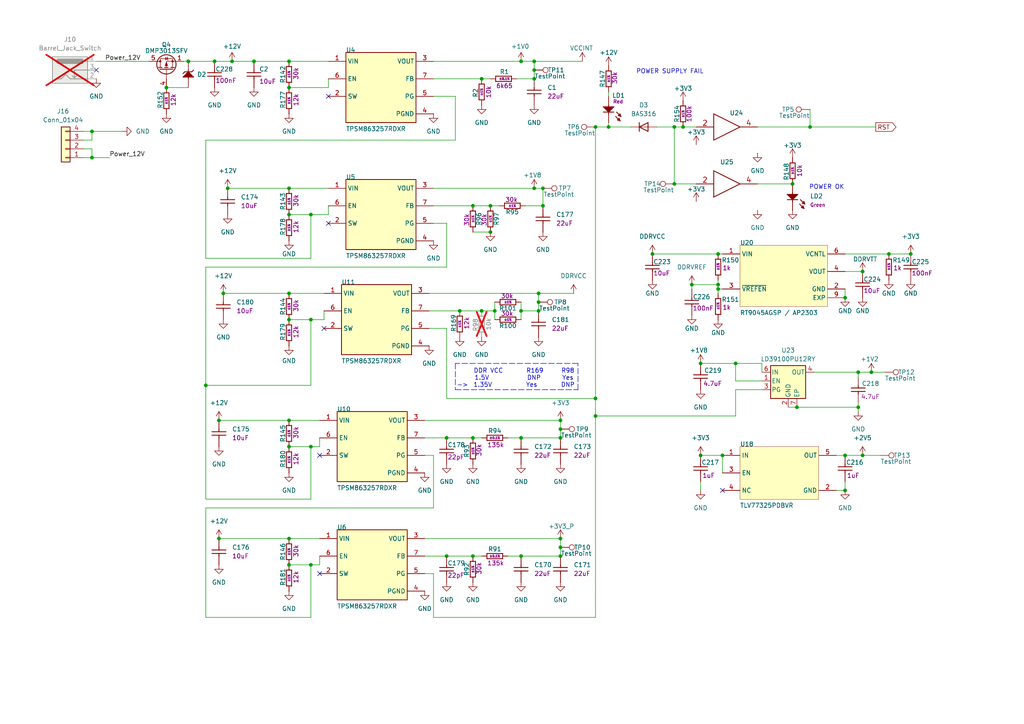
<source format=kicad_sch>
(kicad_sch (version 20250114) (generator "eeschema") (generator_version "9.0")
  (paper "A4")
  (title_block (date "2025-04-18") (rev "${rev}") (company "${name}") (comment 1 "${author}"))
  (lib_symbols
    (symbol "Library_Symbol:+12V" (power) (pin_numbers (hide yes)) (pin_names (offset 0) (hide yes))
      (property "Value" "+12V" (at 0 3.556 0))
      (symbol "+12V_1_1"
        (pin power_in line (at 0 0 90) (length 0) (name "~") (number "1"))
      )
    )
    (symbol "Library_Symbol:+1V0" (power) (pin_numbers (hide yes)) (pin_names (offset 0) (hide yes))
      (property "Value" "+1V0" (at 0 3.556 0))
      (symbol "+1V0_1_1"
        (pin power_in line (at 0 0 90) (length 0) (name "~") (number "1"))
      )
    )
    (symbol "Library_Symbol:BAS316" (pin_numbers (hide yes)) (pin_names (hide yes))
      (property "Reference" "D" (at 0 2.54 0))
      (property "Value" "BAS316" (at 0 -2.54 0))
      (symbol "BAS316_1_1"
        (pin passive line (at -3.81 0 0) (length 2.54) (name "K") (number "1"))
        (pin passive line (at 3.81 0 180) (length 2.54) (name "A") (number "2"))
      )
    )
    (symbol "Library_Symbol:Barrel_Jack_Switch" (pin_names (hide yes))
      (property "Reference" "J" (at 0 5.334 0))
      (property "Value" "Barrel_Jack_Switch" (at 0 -5.08 0))
      (symbol "Barrel_Jack_Switch_1_1"
        (pin passive line (at 7.62 2.54 180) (length 2.54) (name "~") (number "1"))
        (pin passive line (at 7.62 0 180) (length 2.54) (name "~") (number "3"))
        (pin passive line (at 7.62 -2.54 180) (length 2.54) (name "~") (number "2"))
      )
    )
    (symbol "Library_Symbol:CC0402_100NF_50V_10%_X7R" (pin_names (offset 1.27))
      (property "Reference" "C" (at 3.81 3.048 0))
      (property "Val" "100nF" (at 3.81 -3.048 0))
      (symbol "CC0402_100NF_50V_10%_X7R_0_1"
        (pin passive line (at 0 0 0) (length 2.54) (name "1") (number "1"))
        (pin passive line (at 7.62 0 180) (length 2.54) (name "2") (number "2"))
      )
    )
    (symbol "Library_Symbol:CC0402_10UF_6.3V_20%_X5R" (pin_names (offset 1.27))
      (property "Reference" "C" (at 3.81 3.048 0))
      (property "Val" "10uF" (at 3.81 -3.048 0))
      (symbol "CC0402_10UF_6.3V_20%_X5R_0_1"
        (pin passive line (at 0 0 0) (length 2.54) (name "1") (number "1"))
        (pin passive line (at 7.62 0 180) (length 2.54) (name "2") (number "2"))
      )
    )
    (symbol "Library_Symbol:CC0402_1UF_16V_10%_X5R" (pin_names (offset 1.27))
      (property "Reference" "C" (at 3.81 3.048 0))
      (property "Val" "1uF" (at 3.81 -3.048 0))
      (symbol "CC0402_1UF_16V_10%_X5R_0_1"
        (pin passive line (at 0 0 0) (length 2.54) (name "1") (number "1"))
        (pin passive line (at 7.62 0 180) (length 2.54) (name "2") (number "2"))
      )
    )
    (symbol "Library_Symbol:CC0402_22PF_50V_5%_C0G" (pin_names (offset 1.27))
      (property "Reference" "C" (at 3.81 3.048 0))
      (property "Val" "22pF" (at 3.81 -3.048 0))
      (symbol "CC0402_22PF_50V_5%_C0G_0_1"
        (pin passive line (at 0 0 0) (length 2.54) (name "1") (number "1"))
        (pin passive line (at 7.62 0 180) (length 2.54) (name "2") (number "2"))
      )
    )
    (symbol "Library_Symbol:CC0402_4.7UF_16V_20%_X5R" (pin_names (offset 1.27))
      (property "Reference" "C" (at 3.81 3.048 0))
      (property "Val" "4.7uF" (at 3.81 -3.048 0))
      (symbol "CC0402_4.7UF_16V_20%_X5R_0_1"
        (pin passive line (at 0 0 0) (length 2.54) (name "1") (number "1"))
        (pin passive line (at 7.62 0 180) (length 2.54) (name "2") (number "2"))
      )
    )
    (symbol "Library_Symbol:CC0805_10UF_25V_10%_X5R" (pin_names (offset 1.27))
      (property "Reference" "C" (at 3.81 3.048 0))
      (property "Val" "10uF" (at 3.81 -3.048 0))
      (symbol "CC0805_10UF_25V_10%_X5R_0_1"
        (pin passive line (at 0 0 0) (length 2.54) (name "1") (number "1"))
        (pin passive line (at 7.62 0 180) (length 2.54) (name "2") (number "2"))
      )
    )
    (symbol "Library_Symbol:CC0805_22UF_16V_10%_X5R" (pin_names (offset 1.27))
      (property "Reference" "C" (at 3.81 3.048 0))
      (property "Val" "22uF" (at 3.81 -3.048 0))
      (symbol "CC0805_22UF_16V_10%_X5R_0_1"
        (pin passive line (at 0 0 0) (length 2.54) (name "1") (number "1"))
        (pin passive line (at 7.62 0 180) (length 2.54) (name "2") (number "2"))
      )
    )
    (symbol "Library_Symbol:Conn_01x04" (pin_names (offset 1.016) (hide yes))
      (property "Reference" "J16" (at 0.762 -10.922 0))
      (property "Value" "Conn_01x04" (at 0.762 -8.382 0))
      (symbol "Conn_01x04_1_1"
        (pin passive line (at -5.08 2.54 0) (length 3.81) (name "Pin_1") (number "1"))
        (pin passive line (at -5.08 0 0) (length 3.81) (name "Pin_2") (number "2"))
        (pin passive line (at -5.08 -2.54 0) (length 3.81) (name "Pin_3") (number "3"))
        (pin passive line (at -5.08 -5.08 0) (length 3.81) (name "Pin_4") (number "4"))
      )
    )
    (symbol "Library_Symbol:DMP3013SFV" (pin_names (hide yes))
      (property "Reference" "Q" (at 5.08 1.905 0))
      (property "Value" "DMP3013SFV" (at 5.08 0 0))
      (symbol "DMP3013SFV_1_1"
        (pin passive line (at -5.08 0 0) (length 2.54) (name "G") (number "4"))
        (pin passive line (at 2.54 5.08 270) (length 2.54) (name "D") (number "5"))
        (pin passive line (at 2.54 -5.08 90) (length 2.54) (name "S") (number "1"))
        (pin passive line (at 2.54 -5.08 90) (length 2.54) (hide yes) (name "S") (number "2"))
        (pin passive line (at 2.54 -5.08 90) (length 2.54) (hide yes) (name "S") (number "3"))
      )
    )
    (symbol "Library_Symbol:GND" (power) (pin_numbers (hide yes)) (pin_names (offset 0) (hide yes))
      (property "Value" "GND" (at 0 -3.81 0))
      (symbol "GND_1_1"
        (pin power_in line (at 0 0 270) (length 0) (name "~") (number "1"))
      )
    )
    (symbol "Library_Symbol:LD39100PU12RY_DFN6" (pin_names (offset 0.254))
      (property "Reference" "U" (at 0 8.128 0))
      (property "Value" "LD39100PU12RY" (at -0.254 6.096 0))
      (symbol "LD39100PU12RY_DFN6_1_1"
        (pin power_in line (at -7.62 2.54 0) (length 2.54) (name "IN") (number "6"))
        (pin input line (at -7.62 0 0) (length 2.54) (name "EN") (number "1"))
        (pin passive line (at -7.62 -2.54 0) (length 2.54) (name "PG") (number "3"))
        (pin no_connect line (at -5.08 -2.54 0) (length 2.54) (hide yes) (name "NC") (number "5"))
        (pin power_in line (at 0 -7.62 90) (length 2.54) (name "GND") (number "2"))
        (pin passive line (at 2.54 -7.62 90) (length 2.54) (name "EP") (number "7"))
        (pin power_out line (at 7.62 2.54 180) (length 2.54) (name "OUT") (number "4"))
      )
    )
    (symbol "Library_Symbol:LED_KINGBRIGHT_KPH-1608CGCK" (pin_names (offset 1.27))
      (property "Reference" "LD" (at -1.27 2.54 0))
      (property "Color" "Green" (at 0 -2.54 0))
      (symbol "LED_KINGBRIGHT_KPH-1608CGCK_0_1"
        (pin passive line (at -3.81 0 0) (length 2.54) (name "A") (number "2"))
        (pin passive line (at 3.81 0 180) (length 2.54) (name "C") (number "1"))
      )
      (symbol "LED_KINGBRIGHT_KPH-1608CGCK_0_2"
        (pin passive line (at -3.81 0 0) (length 2.54) (name "A") (number "2"))
        (pin passive line (at 3.81 0 180) (length 2.54) (name "C") (number "1"))
      )
    )
    (symbol "Library_Symbol:LED_OSRAM_LS_Q976-NR-1" (pin_names (offset 1.27))
      (property "Reference" "LD" (at -1.27 2.54 0))
      (property "Color" "Red" (at 0 -2.54 0))
      (symbol "LED_OSRAM_LS_Q976-NR-1_0_1"
        (pin passive line (at -3.81 0 0) (length 2.54) (name "A") (number "2"))
        (pin passive line (at 3.81 0 180) (length 2.54) (name "C") (number "1"))
      )
      (symbol "LED_OSRAM_LS_Q976-NR-1_0_2"
        (pin passive line (at -3.81 0 0) (length 2.54) (name "A") (number "2"))
        (pin passive line (at 3.81 0 180) (length 2.54) (name "C") (number "1"))
      )
    )
    (symbol "Library_Symbol:MM3Z12VB" (pin_names (offset 1.27))
      (property "Reference" "D" (at 3.81 2.794 0))
      (symbol "MM3Z12VB_0_1"
        (pin passive line (at 0 0 0) (length 2.54) (name "A") (number "2"))
        (pin passive line (at 7.62 0 180) (length 2.54) (name "C") (number "1"))
      )
    )
    (symbol "Library_Symbol:R0402_100K_1%_0.0625W_100PPM" (pin_names (offset 1.27))
      (property "Reference" "R" (at 3.81 1.778 0))
      (property "Tolerance" "±1%" (at 3.81 0 0))
      (property "Val" "100k" (at 3.81 -1.778 0))
      (symbol "R0402_100K_1%_0.0625W_100PPM_0_1"
        (pin passive line (at 0 0 0) (length 1.524) (name "1") (number "1"))
        (pin passive line (at 7.62 0 180) (length 1.524) (name "2") (number "2"))
      )
    )
    (symbol "Library_Symbol:R0402_10K_1%_0.0625W_100PPM" (pin_names (offset 1.27))
      (property "Reference" "R" (at 3.81 1.778 0))
      (property "Tolerance" "±1%" (at 3.81 0 0))
      (property "Val" "10k" (at 3.81 -1.778 0))
      (symbol "R0402_10K_1%_0.0625W_100PPM_0_1"
        (pin passive line (at 0 0 0) (length 1.524) (name "1") (number "1"))
        (pin passive line (at 7.62 0 180) (length 1.524) (name "2") (number "2"))
      )
    )
    (symbol "Library_Symbol:R0402_12K_1%_0.0625W_100PPM" (pin_names (offset 1.27))
      (property "Reference" "R" (at 3.81 1.778 0))
      (property "Tolerance" "±1%" (at 3.81 0 0))
      (property "Val" "12k" (at 3.81 -1.778 0))
      (symbol "R0402_12K_1%_0.0625W_100PPM_0_1"
        (pin passive line (at 0 0 0) (length 1.524) (name "1") (number "1"))
        (pin passive line (at 7.62 0 180) (length 1.524) (name "2") (number "2"))
      )
    )
    (symbol "Library_Symbol:R0402_1K_1%_0.0625W_100PPM" (pin_names (offset 1.27))
      (property "Reference" "R" (at 3.81 1.778 0))
      (property "Tolerance" "±1%" (at 3.81 0 0))
      (property "Val" "1k" (at 3.81 -1.778 0))
      (symbol "R0402_1K_1%_0.0625W_100PPM_0_1"
        (pin passive line (at 0 0 0) (length 1.524) (name "1") (number "1"))
        (pin passive line (at 7.62 0 180) (length 1.524) (name "2") (number "2"))
      )
    )
    (symbol "Library_Symbol:R0402_30K_1%_0.0625W_100PPM" (pin_names (offset 1.27))
      (property "Reference" "R" (at 3.81 1.778 0))
      (property "Tolerance" "±1%" (at 3.81 0 0))
      (property "Val" "30k" (at 3.81 -1.778 0))
      (symbol "R0402_30K_1%_0.0625W_100PPM_0_1"
        (pin passive line (at 0 0 0) (length 1.524) (name "1") (number "1"))
        (pin passive line (at 7.62 0 180) (length 1.524) (name "2") (number "2"))
      )
    )
    (symbol "Library_Symbol:R0603_6K65_0.1%_0.063W_10PPM" (pin_names (offset 1.27))
      (property "Reference" "R" (at 3.81 1.778 0))
      (property "Tolerance" "±0.1%" (at 3.81 0 0))
      (property "Val" "6k65" (at 3.81 -1.778 0))
      (symbol "R0603_6K65_0.1%_0.063W_10PPM_0_1"
        (pin passive line (at 0 0 0) (length 1.524) (name "1") (number "1"))
        (pin passive line (at 7.62 0 180) (length 1.524) (name "2") (number "2"))
      )
    )
    (symbol "Library_Symbol:R0805_135K_0.1%_0.1W_25PPM_KOA_RN73R2ATTD1353B25" (pin_names (offset 1.27))
      (property "Reference" "R" (at 3.81 1.778 0))
      (property "Tolerance" "±0.1%" (at 3.81 0 0))
      (property "Val" "135k" (at 3.81 -1.778 0))
      (symbol "R0805_135K_0.1%_0.1W_25PPM_KOA_RN73R2ATTD1353B25_0_1"
        (pin passive line (at 0 0 0) (length 1.524) (name "1") (number "1"))
        (pin passive line (at 7.62 0 180) (length 1.524) (name "2") (number "2"))
      )
    )
    (symbol "Library_Symbol:SN74LVC1G07DBV" (pin_names (offset 1.27))
      (property "Reference" "IC" (at 5.08 -1.27 0))
      (symbol "SN74LVC1G07DBV_0_1"
        (pin input line (at -5.08 -5.08 0) (length 5.08) (name "IN") (number "2"))
        (pin power_in line (at -5.08 -10.16 0) (length 5.08) (hide yes) (name "VCC") (number "5"))
        (pin open_collector line (at 12.7 -5.08 180) (length 5.08) (name "OUT") (number "4"))
        (pin power_in line (at 12.7 -12.7 180) (length 5.08) (hide yes) (name "GND") (number "3"))
      )
    )
    (symbol "Library_Symbol:TestPoint" (pin_numbers (hide yes)) (pin_names (offset 0.762) (hide yes))
      (property "Reference" "TP" (at 0 6.858 0))
      (property "Value" "TestPoint" (at 0 5.08 0))
      (symbol "TestPoint_1_1"
        (pin passive line (at 0 0 90) (length 2.54) (name "1") (number "1"))
      )
    )
    (symbol "Library_Symbol:root_0_9444cdc507fe29f20f0adc9980b4e13"
      (property "Reference" "U18" (at 5.08 2.54 0))
      (property "Value" "TLV77325PDBVR" (at 5.08 -15.24 0))
      (symbol "root_0_9444cdc507fe29f20f0adc9980b4e13_1_0"
        (pin power_in line (at 0 0 0) (length 5.08) (name "IN") (number "1"))
        (pin input line (at 0 -5.08 0) (length 5.08) (name "EN") (number "3"))
        (pin passive line (at 0 -10.16 0) (length 5.08) (name "NC") (number "4"))
        (pin power_out line (at 33.02 0 180) (length 5.08) (name "OUT") (number "5"))
        (pin power_in line (at 33.02 -10.16 180) (length 5.08) (name "GND") (number "2"))
      )
    )
    (symbol "Library_Symbol:root_0_AP2303MPTR-G1"
      (property "Reference" "U20" (at -12.7 10.16 0))
      (property "Value" "RT9045AGSP / AP2303" (at -12.7 -10.16 0))
      (symbol "root_0_AP2303MPTR-G1_1_0"
        (pin input line (at -17.78 7.62 0) (length 5.08) (name "VIN") (number "1"))
        (pin input line (at -17.78 -2.54 0) (length 5.08) (name "~{VREFEN~{}}") (number "3"))
        (pin power_in line (at 17.78 7.62 180) (length 5.08) (name "VCNTL") (number "6"))
        (pin output line (at 17.78 2.54 180) (length 5.08) (name "VOUT") (number "4"))
        (pin power_in line (at 17.78 -2.54 180) (length 5.08) (name "GND") (number "2"))
        (pin power_in line (at 17.78 -5.08 180) (length 5.08) (name "EXP") (number "9"))
      )
    )
    (symbol "Library_Symbol:root_0_TPSM863257RDXR"
      (property "Reference" "U6" (at -10.16 10.16 0))
      (property "Value" "TPSM863257RDXR" (at -10.16 -12.7 0))
      (symbol "root_0_TPSM863257RDXR_1_0"
        (pin input line (at -15.24 7.62 0) (length 5.08) (name "VIN") (number "1"))
        (pin input line (at -15.24 2.54 0) (length 5.08) (name "EN") (number "6"))
        (pin passive line (at -15.24 -2.54 0) (length 5.08) (name "SW") (number "2"))
        (pin output line (at 15.24 7.62 180) (length 5.08) (name "VOUT") (number "3"))
        (pin input line (at 15.24 2.54 180) (length 5.08) (name "FB") (number "7"))
        (pin open_collector line (at 15.24 -2.54 180) (length 5.08) (name "PG") (number "5"))
        (pin power_in line (at 15.24 -7.62 180) (length 5.08) (name "PGND") (number "4"))
      )
    )
    (symbol "SN74LVC1G07DBV_1" (pin_names (offset 1.27))
      (property "Reference" "U24" (at 6.604 -1.016 0))
      (symbol "SN74LVC1G07DBV_1_0_1"
        (pin input line (at -5.08 -5.08 0) (length 5.08) (name "IN") (number "2"))
        (pin power_in line (at -5.08 -10.16 0) (length 5.08) (hide yes) (name "VCC") (number "5"))
        (pin open_collector line (at 12.7 -5.08 180) (length 5.08) (name "OUT") (number "4"))
        (pin power_in line (at 12.7 -12.7 180) (length 5.08) (hide yes) (name "GND") (number "3"))
      )
    )
    (symbol "root_0_TPSM863257RDXR_1"
      (property "Reference" "U4" (at -10.16 10.16 0))
      (property "Value" "TPSM863257RDXR" (at -10.16 -12.7 0))
      (symbol "root_0_TPSM863257RDXR_1_1_0"
        (pin input line (at -15.24 7.62 0) (length 5.08) (name "VIN") (number "1"))
        (pin input line (at -15.24 2.54 0) (length 5.08) (name "EN") (number "6"))
        (pin passive line (at -15.24 -2.54 0) (length 5.08) (name "SW") (number "2"))
        (pin output line (at 15.24 7.62 180) (length 5.08) (name "VOUT") (number "3"))
        (pin input line (at 15.24 2.54 180) (length 5.08) (name "FB") (number "7"))
        (pin open_collector line (at 15.24 -2.54 180) (length 5.08) (name "PG") (number "5"))
        (pin power_in line (at 15.24 -7.62 180) (length 5.08) (name "PGND") (number "4"))
      )
    )
    (symbol "root_0_TPSM863257RDXR_2"
      (property "Reference" "U5" (at -10.16 10.16 0))
      (property "Value" "TPSM863257RDXR" (at -10.16 -12.7 0))
      (symbol "root_0_TPSM863257RDXR_2_1_0"
        (pin input line (at -15.24 7.62 0) (length 5.08) (name "VIN") (number "1"))
        (pin input line (at -15.24 2.54 0) (length 5.08) (name "EN") (number "6"))
        (pin passive line (at -15.24 -2.54 0) (length 5.08) (name "SW") (number "2"))
        (pin output line (at 15.24 7.62 180) (length 5.08) (name "VOUT") (number "3"))
        (pin input line (at 15.24 2.54 180) (length 5.08) (name "FB") (number "7"))
        (pin open_collector line (at 15.24 -2.54 180) (length 5.08) (name "PG") (number "5"))
        (pin power_in line (at 15.24 -7.62 180) (length 5.08) (name "PGND") (number "4"))
      )
    )
    (symbol "root_0_TPSM863257RDXR_3"
      (property "Reference" "U11" (at -10.16 10.16 0))
      (property "Value" "TPSM863257RDXR" (at -10.16 -12.7 0))
      (symbol "root_0_TPSM863257RDXR_3_1_0"
        (pin input line (at -15.24 7.62 0) (length 5.08) (name "VIN") (number "1"))
        (pin input line (at -15.24 2.54 0) (length 5.08) (name "EN") (number "6"))
        (pin passive line (at -15.24 -2.54 0) (length 5.08) (name "SW") (number "2"))
        (pin output line (at 15.24 7.62 180) (length 5.08) (name "VOUT") (number "3"))
        (pin input line (at 15.24 2.54 180) (length 5.08) (name "FB") (number "7"))
        (pin open_collector line (at 15.24 -2.54 180) (length 5.08) (name "PG") (number "5"))
        (pin power_in line (at 15.24 -7.62 180) (length 5.08) (name "PGND") (number "4"))
      )
    )
    (symbol "root_0_TPSM863257RDXR_4"
      (property "Reference" "U10" (at -10.16 10.16 0))
      (property "Value" "TPSM863257RDXR" (at -10.16 -12.7 0))
      (symbol "root_0_TPSM863257RDXR_4_1_0"
        (pin input line (at -15.24 7.62 0) (length 5.08) (name "VIN") (number "1"))
        (pin input line (at -15.24 2.54 0) (length 5.08) (name "EN") (number "6"))
        (pin passive line (at -15.24 -2.54 0) (length 5.08) (name "SW") (number "2"))
        (pin output line (at 15.24 7.62 180) (length 5.08) (name "VOUT") (number "3"))
        (pin input line (at 15.24 2.54 180) (length 5.08) (name "FB") (number "7"))
        (pin open_collector line (at 15.24 -2.54 180) (length 5.08) (name "PG") (number "5"))
        (pin power_in line (at 15.24 -7.62 180) (length 5.08) (name "PGND") (number "4"))
      )
    )
  )
  (text "	DDR VCC		R169	R98\n	1.5V		DNP		Yes\n->	1.35V		Yes		DNP" (at 149.606 109.728 0) (effects (font (size 1.27 1.27) (thickness 0.1588))))
  (text "POWER SUPPLY FAIL" (at 194.31 20.828 0) (effects (font (size 1.27 1.27))))
  (text "POWER OK" (at 239.776 54.356 0) (effects (font (size 1.27 1.27))))
  (junction (at 139.7 22.86))
  (junction (at 245.11 132.08))
  (junction (at 208.28 82.55))
  (junction (at 139.7 90.17))
  (junction (at 26.67 45.72))
  (junction (at 264.16 73.66))
  (junction (at 245.11 86.36))
  (junction (at 129.54 127))
  (junction (at 200.66 82.55))
  (junction (at 137.16 161.29))
  (junction (at 83.82 54.61))
  (junction (at 157.48 59.69))
  (junction (at 208.28 83.82))
  (junction (at 26.67 38.1))
  (junction (at 248.92 118.11))
  (junction (at 67.31 17.78))
  (junction (at 66.04 54.61))
  (junction (at 195.58 53.34))
  (junction (at 63.5 156.21))
  (junction (at 156.21 85.09))
  (junction (at 250.19 132.08))
  (junction (at 129.54 161.29))
  (junction (at 245.11 142.24))
  (junction (at 162.56 127))
  (junction (at 54.61 17.78))
  (junction (at 83.82 25.4))
  (junction (at 162.56 156.21))
  (junction (at 83.82 156.21))
  (junction (at 234.95 36.83))
  (junction (at 157.48 54.61))
  (junction (at 151.13 17.78))
  (junction (at 90.17 62.23))
  (junction (at 189.23 73.66))
  (junction (at 90.17 163.83))
  (junction (at 137.16 127))
  (junction (at 154.94 20.32))
  (junction (at 64.77 85.09))
  (junction (at 198.12 36.83))
  (junction (at 156.21 87.63))
  (junction (at 176.53 36.83))
  (junction (at 172.72 36.83))
  (junction (at 209.55 132.08))
  (junction (at 213.36 105.41))
  (junction (at 151.13 161.29))
  (junction (at 162.56 124.46))
  (junction (at 83.82 92.71))
  (junction (at 143.51 90.17))
  (junction (at 172.72 120.65))
  (junction (at 151.13 127))
  (junction (at 203.2 132.08))
  (junction (at 203.2 105.41))
  (junction (at 229.87 53.34))
  (junction (at 83.82 163.83))
  (junction (at 133.35 90.17))
  (junction (at 63.5 121.92))
  (junction (at 156.21 90.17))
  (junction (at 172.72 115.57))
  (junction (at 137.16 59.69))
  (junction (at 154.94 22.86))
  (junction (at 208.28 73.66))
  (junction (at 62.23 17.78))
  (junction (at 83.82 129.54))
  (junction (at 154.94 54.61))
  (junction (at 154.94 17.78))
  (junction (at 248.92 107.95))
  (junction (at 162.56 161.29))
  (junction (at 195.58 36.83))
  (junction (at 252.73 107.95))
  (junction (at 162.56 121.92))
  (junction (at 90.17 92.71))
  (junction (at 83.82 85.09))
  (junction (at 231.14 118.11))
  (junction (at 151.13 90.17))
  (junction (at 142.24 59.69))
  (junction (at 83.82 17.78))
  (junction (at 257.81 73.66))
  (junction (at 48.26 25.4))
  (junction (at 90.17 129.54))
  (junction (at 83.82 121.92))
  (junction (at 73.66 17.78))
  (junction (at 250.19 78.74))
  (junction (at 162.56 158.75))
  (junction (at 83.82 62.23))
  (junction (at 142.24 67.31))
  (junction (at 59.69 111.76))
  (no_connect (at 93.98 95.25))
  (no_connect (at 209.55 142.24))
  (no_connect (at 95.25 27.94))
  (no_connect (at 95.25 64.77))
  (no_connect (at 27.94 20.32))
  (no_connect (at 92.71 166.37))
  (no_connect (at 92.71 132.08))
  (wire (pts (xy 151.13 127) (xy 162.56 127)))
  (wire (pts (xy 59.69 111.76) (xy 59.69 144.78)))
  (wire (pts (xy 139.7 90.17) (xy 143.51 90.17)))
  (wire (pts (xy 154.94 17.78) (xy 168.91 17.78)))
  (wire (pts (xy 90.17 111.76) (xy 90.17 92.71)))
  (wire (pts (xy 73.66 17.78) (xy 83.82 17.78)))
  (wire (pts (xy 132.08 40.64) (xy 59.69 40.64)))
  (wire (pts (xy 198.12 36.83) (xy 201.93 36.83)))
  (wire (pts (xy 92.71 161.29) (xy 92.71 163.83)))
  (wire (pts (xy 234.95 36.83) (xy 254 36.83)))
  (wire (pts (xy 208.28 73.66) (xy 209.55 73.66)))
  (wire (pts (xy 27.94 17.78) (xy 43.18 17.78)))
  (wire (pts (xy 59.69 144.78) (xy 90.17 144.78)))
  (wire (pts (xy 162.56 156.21) (xy 162.56 158.75)))
  (wire (pts (xy 195.58 53.34) (xy 201.93 53.34)))
  (wire (pts (xy 242.57 132.08) (xy 245.11 132.08)))
  (wire (pts (xy 137.16 127) (xy 139.7 127)))
  (wire (pts (xy 234.95 31.75) (xy 234.95 36.83)))
  (wire (pts (xy 245.11 139.7) (xy 245.11 142.24)))
  (wire (pts (xy 203.2 132.08) (xy 209.55 132.08)))
  (wire (pts (xy 67.31 17.78) (xy 62.23 17.78)))
  (wire (pts (xy 83.82 17.78) (xy 95.25 17.78)))
  (wire (pts (xy 172.72 120.65) (xy 213.36 120.65)))
  (wire (pts (xy 83.82 92.71) (xy 90.17 92.71)))
  (wire (pts (xy 59.69 111.76) (xy 90.17 111.76)))
  (wire (pts (xy 245.11 142.24) (xy 242.57 142.24)))
  (wire (pts (xy 151.13 90.17) (xy 156.21 90.17)))
  (wire (pts (xy 156.21 87.63) (xy 156.21 90.17)))
  (wire (pts (xy 137.16 59.69) (xy 142.24 59.69)))
  (wire (pts (xy 123.19 166.37) (xy 125.73 166.37)))
  (wire (pts (xy 248.92 107.95) (xy 248.92 109.22)))
  (wire (pts (xy 63.5 121.92) (xy 83.82 121.92)))
  (wire (pts (xy 139.7 22.86) (xy 142.24 22.86)))
  (wire (pts (xy 245.11 132.08) (xy 250.19 132.08)))
  (wire (pts (xy 132.08 27.94) (xy 132.08 40.64)))
  (wire (pts (xy 24.13 43.18) (xy 26.67 43.18)))
  (wire (pts (xy 90.17 163.83) (xy 90.17 179.07)))
  (wire (pts (xy 26.67 43.18) (xy 26.67 45.72)))
  (wire (pts (xy 147.32 127) (xy 151.13 127)))
  (wire (pts (xy 24.13 45.72) (xy 26.67 45.72)))
  (wire (pts (xy 125.73 132.08) (xy 125.73 147.32)))
  (wire (pts (xy 149.86 22.86) (xy 154.94 22.86)))
  (wire (pts (xy 203.2 139.7) (xy 203.2 142.24)))
  (wire (pts (xy 54.61 17.78) (xy 62.23 17.78)))
  (polyline (pts (xy 132.08 113.03) (xy 167.64 113.03)) (stroke (width 0) (type dash)))
  (polyline (pts (xy 167.64 113.03) (xy 167.64 105.41)) (stroke (width 0) (type dash)))
  (wire (pts (xy 203.2 105.41) (xy 213.36 105.41)))
  (wire (pts (xy 67.31 17.78) (xy 73.66 17.78)))
  (wire (pts (xy 129.54 127) (xy 137.16 127)))
  (wire (pts (xy 143.51 90.17) (xy 143.51 92.71)))
  (wire (pts (xy 125.73 64.77) (xy 129.54 64.77)))
  (wire (pts (xy 83.82 121.92) (xy 92.71 121.92)))
  (wire (pts (xy 26.67 40.64) (xy 26.67 38.1)))
  (wire (pts (xy 63.5 156.21) (xy 83.82 156.21)))
  (wire (pts (xy 125.73 27.94) (xy 132.08 27.94)))
  (wire (pts (xy 124.46 95.25) (xy 129.54 95.25)))
  (wire (pts (xy 151.13 17.78) (xy 154.94 17.78)))
  (wire (pts (xy 92.71 129.54) (xy 92.71 127)))
  (wire (pts (xy 154.94 20.32) (xy 154.94 22.86)))
  (wire (pts (xy 123.19 132.08) (xy 125.73 132.08)))
  (wire (pts (xy 252.73 107.95) (xy 256.54 107.95)))
  (polyline (pts (xy 132.08 105.41) (xy 132.08 113.03)) (stroke (width 0) (type dash)))
  (wire (pts (xy 231.14 118.11) (xy 248.92 118.11)))
  (wire (pts (xy 195.58 36.83) (xy 198.12 36.83)))
  (wire (pts (xy 172.72 36.83) (xy 172.72 115.57)))
  (wire (pts (xy 151.13 87.63) (xy 151.13 90.17)))
  (wire (pts (xy 83.82 25.4) (xy 95.25 25.4)))
  (wire (pts (xy 90.17 144.78) (xy 90.17 129.54)))
  (wire (pts (xy 208.28 82.55) (xy 208.28 83.82)))
  (wire (pts (xy 90.17 62.23) (xy 83.82 62.23)))
  (wire (pts (xy 125.73 147.32) (xy 59.69 147.32)))
  (wire (pts (xy 129.54 77.47) (xy 59.69 77.47)))
  (wire (pts (xy 200.66 82.55) (xy 208.28 82.55)))
  (wire (pts (xy 129.54 161.29) (xy 137.16 161.29)))
  (wire (pts (xy 162.56 158.75) (xy 162.56 161.29)))
  (wire (pts (xy 129.54 95.25) (xy 129.54 115.57)))
  (wire (pts (xy 236.22 107.95) (xy 248.92 107.95)))
  (wire (pts (xy 209.55 132.08) (xy 209.55 137.16)))
  (wire (pts (xy 162.56 124.46) (xy 162.56 127)))
  (wire (pts (xy 248.92 118.11) (xy 248.92 119.38)))
  (wire (pts (xy 83.82 163.83) (xy 90.17 163.83)))
  (wire (pts (xy 156.21 85.09) (xy 166.37 85.09)))
  (wire (pts (xy 176.53 26.67) (xy 176.53 27.94)))
  (wire (pts (xy 83.82 156.21) (xy 92.71 156.21)))
  (wire (pts (xy 59.69 77.47) (xy 59.69 111.76)))
  (wire (pts (xy 95.25 62.23) (xy 95.25 59.69)))
  (wire (pts (xy 123.19 127) (xy 129.54 127)))
  (wire (pts (xy 125.73 179.07) (xy 172.72 179.07)))
  (wire (pts (xy 64.77 85.09) (xy 83.82 85.09)))
  (wire (pts (xy 200.66 83.82) (xy 200.66 82.55)))
  (wire (pts (xy 213.36 113.03) (xy 220.98 113.03)))
  (wire (pts (xy 176.53 35.56) (xy 176.53 36.83)))
  (wire (pts (xy 24.13 40.64) (xy 26.67 40.64)))
  (wire (pts (xy 59.69 147.32) (xy 59.69 179.07)))
  (wire (pts (xy 157.48 54.61) (xy 157.48 59.69)))
  (wire (pts (xy 208.28 85.09) (xy 208.28 83.82)))
  (wire (pts (xy 213.36 120.65) (xy 213.36 113.03)))
  (wire (pts (xy 90.17 92.71) (xy 93.98 92.71)))
  (wire (pts (xy 156.21 85.09) (xy 156.21 87.63)))
  (wire (pts (xy 228.6 118.11) (xy 231.14 118.11)))
  (wire (pts (xy 93.98 92.71) (xy 93.98 90.17)))
  (wire (pts (xy 133.35 90.17) (xy 139.7 90.17)))
  (wire (pts (xy 83.82 54.61) (xy 95.25 54.61)))
  (wire (pts (xy 90.17 163.83) (xy 92.71 163.83)))
  (wire (pts (xy 66.04 54.61) (xy 83.82 54.61)))
  (wire (pts (xy 90.17 62.23) (xy 95.25 62.23)))
  (wire (pts (xy 172.72 36.83) (xy 176.53 36.83)))
  (wire (pts (xy 53.34 17.78) (xy 54.61 17.78)))
  (wire (pts (xy 129.54 115.57) (xy 172.72 115.57)))
  (wire (pts (xy 151.13 161.29) (xy 162.56 161.29)))
  (wire (pts (xy 219.71 53.34) (xy 229.87 53.34)))
  (wire (pts (xy 208.28 83.82) (xy 209.55 83.82)))
  (wire (pts (xy 154.94 54.61) (xy 157.48 54.61)))
  (polyline (pts (xy 167.64 105.41) (xy 132.08 105.41)) (stroke (width 0) (type dash)))
  (wire (pts (xy 137.16 67.31) (xy 142.24 67.31)))
  (wire (pts (xy 59.69 74.93) (xy 90.17 74.93)))
  (wire (pts (xy 90.17 129.54) (xy 92.71 129.54)))
  (wire (pts (xy 250.19 132.08) (xy 255.27 132.08)))
  (wire (pts (xy 125.73 17.78) (xy 151.13 17.78)))
  (wire (pts (xy 208.28 81.28) (xy 208.28 82.55)))
  (wire (pts (xy 83.82 85.09) (xy 93.98 85.09)))
  (wire (pts (xy 213.36 105.41) (xy 220.98 105.41)))
  (wire (pts (xy 147.32 161.29) (xy 151.13 161.29)))
  (wire (pts (xy 245.11 73.66) (xy 257.81 73.66)))
  (wire (pts (xy 220.98 110.49) (xy 213.36 110.49)))
  (wire (pts (xy 83.82 129.54) (xy 90.17 129.54)))
  (wire (pts (xy 248.92 116.84) (xy 248.92 118.11)))
  (wire (pts (xy 137.16 161.29) (xy 139.7 161.29)))
  (wire (pts (xy 189.23 73.66) (xy 208.28 73.66)))
  (wire (pts (xy 125.73 59.69) (xy 137.16 59.69)))
  (wire (pts (xy 151.13 90.17) (xy 151.13 92.71)))
  (wire (pts (xy 162.56 124.46) (xy 162.56 121.92)))
  (wire (pts (xy 95.25 25.4) (xy 95.25 22.86)))
  (wire (pts (xy 245.11 78.74) (xy 250.19 78.74)))
  (wire (pts (xy 48.26 25.4) (xy 54.61 25.4)))
  (wire (pts (xy 59.69 179.07) (xy 90.17 179.07)))
  (wire (pts (xy 124.46 90.17) (xy 133.35 90.17)))
  (wire (pts (xy 123.19 156.21) (xy 162.56 156.21)))
  (wire (pts (xy 123.19 161.29) (xy 129.54 161.29)))
  (wire (pts (xy 26.67 38.1) (xy 24.13 38.1)))
  (wire (pts (xy 90.17 74.93) (xy 90.17 62.23)))
  (wire (pts (xy 195.58 36.83) (xy 195.58 53.34)))
  (wire (pts (xy 248.92 107.95) (xy 252.73 107.95)))
  (wire (pts (xy 172.72 179.07) (xy 172.72 120.65)))
  (wire (pts (xy 190.5 36.83) (xy 195.58 36.83)))
  (wire (pts (xy 176.53 36.83) (xy 182.88 36.83)))
  (wire (pts (xy 59.69 40.64) (xy 59.69 74.93)))
  (wire (pts (xy 124.46 85.09) (xy 156.21 85.09)))
  (wire (pts (xy 125.73 54.61) (xy 154.94 54.61)))
  (wire (pts (xy 35.56 38.1) (xy 26.67 38.1)))
  (wire (pts (xy 172.72 115.57) (xy 172.72 120.65)))
  (wire (pts (xy 125.73 22.86) (xy 139.7 22.86)))
  (wire (pts (xy 142.24 59.69) (xy 144.78 59.69)))
  (wire (pts (xy 220.98 105.41) (xy 220.98 107.95)))
  (wire (pts (xy 123.19 121.92) (xy 162.56 121.92)))
  (wire (pts (xy 154.94 17.78) (xy 154.94 20.32)))
  (wire (pts (xy 129.54 64.77) (xy 129.54 77.47)))
  (wire (pts (xy 125.73 166.37) (xy 125.73 179.07)))
  (wire (pts (xy 257.81 73.66) (xy 264.16 73.66)))
  (wire (pts (xy 152.4 59.69) (xy 157.48 59.69)))
  (wire (pts (xy 143.51 87.63) (xy 143.51 90.17)))
  (wire (pts (xy 245.11 83.82) (xy 245.11 86.36)))
  (wire (pts (xy 213.36 110.49) (xy 213.36 105.41)))
  (wire (pts (xy 219.71 36.83) (xy 234.95 36.83)))
  (wire (pts (xy 26.67 45.72) (xy 31.75 45.72)))
  (label "Power_12V" (at 31.75 45.72 0))
  (label "Power_12V" (at 30.48 17.78 0))
  (global_label "RST" (shape output) (at 254 36.83 0) (property "Intersheetrefs" "${INTERSHEET_REFS}" (effects (hide yes))))
  (symbol (lib_id "Library_Symbol:GND") (at 250.19 86.36 0) (unit 1)
    (property "Reference" "#PWR0304" (effects (hide yes)))
    (property "Value" "GND" (at 250.19 90.17 0))
    (property "Description" "Power symbol creates a global label with name \"GND\" , ground" (effects (hide yes)))
  )
  (symbol (lib_id "Library_Symbol:GND") (at 48.26 33.02 0) (unit 1)
    (property "Reference" "#PWR0313" (effects (hide yes)))
    (property "Value" "GND" (at 48.26 38.1 0))
    (property "Description" "Power symbol creates a global label with name \"GND\" , ground" (effects (hide yes)))
  )
  (symbol (lib_id "Library_Symbol:CC0805_10UF_25V_10%_X5R") (at 63.5 129.54 90) (unit 1)
    (property "Reference" "C175" (at 67.31 124.4599 90) (effects (justify right)))
    (property "Value" "CC0805_10UF_25V_10%_X5R" (effects (hide yes)))
    (property "Footprint" "Footprint:CAPC2012X95N" (effects (hide yes)))
    (property "Datasheet" "\\\\cern.ch\\dfs\\Applications\\Altium\\Datasheets\\CC0805_X5R_MURATA_GRM.pdf" (effects (hide yes)))
    (property "Description" "SMD Multilayer Chip Ceramic Capacitor" (effects (hide yes)))
    (property "Val" "10uF" (at 67.31 126.9999 90) (effects (justify right)))
    (property "Part Number" "CC0805_10UF_25V_10%_X5R" (effects (hide yes)))
    (property "Library Ref" "Capacitor - non polarized" (effects (hide yes)))
    (property "Library Path" "SchLib\\Capacitors.SchLib" (effects (hide yes)))
    (property "Comment" "10uF" (effects (hide yes)))
    (property "Component Kind" "Standard" (effects (hide yes)))
    (property "Component Type" "Standard" (effects (hide yes)))
    (property "Pin Count" "2" (effects (hide yes)))
    (property "Footprint Path" "PcbLib\\Capacitors SMD.PcbLib" (effects (hide yes)))
    (property "Footprint Ref" "CAPC2012X95N" (effects (hide yes)))
    (property "PackageDescription" " " (effects (hide yes)))
    (property "Status" "Preferred" (effects (hide yes)))
    (property "Status Comment" " " (effects (hide yes)))
    (property "Voltage" "25V" (effects (hide yes)))
    (property "TC" "X5R" (effects (hide yes)))
    (property "Tolerance" "±10%" (effects (hide yes)))
    (property "Part Description" "SMD Multilayer Chip Ceramic Capacitor" (effects (hide yes)))
    (property "Manufacturer" "GENERIC" (effects (hide yes)))
    (property "Manufacturer Part Number" "CC0805_10UF_25V_10%_X5R" (effects (hide yes)))
    (property "Case" "0805" (effects (hide yes)))
    (property "Mounted" "Yes" (effects (hide yes)))
    (property "Socket" "No" (effects (hide yes)))
    (property "SMD" "Yes" (effects (hide yes)))
    (property "PressFit" " " (effects (hide yes)))
    (property "Sense" "No" (effects (hide yes)))
    (property "Sense Comment" " " (effects (hide yes)))
    (property "ComponentHeight" " " (effects (hide yes)))
    (property "Manufacturer1 Example" "MURATA" (effects (hide yes)))
    (property "Manufacturer1 Part Number" "GRM219R61E106KA12D" (effects (hide yes)))
    (property "Manufacturer1 ComponentHeight" "0.95mm" (effects (hide yes)))
    (property "HelpURL" "\\\\cern.ch\\dfs\\Applications\\Altium\\Datasheets\\CC0805_X5R_MURATA_GRM.pdf" (effects (hide yes)))
    (property "Author" "CERN DEM JLC" (effects (hide yes)))
    (property "CreateDate" "10/25/12 00:00:00" (effects (hide yes)))
    (property "LatestRevisionDate" "09/06/16 00:00:00" (effects (hide yes)))
    (property "Database Table Name" "Capacitors" (effects (hide yes)))
    (property "Library Name" "Capacitors SMD" (effects (hide yes)))
    (property "Footprint Library" "Capacitors SMD" (effects (hide yes)))
    (property "License" "CC-BY-SA 4.0" (effects (hide yes)))
    (property "LCSC" "C15850" (effects (hide yes)))
  )
  (symbol (lib_id "Library_Symbol:R0402_12K_1%_0.0625W_100PPM") (at 83.82 33.02 90) (unit 1)
    (property "Reference" "R177" (at 82.042 28.956 0))
    (property "Value" "R0402_12K_1%_0.0625W_100PPM" (effects (hide yes)))
    (property "Footprint" "Footprint:RESC1005X40N" (effects (hide yes)))
    (property "Datasheet" "\\\\cern.ch\\dfs\\Applications\\Altium\\Datasheets\\R0402_Phycomp_RC0402.pdf" (effects (hide yes)))
    (property "Description" "General Purpose Thick Film Chip Resistor" (effects (hide yes)))
    (property "Tolerance" "±1%" (at 83.82 29.21 0) (effects (font (size 0.635 0.635))))
    (property "Val" "12k" (at 85.852 28.956 0))
    (property "Part Number" "R0402_12K_1%_0.0625W_100PPM" (effects (hide yes)))
    (property "Library Ref" "Resistor - 1%" (effects (hide yes)))
    (property "Library Path" "SchLib\\Resistors.SchLib" (effects (hide yes)))
    (property "Comment" "12k" (effects (hide yes)))
    (property "Component Kind" "Standard" (effects (hide yes)))
    (property "Component Type" "Standard" (effects (hide yes)))
    (property "PackageDescription" " " (effects (hide yes)))
    (property "Pin Count" "2" (effects (hide yes)))
    (property "Footprint Path" "PcbLib\\Resistors SMD.PcbLib" (effects (hide yes)))
    (property "Footprint Ref" "RESC1005X40N" (effects (hide yes)))
    (property "Status" "Not Recommended" (effects (hide yes)))
    (property "Power" "0.0625W" (effects (hide yes)))
    (property "TC" "±100ppm/°C" (effects (hide yes)))
    (property "Voltage" " " (effects (hide yes)))
    (property "Part Description" "General Purpose Thick Film Chip Resistor" (effects (hide yes)))
    (property "Manufacturer" "GENERIC" (effects (hide yes)))
    (property "Manufacturer Part Number" "R0402_12K_1%_0.0625W_100PPM" (effects (hide yes)))
    (property "Case" "0402" (effects (hide yes)))
    (property "PressFit" "No" (effects (hide yes)))
    (property "Mounted" "Yes" (effects (hide yes)))
    (property "Sense Comment" " " (effects (hide yes)))
    (property "Sense" "No" (effects (hide yes)))
    (property "Status Comment" " " (effects (hide yes)))
    (property "Socket" "No" (effects (hide yes)))
    (property "SMD" "Yes" (effects (hide yes)))
    (property "ComponentHeight" " " (effects (hide yes)))
    (property "Manufacturer1 Example" "YAGEO PHYCOMP" (effects (hide yes)))
    (property "Manufacturer1 Part Number" "232270671203L" (effects (hide yes)))
    (property "Manufacturer1 ComponentHeight" "0.4mm" (effects (hide yes)))
    (property "HelpURL" "\\\\cern.ch\\dfs\\Applications\\Altium\\Datasheets\\R0402_Phycomp_RC0402.pdf" (effects (hide yes)))
    (property "Author" "CERN DEM JLC" (effects (hide yes)))
    (property "CreateDate" "12/03/07 00:00:00" (effects (hide yes)))
    (property "LatestRevisionDate" "10/17/12 00:00:00" (effects (hide yes)))
    (property "Database Table Name" "Resistors" (effects (hide yes)))
    (property "Library Name" "Resistors SMD" (effects (hide yes)))
    (property "Footprint Library" "Resistors SMD" (effects (hide yes)))
    (property "License" "CC-BY-SA 4.0" (effects (hide yes)))
    (property "LCSC" "C2909316" (effects (hide yes)))
  )
  (symbol (lib_id "Library_Symbol:GND") (at 248.92 119.38 0) (unit 1)
    (property "Reference" "#PWR0268" (effects (hide yes)))
    (property "Value" "GND" (at 248.92 124.46 0))
    (property "Description" "Power symbol creates a global label with name \"GND\" , ground" (effects (hide yes)))
  )
  (symbol (lib_id "Library_Symbol:GND") (at 63.5 129.54 0) (unit 1)
    (property "Reference" "#PWR0180" (effects (hide yes)))
    (property "Value" "GND" (at 63.5 134.62 0))
    (property "Description" "Power symbol creates a global label with name \"GND\" , ground" (effects (hide yes)))
  )
  (symbol (lib_id "Library_Symbol:+12V") (at 63.5 121.92 0) (unit 1)
    (property "Reference" "#PWR0179" (effects (hide yes)))
    (property "Value" "+12V" (at 63.5 116.84 0))
    (property "Description" "Power symbol creates a global label with name \"+12V\"" (effects (hide yes)))
  )
  (symbol (lib_id "Library_Symbol:R0402_30K_1%_0.0625W_100PPM") (at 137.16 161.29 270) (unit 1)
    (property "Reference" "R92" (at 135.382 165.1 0))
    (property "Value" "R0402_30K_1%_0.0625W_100PPM" (effects (hide yes)))
    (property "Footprint" "Footprint:RESC1005X40N" (effects (hide yes)))
    (property "Datasheet" "\\\\cern.ch\\dfs\\Applications\\Altium\\Datasheets\\R0402_Phycomp_RC0402.pdf" (effects (hide yes)))
    (property "Description" "General Purpose Thick Film Chip Resistor" (effects (hide yes)))
    (property "Tolerance" "±1%" (at 137.16 165.1 0) (effects (font (size 0.635 0.635))))
    (property "Val" "30k" (at 138.938 164.846 0))
    (property "Part Number" "R0402_30K_1%_0.0625W_100PPM" (effects (hide yes)))
    (property "Library Ref" "Resistor - 1%" (effects (hide yes)))
    (property "Library Path" "SchLib\\Resistors.SchLib" (effects (hide yes)))
    (property "Comment" "30k" (effects (hide yes)))
    (property "Component Kind" "Standard" (effects (hide yes)))
    (property "Component Type" "Standard" (effects (hide yes)))
    (property "PackageDescription" " " (effects (hide yes)))
    (property "Pin Count" "2" (effects (hide yes)))
    (property "Footprint Path" "PcbLib\\Resistors SMD.PcbLib" (effects (hide yes)))
    (property "Footprint Ref" "RESC1005X40N" (effects (hide yes)))
    (property "Status" "Not Recommended" (effects (hide yes)))
    (property "Power" "0.0625W" (effects (hide yes)))
    (property "TC" "±100ppm/°C" (effects (hide yes)))
    (property "Voltage" " " (effects (hide yes)))
    (property "Part Description" "General Purpose Thick Film Chip Resistor" (effects (hide yes)))
    (property "Manufacturer" "GENERIC" (effects (hide yes)))
    (property "Manufacturer Part Number" "R0402_30K_1%_0.0625W_100PPM" (effects (hide yes)))
    (property "Case" "0402" (effects (hide yes)))
    (property "PressFit" "No" (effects (hide yes)))
    (property "Mounted" "Yes" (effects (hide yes)))
    (property "Sense Comment" " " (effects (hide yes)))
    (property "Sense" "No" (effects (hide yes)))
    (property "Status Comment" " " (effects (hide yes)))
    (property "Socket" "No" (effects (hide yes)))
    (property "SMD" "Yes" (effects (hide yes)))
    (property "ComponentHeight" " " (effects (hide yes)))
    (property "Manufacturer1 Example" "YAGEO PHYCOMP" (effects (hide yes)))
    (property "Manufacturer1 Part Number" "232270673003L" (effects (hide yes)))
    (property "Manufacturer1 ComponentHeight" "0.4mm" (effects (hide yes)))
    (property "HelpURL" "\\\\cern.ch\\dfs\\Applications\\Altium\\Datasheets\\R0402_Phycomp_RC0402.pdf" (effects (hide yes)))
    (property "Author" "CERN DEM JLC" (effects (hide yes)))
    (property "CreateDate" "12/03/07 00:00:00" (effects (hide yes)))
    (property "LatestRevisionDate" "10/17/12 00:00:00" (effects (hide yes)))
    (property "Database Table Name" "Resistors" (effects (hide yes)))
    (property "Library Name" "Resistors SMD" (effects (hide yes)))
    (property "Footprint Library" "Resistors SMD" (effects (hide yes)))
    (property "License" "CC-BY-SA 4.0" (effects (hide yes)))
    (property "LCSC" "C25776" (effects (hide yes)))
  )
  (symbol (lib_id "Library_Symbol:GND") (at 123.19 171.45 0) (unit 1)
    (property "Reference" "#PWR0169" (effects (hide yes)))
    (property "Value" "GND" (at 123.19 176.53 0))
    (property "Description" "Power symbol creates a global label with name \"GND\" , ground" (effects (hide yes)))
  )
  (symbol (lib_id "Library_Symbol:GND") (at 203.2 142.24 0) (unit 1)
    (property "Reference" "#PWR0266" (effects (hide yes)))
    (property "Value" "GND" (at 203.2 147.32 0))
    (property "Description" "Power symbol creates a global label with name \"GND\" , ground" (effects (hide yes)))
  )
  (symbol (lib_id "Library_Symbol:GND") (at 129.54 168.91 0) (unit 1)
    (property "Reference" "#PWR0189" (effects (hide yes)))
    (property "Value" "GND" (at 129.54 173.99 0))
    (property "Description" "Power symbol creates a global label with name \"GND\" , ground" (effects (hide yes)))
  )
  (symbol (lib_id "Library_Symbol:GND") (at 62.23 25.4 0) (unit 1)
    (property "Reference" "#PWR0315" (effects (hide yes)))
    (property "Value" "GND" (at 62.23 30.48 0))
    (property "Description" "Power symbol creates a global label with name \"GND\" , ground" (effects (hide yes)))
  )
  (symbol (lib_id "Library_Symbol:CC0805_22UF_16V_10%_X5R") (at 156.21 97.79 90) (unit 1)
    (property "Reference" "C181" (at 160.02 92.7099 90) (effects (justify right)))
    (property "Value" "CC0805_22UF_16V_10%_X5R" (effects (hide yes)))
    (property "Footprint" "Footprint:CAPC2012X135N" (effects (hide yes)))
    (property "Datasheet" "\\\\cern.ch\\dfs\\Applications\\Altium\\Datasheets\\CC0805_X5R_TDK_C.pdf" (effects (hide yes)))
    (property "Description" "SMD Multilayer Chip Ceramic Capacitor" (effects (hide yes)))
    (property "Val" "22uF" (at 160.02 95.2499 90) (effects (justify right)))
    (property "Part Number" "CC0805_22UF_16V_10%_X5R" (effects (hide yes)))
    (property "Library Ref" "Capacitor - non polarized" (effects (hide yes)))
    (property "Library Path" "SchLib\\Capacitors.SchLib" (effects (hide yes)))
    (property "Comment" "22uF" (effects (hide yes)))
    (property "Component Kind" "Standard" (effects (hide yes)))
    (property "Component Type" "Standard" (effects (hide yes)))
    (property "Pin Count" "2" (effects (hide yes)))
    (property "Footprint Path" "PcbLib\\Capacitors SMD.PcbLib" (effects (hide yes)))
    (property "Footprint Ref" "CAPC2012X135N" (effects (hide yes)))
    (property "PackageDescription" " " (effects (hide yes)))
    (property "Status" "Preferred" (effects (hide yes)))
    (property "Status Comment" " " (effects (hide yes)))
    (property "Voltage" "16V" (effects (hide yes)))
    (property "TC" "X5R" (effects (hide yes)))
    (property "Tolerance" "±10%" (effects (hide yes)))
    (property "Part Description" "SMD Multilayer Chip Ceramic Capacitor" (effects (hide yes)))
    (property "Manufacturer" "GENERIC" (effects (hide yes)))
    (property "Manufacturer Part Number" "CC0805_22UF_16V_10%_X5R" (effects (hide yes)))
    (property "Case" "0805" (effects (hide yes)))
    (property "Mounted" "Yes" (effects (hide yes)))
    (property "Socket" "No" (effects (hide yes)))
    (property "SMD" "Yes" (effects (hide yes)))
    (property "PressFit" " " (effects (hide yes)))
    (property "Sense" "No" (effects (hide yes)))
    (property "Sense Comment" " " (effects (hide yes)))
    (property "ComponentHeight" " " (effects (hide yes)))
    (property "Manufacturer1 Example" "TDK" (effects (hide yes)))
    (property "Manufacturer1 Part Number" "C2012X5R1C226KT" (effects (hide yes)))
    (property "Manufacturer1 ComponentHeight" "1.35mm" (effects (hide yes)))
    (property "HelpURL" "\\\\cern.ch\\dfs\\Applications\\Altium\\Datasheets\\CC0805_X5R_TDK_C.pdf" (effects (hide yes)))
    (property "Author" "CERN DEM JLC" (effects (hide yes)))
    (property "CreateDate" "10/25/12 00:00:00" (effects (hide yes)))
    (property "LatestRevisionDate" "10/25/12 00:00:00" (effects (hide yes)))
    (property "Database Table Name" "Capacitors" (effects (hide yes)))
    (property "Library Name" "Capacitors SMD" (effects (hide yes)))
    (property "Footprint Library" "Capacitors SMD" (effects (hide yes)))
    (property "License" "CC-BY-SA 4.0" (effects (hide yes)))
    (property "LCSC" "C296720" (effects (hide yes)))
  )
  (symbol (lib_id "Library_Symbol:Barrel_Jack_Switch") (at 20.32 20.32 0) (unit 1) (on_board no) (dnp yes)
    (property "Reference" "J10" (at 20.32 11.43 0))
    (property "Value" "Barrel_Jack_Switch" (at 20.32 13.97 0))
    (property "Footprint" "Footprint:BarrelJack_GCT_DCJ200-10-A_Horizontal" (effects (hide yes)))
    (property "Description" "DC Barrel Jack with an internal switch" (effects (hide yes)))
    (property "LCSC" "C5155559" (effects (hide yes)))
  )
  (symbol (lib_id "Library_Symbol:GND") (at 200.66 91.44 0) (unit 1)
    (property "Reference" "#PWR0309" (effects (hide yes)))
    (property "Value" "GND" (at 200.66 95.25 0))
    (property "Description" "Power symbol creates a global label with name \"GND\" , ground" (effects (hide yes)))
  )
  (symbol (lib_id "Library_Symbol:R0402_1K_1%_0.0625W_100PPM") (at 257.81 81.28 90) (unit 1)
    (property "Reference" "R149" (at 258.826 75.438 90) (effects (justify right)))
    (property "Value" "R0402_1K_1%_0.0625W_100PPM" (effects (hide yes)))
    (property "Footprint" "Footprint:RESC1005X40N" (effects (hide yes)))
    (property "Datasheet" "\\\\cern.ch\\dfs\\Applications\\Altium\\Datasheets\\R0402_Phycomp_RC0402.pdf" (effects (hide yes)))
    (property "Description" "General Purpose Thick Film Chip Resistor" (effects (hide yes)))
    (property "Tolerance" "±1%" (at 257.81 76.2 0) (effects (font (size 0.635 0.635)) (justify right)))
    (property "Val" "1k" (at 259.08 77.724 90) (effects (justify right)))
    (property "Part Number" "R0402_1K_1%_0.0625W_100PPM" (effects (hide yes)))
    (property "Library Ref" "Resistor - 1%" (effects (hide yes)))
    (property "Library Path" "SchLib\\Resistors.SchLib" (effects (hide yes)))
    (property "Comment" "1k" (effects (hide yes)))
    (property "Component Kind" "Standard" (effects (hide yes)))
    (property "Component Type" "Standard" (effects (hide yes)))
    (property "PackageDescription" " " (effects (hide yes)))
    (property "Pin Count" "2" (effects (hide yes)))
    (property "Footprint Path" "PcbLib\\Resistors SMD.PcbLib" (effects (hide yes)))
    (property "Footprint Ref" "RESC1005X40N" (effects (hide yes)))
    (property "Status" "Not Recommended" (effects (hide yes)))
    (property "Power" "0.0625W" (effects (hide yes)))
    (property "TC" "±100ppm/°C" (effects (hide yes)))
    (property "Voltage" " " (effects (hide yes)))
    (property "Part Description" "General Purpose Thick Film Chip Resistor" (effects (hide yes)))
    (property "Manufacturer" "GENERIC" (effects (hide yes)))
    (property "Manufacturer Part Number" "R0402_1K_1%_0.0625W_100PPM" (effects (hide yes)))
    (property "Case" "0402" (effects (hide yes)))
    (property "PressFit" "No" (effects (hide yes)))
    (property "Mounted" "Yes" (effects (hide yes)))
    (property "Sense Comment" " " (effects (hide yes)))
    (property "Sense" "No" (effects (hide yes)))
    (property "Status Comment" " " (effects (hide yes)))
    (property "Socket" "No" (effects (hide yes)))
    (property "SMD" "Yes" (effects (hide yes)))
    (property "ComponentHeight" " " (effects (hide yes)))
    (property "Manufacturer1 Example" "YAGEO PHYCOMP" (effects (hide yes)))
    (property "Manufacturer1 Part Number" "232270671002L" (effects (hide yes)))
    (property "Manufacturer1 ComponentHeight" "0.4mm" (effects (hide yes)))
    (property "HelpURL" "\\\\cern.ch\\dfs\\Applications\\Altium\\Datasheets\\R0402_Phycomp_RC0402.pdf" (effects (hide yes)))
    (property "Author" "CERN DEM JLC" (effects (hide yes)))
    (property "CreateDate" "12/03/07 00:00:00" (effects (hide yes)))
    (property "LatestRevisionDate" "10/17/12 00:00:00" (effects (hide yes)))
    (property "Database Table Name" "Resistors" (effects (hide yes)))
    (property "Library Name" "Resistors SMD" (effects (hide yes)))
    (property "Footprint Library" "Resistors SMD" (effects (hide yes)))
    (property "License" "CC-BY-SA 4.0" (effects (hide yes)))
    (property "LCSC" "C11702" (effects (hide yes)))
  )
  (symbol (lib_id "Library_Symbol:R0402_30K_1%_0.0625W_100PPM") (at 137.16 67.31 90) (unit 1)
    (property "Reference" "R96" (at 138.938 63.5 0))
    (property "Value" "R0402_30K_1%_0.0625W_100PPM" (effects (hide yes)))
    (property "Footprint" "Footprint:RESC1005X40N" (effects (hide yes)))
    (property "Datasheet" "\\\\cern.ch\\dfs\\Applications\\Altium\\Datasheets\\R0402_Phycomp_RC0402.pdf" (effects (hide yes)))
    (property "Description" "General Purpose Thick Film Chip Resistor" (effects (hide yes)))
    (property "Tolerance" "±1%" (at 137.16 63.5 0) (effects (font (size 0.635 0.635))))
    (property "Val" "30k" (at 135.382 63.754 0))
    (property "Part Number" "R0402_30K_1%_0.0625W_100PPM" (effects (hide yes)))
    (property "Library Ref" "Resistor - 1%" (effects (hide yes)))
    (property "Library Path" "SchLib\\Resistors.SchLib" (effects (hide yes)))
    (property "Comment" "30k" (effects (hide yes)))
    (property "Component Kind" "Standard" (effects (hide yes)))
    (property "Component Type" "Standard" (effects (hide yes)))
    (property "PackageDescription" " " (effects (hide yes)))
    (property "Pin Count" "2" (effects (hide yes)))
    (property "Footprint Path" "PcbLib\\Resistors SMD.PcbLib" (effects (hide yes)))
    (property "Footprint Ref" "RESC1005X40N" (effects (hide yes)))
    (property "Status" "Not Recommended" (effects (hide yes)))
    (property "Power" "0.0625W" (effects (hide yes)))
    (property "TC" "±100ppm/°C" (effects (hide yes)))
    (property "Voltage" " " (effects (hide yes)))
    (property "Part Description" "General Purpose Thick Film Chip Resistor" (effects (hide yes)))
    (property "Manufacturer" "GENERIC" (effects (hide yes)))
    (property "Manufacturer Part Number" "R0402_30K_1%_0.0625W_100PPM" (effects (hide yes)))
    (property "Case" "0402" (effects (hide yes)))
    (property "PressFit" "No" (effects (hide yes)))
    (property "Mounted" "Yes" (effects (hide yes)))
    (property "Sense Comment" " " (effects (hide yes)))
    (property "Sense" "No" (effects (hide yes)))
    (property "Status Comment" " " (effects (hide yes)))
    (property "Socket" "No" (effects (hide yes)))
    (property "SMD" "Yes" (effects (hide yes)))
    (property "ComponentHeight" " " (effects (hide yes)))
    (property "Manufacturer1 Example" "YAGEO PHYCOMP" (effects (hide yes)))
    (property "Manufacturer1 Part Number" "232270673003L" (effects (hide yes)))
    (property "Manufacturer1 ComponentHeight" "0.4mm" (effects (hide yes)))
    (property "HelpURL" "\\\\cern.ch\\dfs\\Applications\\Altium\\Datasheets\\R0402_Phycomp_RC0402.pdf" (effects (hide yes)))
    (property "Author" "CERN DEM JLC" (effects (hide yes)))
    (property "CreateDate" "12/03/07 00:00:00" (effects (hide yes)))
    (property "LatestRevisionDate" "10/17/12 00:00:00" (effects (hide yes)))
    (property "Database Table Name" "Resistors" (effects (hide yes)))
    (property "Library Name" "Resistors SMD" (effects (hide yes)))
    (property "Footprint Library" "Resistors SMD" (effects (hide yes)))
    (property "License" "CC-BY-SA 4.0" (effects (hide yes)))
    (property "LCSC" "C25776" (effects (hide yes)))
  )
  (symbol (lib_id "Library_Symbol:R0402_10K_1%_0.0625W_100PPM") (at 229.87 53.34 90) (unit 1)
    (property "Reference" "R148" (at 228.092 49.784 0))
    (property "Value" "R0402_10K_1%_0.0625W_100PPM" (effects (hide yes)))
    (property "Footprint" "Footprint:RESC1005X40N" (effects (hide yes)))
    (property "Datasheet" "\\\\cern.ch\\dfs\\Applications\\Altium\\Datasheets\\R0402_Phycomp_RC0402.pdf" (effects (hide yes)))
    (property "Description" "General Purpose Thick Film Chip Resistor" (effects (hide yes)))
    (property "Tolerance" "±1%" (at 229.87 49.53 0) (effects (font (size 0.635 0.635))))
    (property "Val" "10k" (at 231.902 49.53 0))
    (property "Part Number" "R0402_10K_1%_0.0625W_100PPM" (effects (hide yes)))
    (property "Library Ref" "Resistor - 1%" (effects (hide yes)))
    (property "Library Path" "SchLib\\Resistors.SchLib" (effects (hide yes)))
    (property "Comment" "10k" (effects (hide yes)))
    (property "Component Kind" "Standard" (effects (hide yes)))
    (property "Component Type" "Standard" (effects (hide yes)))
    (property "PackageDescription" " " (effects (hide yes)))
    (property "Pin Count" "2" (effects (hide yes)))
    (property "Footprint Path" "PcbLib\\Resistors SMD.PcbLib" (effects (hide yes)))
    (property "Footprint Ref" "RESC1005X40N" (effects (hide yes)))
    (property "Status" "Not Recommended" (effects (hide yes)))
    (property "Power" "0.0625W" (effects (hide yes)))
    (property "TC" "±100ppm/°C" (effects (hide yes)))
    (property "Voltage" " " (effects (hide yes)))
    (property "Part Description" "General Purpose Thick Film Chip Resistor" (effects (hide yes)))
    (property "Manufacturer" "GENERIC" (effects (hide yes)))
    (property "Manufacturer Part Number" "R0402_10K_1%_0.0625W_100PPM" (effects (hide yes)))
    (property "Case" "0402" (effects (hide yes)))
    (property "PressFit" "No" (effects (hide yes)))
    (property "Mounted" "Yes" (effects (hide yes)))
    (property "Sense Comment" " " (effects (hide yes)))
    (property "Sense" "No" (effects (hide yes)))
    (property "Status Comment" " " (effects (hide yes)))
    (property "Socket" "No" (effects (hide yes)))
    (property "SMD" "Yes" (effects (hide yes)))
    (property "ComponentHeight" " " (effects (hide yes)))
    (property "Manufacturer1 Example" "YAGEO PHYCOMP" (effects (hide yes)))
    (property "Manufacturer1 Part Number" "232270671003L" (effects (hide yes)))
    (property "Manufacturer1 ComponentHeight" "0.4mm" (effects (hide yes)))
    (property "HelpURL" "\\\\cern.ch\\dfs\\Applications\\Altium\\Datasheets\\R0402_Phycomp_RC0402.pdf" (effects (hide yes)))
    (property "Author" "CERN DEM JLC" (effects (hide yes)))
    (property "CreateDate" "12/03/07 00:00:00" (effects (hide yes)))
    (property "LatestRevisionDate" "10/17/12 00:00:00" (effects (hide yes)))
    (property "Database Table Name" "Resistors" (effects (hide yes)))
    (property "Library Name" "Resistors SMD" (effects (hide yes)))
    (property "Footprint Library" "Resistors SMD" (effects (hide yes)))
    (property "License" "CC-BY-SA 4.0" (effects (hide yes)))
    (property "LCSC" "C60490" (effects (hide yes)))
  )
  (symbol (lib_id "Library_Symbol:R0402_30K_1%_0.0625W_100PPM") (at 83.82 129.54 90) (unit 1)
    (property "Reference" "R145" (at 82.042 125.73 0))
    (property "Value" "R0402_30K_1%_0.0625W_100PPM" (effects (hide yes)))
    (property "Footprint" "Footprint:RESC1005X40N" (effects (hide yes)))
    (property "Datasheet" "\\\\cern.ch\\dfs\\Applications\\Altium\\Datasheets\\R0402_Phycomp_RC0402.pdf" (effects (hide yes)))
    (property "Description" "General Purpose Thick Film Chip Resistor" (effects (hide yes)))
    (property "Tolerance" "±1%" (at 83.82 125.73 0) (effects (font (size 0.635 0.635))))
    (property "Val" "30k" (at 85.852 125.476 0))
    (property "Part Number" "R0402_30K_1%_0.0625W_100PPM" (effects (hide yes)))
    (property "Library Ref" "Resistor - 1%" (effects (hide yes)))
    (property "Library Path" "SchLib\\Resistors.SchLib" (effects (hide yes)))
    (property "Comment" "30k" (effects (hide yes)))
    (property "Component Kind" "Standard" (effects (hide yes)))
    (property "Component Type" "Standard" (effects (hide yes)))
    (property "PackageDescription" " " (effects (hide yes)))
    (property "Pin Count" "2" (effects (hide yes)))
    (property "Footprint Path" "PcbLib\\Resistors SMD.PcbLib" (effects (hide yes)))
    (property "Footprint Ref" "RESC1005X40N" (effects (hide yes)))
    (property "Status" "Not Recommended" (effects (hide yes)))
    (property "Power" "0.0625W" (effects (hide yes)))
    (property "TC" "±100ppm/°C" (effects (hide yes)))
    (property "Voltage" " " (effects (hide yes)))
    (property "Part Description" "General Purpose Thick Film Chip Resistor" (effects (hide yes)))
    (property "Manufacturer" "GENERIC" (effects (hide yes)))
    (property "Manufacturer Part Number" "R0402_30K_1%_0.0625W_100PPM" (effects (hide yes)))
    (property "Case" "0402" (effects (hide yes)))
    (property "PressFit" "No" (effects (hide yes)))
    (property "Mounted" "Yes" (effects (hide yes)))
    (property "Sense Comment" " " (effects (hide yes)))
    (property "Sense" "No" (effects (hide yes)))
    (property "Status Comment" " " (effects (hide yes)))
    (property "Socket" "No" (effects (hide yes)))
    (property "SMD" "Yes" (effects (hide yes)))
    (property "ComponentHeight" " " (effects (hide yes)))
    (property "Manufacturer1 Example" "YAGEO PHYCOMP" (effects (hide yes)))
    (property "Manufacturer1 Part Number" "232270673003L" (effects (hide yes)))
    (property "Manufacturer1 ComponentHeight" "0.4mm" (effects (hide yes)))
    (property "HelpURL" "\\\\cern.ch\\dfs\\Applications\\Altium\\Datasheets\\R0402_Phycomp_RC0402.pdf" (effects (hide yes)))
    (property "Author" "CERN DEM JLC" (effects (hide yes)))
    (property "CreateDate" "12/03/07 00:00:00" (effects (hide yes)))
    (property "LatestRevisionDate" "10/17/12 00:00:00" (effects (hide yes)))
    (property "Database Table Name" "Resistors" (effects (hide yes)))
    (property "Library Name" "Resistors SMD" (effects (hide yes)))
    (property "Footprint Library" "Resistors SMD" (effects (hide yes)))
    (property "License" "CC-BY-SA 4.0" (effects (hide yes)))
    (property "LCSC" "C25776" (effects (hide yes)))
  )
  (symbol (lib_id "Library_Symbol:CC0805_22UF_16V_10%_X5R") (at 162.56 168.91 90) (unit 1)
    (property "Reference" "C171" (at 166.37 163.8299 90) (effects (justify right)))
    (property "Value" "CC0805_22UF_16V_10%_X5R" (effects (hide yes)))
    (property "Footprint" "Footprint:CAPC2012X135N" (effects (hide yes)))
    (property "Datasheet" "\\\\cern.ch\\dfs\\Applications\\Altium\\Datasheets\\CC0805_X5R_TDK_C.pdf" (effects (hide yes)))
    (property "Description" "SMD Multilayer Chip Ceramic Capacitor" (effects (hide yes)))
    (property "Val" "22uF" (at 166.37 166.3699 90) (effects (justify right)))
    (property "Part Number" "CC0805_22UF_16V_10%_X5R" (effects (hide yes)))
    (property "Library Ref" "Capacitor - non polarized" (effects (hide yes)))
    (property "Library Path" "SchLib\\Capacitors.SchLib" (effects (hide yes)))
    (property "Comment" "22uF" (effects (hide yes)))
    (property "Component Kind" "Standard" (effects (hide yes)))
    (property "Component Type" "Standard" (effects (hide yes)))
    (property "Pin Count" "2" (effects (hide yes)))
    (property "Footprint Path" "PcbLib\\Capacitors SMD.PcbLib" (effects (hide yes)))
    (property "Footprint Ref" "CAPC2012X135N" (effects (hide yes)))
    (property "PackageDescription" " " (effects (hide yes)))
    (property "Status" "Preferred" (effects (hide yes)))
    (property "Status Comment" " " (effects (hide yes)))
    (property "Voltage" "16V" (effects (hide yes)))
    (property "TC" "X5R" (effects (hide yes)))
    (property "Tolerance" "±10%" (effects (hide yes)))
    (property "Part Description" "SMD Multilayer Chip Ceramic Capacitor" (effects (hide yes)))
    (property "Manufacturer" "GENERIC" (effects (hide yes)))
    (property "Manufacturer Part Number" "CC0805_22UF_16V_10%_X5R" (effects (hide yes)))
    (property "Case" "0805" (effects (hide yes)))
    (property "Mounted" "Yes" (effects (hide yes)))
    (property "Socket" "No" (effects (hide yes)))
    (property "SMD" "Yes" (effects (hide yes)))
    (property "PressFit" " " (effects (hide yes)))
    (property "Sense" "No" (effects (hide yes)))
    (property "Sense Comment" " " (effects (hide yes)))
    (property "ComponentHeight" " " (effects (hide yes)))
    (property "Manufacturer1 Example" "TDK" (effects (hide yes)))
    (property "Manufacturer1 Part Number" "C2012X5R1C226KT" (effects (hide yes)))
    (property "Manufacturer1 ComponentHeight" "1.35mm" (effects (hide yes)))
    (property "HelpURL" "\\\\cern.ch\\dfs\\Applications\\Altium\\Datasheets\\CC0805_X5R_TDK_C.pdf" (effects (hide yes)))
    (property "Author" "CERN DEM JLC" (effects (hide yes)))
    (property "CreateDate" "10/25/12 00:00:00" (effects (hide yes)))
    (property "LatestRevisionDate" "10/25/12 00:00:00" (effects (hide yes)))
    (property "Database Table Name" "Capacitors" (effects (hide yes)))
    (property "Library Name" "Capacitors SMD" (effects (hide yes)))
    (property "Footprint Library" "Capacitors SMD" (effects (hide yes)))
    (property "License" "CC-BY-SA 4.0" (effects (hide yes)))
    (property "LCSC" "C296720" (effects (hide yes)))
  )
  (symbol (lib_id "Library_Symbol:root_0_AP2303MPTR-G1") (at 227.33 81.28 0) (unit 1)
    (property "Reference" "U20" (at 214.63 71.12 0) (effects (justify left bottom)))
    (property "Value" "RT9045AGSP / AP2303" (at 214.63 91.44 0) (effects (justify left bottom)))
    (property "Footprint" "Footprint:SOIC127P600X168-9N-S230" (effects (hide yes)))
    (property "Description" "series Converter, DDR Voltage Regulator IC 1 Output 8-SO-EP" (effects (hide yes)))
    (property "SNAPEDA_LINK" "https://www.snapeda.com/parts/AP2303MPTR-G1/Diodes+Inc./view-part/?ref=snap" (effects (hide yes)))
    (property "PACKAGE" "SOIC-8 Diodes Inc." (effects (hide yes)))
    (property "MF" "Diodes Inc." (effects (hide yes)))
    (property "MP" "RT9045AGSP / AP2303" (effects (hide yes)))
    (property "FT Rotation Offset" "270" (effects (hide yes)))
    (property "LCSC" "C3249960" (effects (hide yes)))
  )
  (symbol (lib_id "Library_Symbol:TestPoint") (at 234.95 31.75 90) (unit 1)
    (property "Reference" "TP5" (at 228.6 31.75 90))
    (property "Value" "TestPoint" (at 230.378 33.528 90))
    (property "Footprint" "TestPoint:TestPoint_Pad_D1.5mm" (effects (hide yes)))
    (property "Description" "test point" (effects (hide yes)))
  )
  (symbol (lib_id "Library_Symbol:GND") (at 151.13 134.62 0) (unit 1)
    (property "Reference" "#PWR0174" (effects (hide yes)))
    (property "Value" "GND" (at 151.13 139.7 0))
    (property "Description" "Power symbol creates a global label with name \"GND\" , ground" (effects (hide yes)))
  )
  (symbol (lib_id "Library_Symbol:R0402_30K_1%_0.0625W_100PPM") (at 83.82 62.23 90) (unit 1)
    (property "Reference" "R143" (at 82.042 58.42 0))
    (property "Value" "R0402_30K_1%_0.0625W_100PPM" (effects (hide yes)))
    (property "Footprint" "Footprint:RESC1005X40N" (effects (hide yes)))
    (property "Datasheet" "\\\\cern.ch\\dfs\\Applications\\Altium\\Datasheets\\R0402_Phycomp_RC0402.pdf" (effects (hide yes)))
    (property "Description" "General Purpose Thick Film Chip Resistor" (effects (hide yes)))
    (property "Tolerance" "±1%" (at 83.82 58.42 0) (effects (font (size 0.635 0.635))))
    (property "Val" "30k" (at 85.852 58.166 0))
    (property "Part Number" "R0402_30K_1%_0.0625W_100PPM" (effects (hide yes)))
    (property "Library Ref" "Resistor - 1%" (effects (hide yes)))
    (property "Library Path" "SchLib\\Resistors.SchLib" (effects (hide yes)))
    (property "Comment" "30k" (effects (hide yes)))
    (property "Component Kind" "Standard" (effects (hide yes)))
    (property "Component Type" "Standard" (effects (hide yes)))
    (property "PackageDescription" " " (effects (hide yes)))
    (property "Pin Count" "2" (effects (hide yes)))
    (property "Footprint Path" "PcbLib\\Resistors SMD.PcbLib" (effects (hide yes)))
    (property "Footprint Ref" "RESC1005X40N" (effects (hide yes)))
    (property "Status" "Not Recommended" (effects (hide yes)))
    (property "Power" "0.0625W" (effects (hide yes)))
    (property "TC" "±100ppm/°C" (effects (hide yes)))
    (property "Voltage" " " (effects (hide yes)))
    (property "Part Description" "General Purpose Thick Film Chip Resistor" (effects (hide yes)))
    (property "Manufacturer" "GENERIC" (effects (hide yes)))
    (property "Manufacturer Part Number" "R0402_30K_1%_0.0625W_100PPM" (effects (hide yes)))
    (property "Case" "0402" (effects (hide yes)))
    (property "PressFit" "No" (effects (hide yes)))
    (property "Mounted" "Yes" (effects (hide yes)))
    (property "Sense Comment" " " (effects (hide yes)))
    (property "Sense" "No" (effects (hide yes)))
    (property "Status Comment" " " (effects (hide yes)))
    (property "Socket" "No" (effects (hide yes)))
    (property "SMD" "Yes" (effects (hide yes)))
    (property "ComponentHeight" " " (effects (hide yes)))
    (property "Manufacturer1 Example" "YAGEO PHYCOMP" (effects (hide yes)))
    (property "Manufacturer1 Part Number" "232270673003L" (effects (hide yes)))
    (property "Manufacturer1 ComponentHeight" "0.4mm" (effects (hide yes)))
    (property "HelpURL" "\\\\cern.ch\\dfs\\Applications\\Altium\\Datasheets\\R0402_Phycomp_RC0402.pdf" (effects (hide yes)))
    (property "Author" "CERN DEM JLC" (effects (hide yes)))
    (property "CreateDate" "12/03/07 00:00:00" (effects (hide yes)))
    (property "LatestRevisionDate" "10/17/12 00:00:00" (effects (hide yes)))
    (property "Database Table Name" "Resistors" (effects (hide yes)))
    (property "Library Name" "Resistors SMD" (effects (hide yes)))
    (property "Footprint Library" "Resistors SMD" (effects (hide yes)))
    (property "License" "CC-BY-SA 4.0" (effects (hide yes)))
    (property "LCSC" "C25776" (effects (hide yes)))
  )
  (symbol (lib_id "Library_Symbol:LED_OSRAM_LS_Q976-NR-1") (at 176.53 31.75 270) (unit 1)
    (property "Reference" "LD1" (at 177.546 27.686 90) (effects (justify left)))
    (property "Value" "LED_OSRAM_LS_Q976-NR-1" (effects (hide yes)))
    (property "Footprint" "Footprint:LED_OSRAM_LS Q976" (effects (hide yes)))
    (property "Datasheet" "\\\\cern.ch\\dfs\\Applications\\Altium\\Datasheets\\LED_OSRAM_LS Q976-NR-1.pdf" (effects (hide yes)))
    (property "Description" "CHIPLED Super Red LED (0603 Case)" (effects (hide yes)))
    (property "Color" "Red" (at 177.8 29.464 90) (effects (font (size 1.016 1.016)) (justify left)))
    (property "Part Number" "LED_OSRAM_LS_Q976-NR-1" (effects (hide yes)))
    (property "Library Ref" "LED Red 1C 2A" (effects (hide yes)))
    (property "Library Path" "SchLib\\LEDs & Displays.SchLib" (effects (hide yes)))
    (property "Comment" " " (effects (hide yes)))
    (property "Component Kind" "Standard" (effects (hide yes)))
    (property "Component Type" "Standard" (effects (hide yes)))
    (property "Device" " " (effects (hide yes)))
    (property "PackageDescription" "Chip Super Red LED, 2-Leads, Body 1.6x0.8mm" (effects (hide yes)))
    (property "Status" " " (effects (hide yes)))
    (property "Part Description" "CHIPLED Super Red LED (0603 Case)" (effects (hide yes)))
    (property "Manufacturer" "OSRAM" (effects (hide yes)))
    (property "Manufacturer Part Number" "LS Q976-NR-1" (effects (hide yes)))
    (property "Pin Count" "2" (effects (hide yes)))
    (property "Case" "0603" (effects (hide yes)))
    (property "Mounted" "Yes" (effects (hide yes)))
    (property "Socket" "No" (effects (hide yes)))
    (property "SMD" "Yes" (effects (hide yes)))
    (property "PressFit" "No" (effects (hide yes)))
    (property "Sense Comment" " " (effects (hide yes)))
    (property "Sense" "No" (effects (hide yes)))
    (property "Bonding" "No" (effects (hide yes)))
    (property "Status Comment" " " (effects (hide yes)))
    (property "ComponentHeight" "0.8mm" (effects (hide yes)))
    (property "Footprint Path" "PcbLib\\ICs And Semiconductors SMD.PcbLib" (effects (hide yes)))
    (property "Footprint Ref" "LED_OSRAM_LS Q976" (effects (hide yes)))
    (property "HelpURL" "\\\\cern.ch\\dfs\\Applications\\Altium\\Datasheets\\LED_OSRAM_LS Q976-NR-1.pdf" (effects (hide yes)))
    (property "ComponentLink1URL" " " (effects (hide yes)))
    (property "ComponentLink1Description" " " (effects (hide yes)))
    (property "ComponentLink2URL" " " (effects (hide yes)))
    (property "ComponentLink2Description" " " (effects (hide yes)))
    (property "Author" "CERN DEM JLC" (effects (hide yes)))
    (property "CreateDate" "11/12/14 00:00:00" (effects (hide yes)))
    (property "LatestRevisionDate" "11/12/14 00:00:00" (effects (hide yes)))
    (property "Database Table Name" "ICs And Semiconductors" (effects (hide yes)))
    (property "Library Name" "LEDs & Displays" (effects (hide yes)))
    (property "Footprint Library" "ICs And Semiconductors SMD" (effects (hide yes)))
    (property "License" "CC-BY-SA 4.0" (effects (hide yes)))
    (property "FT Rotation Offset" "0" (effects (hide yes)))
    (property "LCSC" "C2899996" (effects (hide yes)))
  )
  (symbol (lib_id "Library_Symbol:R0402_10K_1%_0.0625W_100PPM") (at 139.7 97.79 90) (unit 1) (dnp yes)
    (property "Reference" "R98" (at 137.922 94.234 0))
    (property "Value" "R0402_10K_1%_0.0625W_100PPM" (effects (hide yes)))
    (property "Footprint" "Footprint:RESC1005X40N" (effects (hide yes)))
    (property "Datasheet" "\\\\cern.ch\\dfs\\Applications\\Altium\\Datasheets\\R0402_Phycomp_RC0402.pdf" (effects (hide yes)))
    (property "Description" "General Purpose Thick Film Chip Resistor" (effects (hide yes)))
    (property "Tolerance" "±1%" (at 139.7 93.98 0) (effects (font (size 0.635 0.635))))
    (property "Val" "10k" (at 141.732 93.98 0))
    (property "Part Number" "R0402_10K_1%_0.0625W_100PPM" (effects (hide yes)))
    (property "Library Ref" "Resistor - 1%" (effects (hide yes)))
    (property "Library Path" "SchLib\\Resistors.SchLib" (effects (hide yes)))
    (property "Comment" "10k" (effects (hide yes)))
    (property "Component Kind" "Standard" (effects (hide yes)))
    (property "Component Type" "Standard" (effects (hide yes)))
    (property "PackageDescription" " " (effects (hide yes)))
    (property "Pin Count" "2" (effects (hide yes)))
    (property "Footprint Path" "PcbLib\\Resistors SMD.PcbLib" (effects (hide yes)))
    (property "Footprint Ref" "RESC1005X40N" (effects (hide yes)))
    (property "Status" "Not Recommended" (effects (hide yes)))
    (property "Power" "0.0625W" (effects (hide yes)))
    (property "TC" "±100ppm/°C" (effects (hide yes)))
    (property "Voltage" " " (effects (hide yes)))
    (property "Part Description" "General Purpose Thick Film Chip Resistor" (effects (hide yes)))
    (property "Manufacturer" "GENERIC" (effects (hide yes)))
    (property "Manufacturer Part Number" "R0402_10K_1%_0.0625W_100PPM" (effects (hide yes)))
    (property "Case" "0402" (effects (hide yes)))
    (property "PressFit" "No" (effects (hide yes)))
    (property "Mounted" "Yes" (effects (hide yes)))
    (property "Sense Comment" " " (effects (hide yes)))
    (property "Sense" "No" (effects (hide yes)))
    (property "Status Comment" " " (effects (hide yes)))
    (property "Socket" "No" (effects (hide yes)))
    (property "SMD" "Yes" (effects (hide yes)))
    (property "ComponentHeight" " " (effects (hide yes)))
    (property "Manufacturer1 Example" "YAGEO PHYCOMP" (effects (hide yes)))
    (property "Manufacturer1 Part Number" "232270671003L" (effects (hide yes)))
    (property "Manufacturer1 ComponentHeight" "0.4mm" (effects (hide yes)))
    (property "HelpURL" "\\\\cern.ch\\dfs\\Applications\\Altium\\Datasheets\\R0402_Phycomp_RC0402.pdf" (effects (hide yes)))
    (property "Author" "CERN DEM JLC" (effects (hide yes)))
    (property "CreateDate" "12/03/07 00:00:00" (effects (hide yes)))
    (property "LatestRevisionDate" "10/17/12 00:00:00" (effects (hide yes)))
    (property "Database Table Name" "Resistors" (effects (hide yes)))
    (property "Library Name" "Resistors SMD" (effects (hide yes)))
    (property "Footprint Library" "Resistors SMD" (effects (hide yes)))
    (property "License" "CC-BY-SA 4.0" (effects (hide yes)))
    (property "LCSC" "C60490" (effects (hide yes)))
  )
  (symbol (lib_id "Library_Symbol:TestPoint") (at 255.27 132.08 270) (mirror x) (unit 1)
    (property "Reference" "TP13" (at 261.62 132.08 90))
    (property "Value" "TestPoint" (at 259.842 133.858 90))
    (property "Footprint" "TestPoint:TestPoint_Pad_D1.5mm" (effects (hide yes)))
    (property "Description" "test point" (effects (hide yes)))
  )
  (symbol (lib_id "Library_Symbol:GND") (at 133.35 97.79 0) (unit 1)
    (property "Reference" "#PWR0345" (effects (hide yes)))
    (property "Value" "GND" (at 133.35 102.87 0))
    (property "Description" "Power symbol creates a global label with name \"GND\" , ground" (effects (hide yes)))
  )
  (symbol (lib_id "Library_Symbol:R0805_135K_0.1%_0.1W_25PPM_KOA_RN73R2ATTD1353B25") (at 147.32 161.29 180) (unit 1)
    (property "Reference" "R91" (at 143.51 159.258 0))
    (property "Value" "R0603_135K_0.1%_0.1W_25PPM_KOA_RN73R2ATTD1353B25" (effects (hide yes)))
    (property "Footprint" "Footprint:RESC1608X55N" (effects (hide yes)))
    (property "Datasheet" "\\\\cern.ch\\dfs\\Applications\\Altium\\Datasheets\\R0805_KOA_RN73R.pdf" (effects (hide yes)))
    (property "Description" "Thin (Metal) Film Flat Chip Resistor" (effects (hide yes)))
    (property "Tolerance" "±0.1%" (at 143.51 161.29 0) (effects (font (size 0.635 0.635))))
    (property "Val" "135k" (at 143.764 163.322 0))
    (property "Part Number" "R0805_135K_0.1%_0.1W_25PPM_KOA_RN73R2ATTD1353B25" (effects (hide yes)))
    (property "Library Ref" "Resistor - 0.1%" (effects (hide yes)))
    (property "Library Path" "SchLib\\Resistors.SchLib" (effects (hide yes)))
    (property "Comment" "135k" (effects (hide yes)))
    (property "Component Kind" "Standard" (effects (hide yes)))
    (property "Component Type" "Standard" (effects (hide yes)))
    (property "PackageDescription" " " (effects (hide yes)))
    (property "Pin Count" "2" (effects (hide yes)))
    (property "Footprint Path" "PcbLib\\Resistors SMD.PcbLib" (effects (hide yes)))
    (property "Footprint Ref" "RESC2012X60N" (effects (hide yes)))
    (property "Status" "Not Recommended" (effects (hide yes)))
    (property "Power" "0.1W" (effects (hide yes)))
    (property "TC" "±25ppm/°C" (effects (hide yes)))
    (property "Voltage" " " (effects (hide yes)))
    (property "Part Description" "Thin (Metal) Film Flat Chip Resistor" (effects (hide yes)))
    (property "Manufacturer" "KOA" (effects (hide yes)))
    (property "Manufacturer Part Number" "RN73R2ATTD1353B25" (effects (hide yes)))
    (property "Case" "0805" (effects (hide yes)))
    (property "PressFit" "No" (effects (hide yes)))
    (property "Mounted" "Yes" (effects (hide yes)))
    (property "Sense Comment" " " (effects (hide yes)))
    (property "Sense" "No" (effects (hide yes)))
    (property "Status Comment" " " (effects (hide yes)))
    (property "Socket" "No" (effects (hide yes)))
    (property "SMD" "Yes" (effects (hide yes)))
    (property "ComponentHeight" "0.6mm" (effects (hide yes)))
    (property "Manufacturer1 Example" " " (effects (hide yes)))
    (property "Manufacturer1 Part Number" " " (effects (hide yes)))
    (property "Manufacturer1 ComponentHeight" " " (effects (hide yes)))
    (property "HelpURL" "\\\\cern.ch\\dfs\\Applications\\Altium\\Datasheets\\R0805_KOA_RN73R.pdf" (effects (hide yes)))
    (property "Author" "CERN DEM BC" (effects (hide yes)))
    (property "CreateDate" "04/24/20 00:00:00" (effects (hide yes)))
    (property "LatestRevisionDate" "04/24/20 00:00:00" (effects (hide yes)))
    (property "Database Table Name" "Resistors" (effects (hide yes)))
    (property "Library Name" "Resistors SMD" (effects (hide yes)))
    (property "Footprint Library" "Resistors SMD" (effects (hide yes)))
    (property "License" "CC-BY-SA 4.0" (effects (hide yes)))
  )
  (symbol (lib_id "Library_Symbol:CC0805_22UF_16V_10%_X5R") (at 157.48 67.31 90) (unit 1)
    (property "Reference" "C177" (at 161.29 62.2299 90) (effects (justify right)))
    (property "Value" "CC0805_22UF_16V_10%_X5R" (effects (hide yes)))
    (property "Footprint" "Footprint:CAPC2012X135N" (effects (hide yes)))
    (property "Datasheet" "\\\\cern.ch\\dfs\\Applications\\Altium\\Datasheets\\CC0805_X5R_TDK_C.pdf" (effects (hide yes)))
    (property "Description" "SMD Multilayer Chip Ceramic Capacitor" (effects (hide yes)))
    (property "Val" "22uF" (at 161.29 64.7699 90) (effects (justify right)))
    (property "Part Number" "CC0805_22UF_16V_10%_X5R" (effects (hide yes)))
    (property "Library Ref" "Capacitor - non polarized" (effects (hide yes)))
    (property "Library Path" "SchLib\\Capacitors.SchLib" (effects (hide yes)))
    (property "Comment" "22uF" (effects (hide yes)))
    (property "Component Kind" "Standard" (effects (hide yes)))
    (property "Component Type" "Standard" (effects (hide yes)))
    (property "Pin Count" "2" (effects (hide yes)))
    (property "Footprint Path" "PcbLib\\Capacitors SMD.PcbLib" (effects (hide yes)))
    (property "Footprint Ref" "CAPC2012X135N" (effects (hide yes)))
    (property "PackageDescription" " " (effects (hide yes)))
    (property "Status" "Preferred" (effects (hide yes)))
    (property "Status Comment" " " (effects (hide yes)))
    (property "Voltage" "16V" (effects (hide yes)))
    (property "TC" "X5R" (effects (hide yes)))
    (property "Tolerance" "±10%" (effects (hide yes)))
    (property "Part Description" "SMD Multilayer Chip Ceramic Capacitor" (effects (hide yes)))
    (property "Manufacturer" "GENERIC" (effects (hide yes)))
    (property "Manufacturer Part Number" "CC0805_22UF_16V_10%_X5R" (effects (hide yes)))
    (property "Case" "0805" (effects (hide yes)))
    (property "Mounted" "Yes" (effects (hide yes)))
    (property "Socket" "No" (effects (hide yes)))
    (property "SMD" "Yes" (effects (hide yes)))
    (property "PressFit" " " (effects (hide yes)))
    (property "Sense" "No" (effects (hide yes)))
    (property "Sense Comment" " " (effects (hide yes)))
    (property "ComponentHeight" " " (effects (hide yes)))
    (property "Manufacturer1 Example" "TDK" (effects (hide yes)))
    (property "Manufacturer1 Part Number" "C2012X5R1C226KT" (effects (hide yes)))
    (property "Manufacturer1 ComponentHeight" "1.35mm" (effects (hide yes)))
    (property "HelpURL" "\\\\cern.ch\\dfs\\Applications\\Altium\\Datasheets\\CC0805_X5R_TDK_C.pdf" (effects (hide yes)))
    (property "Author" "CERN DEM JLC" (effects (hide yes)))
    (property "CreateDate" "10/25/12 00:00:00" (effects (hide yes)))
    (property "LatestRevisionDate" "10/25/12 00:00:00" (effects (hide yes)))
    (property "Database Table Name" "Capacitors" (effects (hide yes)))
    (property "Library Name" "Capacitors SMD" (effects (hide yes)))
    (property "Footprint Library" "Capacitors SMD" (effects (hide yes)))
    (property "License" "CC-BY-SA 4.0" (effects (hide yes)))
    (property "LCSC" "C296720" (effects (hide yes)))
  )
  (symbol (lib_id "Library_Symbol:GND") (at 189.23 81.28 0) (unit 1)
    (property "Reference" "#PWR0303" (effects (hide yes)))
    (property "Value" "GND" (at 189.23 85.09 0))
    (property "Description" "Power symbol creates a global label with name \"GND\" , ground" (effects (hide yes)))
  )
  (symbol (lib_id "Library_Symbol:CC0805_22UF_16V_10%_X5R") (at 154.94 30.48 90) (unit 1)
    (property "Reference" "C1" (at 158.75 25.3999 90) (effects (justify right)))
    (property "Value" "CC0805_22UF_16V_10%_X5R" (effects (hide yes)))
    (property "Footprint" "Footprint:CAPC2012X135N" (effects (hide yes)))
    (property "Datasheet" "\\\\cern.ch\\dfs\\Applications\\Altium\\Datasheets\\CC0805_X5R_TDK_C.pdf" (effects (hide yes)))
    (property "Description" "SMD Multilayer Chip Ceramic Capacitor" (effects (hide yes)))
    (property "Val" "22uF" (at 158.75 27.9399 90) (effects (justify right)))
    (property "Part Number" "CC0805_22UF_16V_10%_X5R" (effects (hide yes)))
    (property "Library Ref" "Capacitor - non polarized" (effects (hide yes)))
    (property "Library Path" "SchLib\\Capacitors.SchLib" (effects (hide yes)))
    (property "Comment" "22uF" (effects (hide yes)))
    (property "Component Kind" "Standard" (effects (hide yes)))
    (property "Component Type" "Standard" (effects (hide yes)))
    (property "Pin Count" "2" (effects (hide yes)))
    (property "Footprint Path" "PcbLib\\Capacitors SMD.PcbLib" (effects (hide yes)))
    (property "Footprint Ref" "CAPC2012X135N" (effects (hide yes)))
    (property "PackageDescription" " " (effects (hide yes)))
    (property "Status" "Preferred" (effects (hide yes)))
    (property "Status Comment" " " (effects (hide yes)))
    (property "Voltage" "16V" (effects (hide yes)))
    (property "TC" "X5R" (effects (hide yes)))
    (property "Tolerance" "±10%" (effects (hide yes)))
    (property "Part Description" "SMD Multilayer Chip Ceramic Capacitor" (effects (hide yes)))
    (property "Manufacturer" "GENERIC" (effects (hide yes)))
    (property "Manufacturer Part Number" "CC0805_22UF_16V_10%_X5R" (effects (hide yes)))
    (property "Case" "0805" (effects (hide yes)))
    (property "Mounted" "Yes" (effects (hide yes)))
    (property "Socket" "No" (effects (hide yes)))
    (property "SMD" "Yes" (effects (hide yes)))
    (property "PressFit" " " (effects (hide yes)))
    (property "Sense" "No" (effects (hide yes)))
    (property "Sense Comment" " " (effects (hide yes)))
    (property "ComponentHeight" " " (effects (hide yes)))
    (property "Manufacturer1 Example" "TDK" (effects (hide yes)))
    (property "Manufacturer1 Part Number" "C2012X5R1C226KT" (effects (hide yes)))
    (property "Manufacturer1 ComponentHeight" "1.35mm" (effects (hide yes)))
    (property "HelpURL" "\\\\cern.ch\\dfs\\Applications\\Altium\\Datasheets\\CC0805_X5R_TDK_C.pdf" (effects (hide yes)))
    (property "Author" "CERN DEM JLC" (effects (hide yes)))
    (property "CreateDate" "10/25/12 00:00:00" (effects (hide yes)))
    (property "LatestRevisionDate" "10/25/12 00:00:00" (effects (hide yes)))
    (property "Database Table Name" "Capacitors" (effects (hide yes)))
    (property "Library Name" "Capacitors SMD" (effects (hide yes)))
    (property "Footprint Library" "Capacitors SMD" (effects (hide yes)))
    (property "License" "CC-BY-SA 4.0" (effects (hide yes)))
    (property "LCSC" "C296720" (effects (hide yes)))
  )
  (symbol (lib_id "Library_Symbol:GND") (at 64.77 92.71 0) (unit 1)
    (property "Reference" "#PWR0191" (effects (hide yes)))
    (property "Value" "GND" (at 64.77 97.79 0))
    (property "Description" "Power symbol creates a global label with name \"GND\" , ground" (effects (hide yes)))
  )
  (symbol (lib_id "Library_Symbol:GND") (at 257.81 81.28 0) (unit 1)
    (property "Reference" "#PWR0307" (effects (hide yes)))
    (property "Value" "GND" (at 257.81 85.09 0))
    (property "Description" "Power symbol creates a global label with name \"GND\" , ground" (effects (hide yes)))
  )
  (symbol (lib_id "Library_Symbol:CC0402_10UF_6.3V_20%_X5R") (at 250.19 86.36 90) (unit 1)
    (property "Reference" "C224" (at 250.444 81.026 90) (effects (justify right)))
    (property "Value" "CC0402_10UF_6.3V_20%_X5R" (effects (hide yes)))
    (property "Footprint" "Footprint:CAPC1005X70N" (effects (hide yes)))
    (property "Datasheet" "\\\\cern.ch\\dfs\\Applications\\Altium\\Datasheets\\CC0402_X5R_TDK_C.pdf" (effects (hide yes)))
    (property "Description" "SMD Multilayer Chip Ceramic Capacitor" (effects (hide yes)))
    (property "Val" "10uF" (at 250.444 84.328 90) (effects (justify right)))
    (property "Part Number" "CC0402_10UF_6.3V_20%_X5R" (effects (hide yes)))
    (property "Library Ref" "Capacitor - non polarized" (effects (hide yes)))
    (property "Library Path" "SchLib\\Capacitors.SchLib" (effects (hide yes)))
    (property "Comment" "10uF" (effects (hide yes)))
    (property "Component Kind" "Standard" (effects (hide yes)))
    (property "Component Type" "Standard" (effects (hide yes)))
    (property "Pin Count" "2" (effects (hide yes)))
    (property "Footprint Path" "PcbLib\\Capacitors SMD.PcbLib" (effects (hide yes)))
    (property "Footprint Ref" "CAPC1005X70N" (effects (hide yes)))
    (property "PackageDescription" " " (effects (hide yes)))
    (property "Status" "Preferred" (effects (hide yes)))
    (property "Status Comment" " " (effects (hide yes)))
    (property "Voltage" "6.3V" (effects (hide yes)))
    (property "TC" "X5R" (effects (hide yes)))
    (property "Tolerance" "±10%" (effects (hide yes)))
    (property "Part Description" "SMD Multilayer Chip Ceramic Capacitor" (effects (hide yes)))
    (property "Manufacturer" "GENERIC" (effects (hide yes)))
    (property "Manufacturer Part Number" "CC0402_10UF_6.3V_20%_X5R" (effects (hide yes)))
    (property "Case" "0402" (effects (hide yes)))
    (property "Mounted" "Yes" (effects (hide yes)))
    (property "Socket" "No" (effects (hide yes)))
    (property "SMD" "Yes" (effects (hide yes)))
    (property "PressFit" " " (effects (hide yes)))
    (property "Sense" "No" (effects (hide yes)))
    (property "Sense Comment" " " (effects (hide yes)))
    (property "ComponentHeight" " " (effects (hide yes)))
    (property "Manufacturer1 Example" "TDK" (effects (hide yes)))
    (property "Manufacturer1 Part Number" "C1005X5R0J106M050" (effects (hide yes)))
    (property "Manufacturer1 ComponentHeight" "0.70mm" (effects (hide yes)))
    (property "HelpURL" "\\\\cern.ch\\dfs\\Applications\\Altium\\Datasheets\\CC0402_X5R_TDK_C.pdf" (effects (hide yes)))
    (property "Author" "CERN DEM JLC" (effects (hide yes)))
    (property "CreateDate" "01/07/15 00:00:00" (effects (hide yes)))
    (property "LatestRevisionDate" "01/07/15 00:00:00" (effects (hide yes)))
    (property "Database Table Name" "Capacitors" (effects (hide yes)))
    (property "Library Name" "Capacitors SMD" (effects (hide yes)))
    (property "Footprint Library" "Capacitors SMD" (effects (hide yes)))
    (property "License" "CC-BY-SA 4.0" (effects (hide yes)))
    (property "LCSC" "C76991" (effects (hide yes)))
  )
  (symbol (lib_id "Library_Symbol:+1V0") (at 168.91 17.78 0) (unit 1)
    (property "Reference" "#PWR0184" (effects (hide yes)))
    (property "Value" "VCCINT" (at 168.656 13.97 0))
    (property "Description" "Power symbol creates a global label with name \"+1V0\"" (effects (hide yes)))
  )
  (symbol (lib_id "Library_Symbol:+1V0") (at 250.19 78.74 0) (unit 1)
    (property "Reference" "#PWR073" (effects (hide yes)))
    (property "Value" "DDRVTT" (at 247.396 75.184 0) (effects (justify left)))
    (property "Description" "Power symbol creates a global label with name \"DDRVTT\"" (effects (hide yes)))
  )
  (symbol (lib_id "Library_Symbol:GND") (at 83.82 137.16 0) (unit 1)
    (property "Reference" "#PWR0350" (effects (hide yes)))
    (property "Value" "GND" (at 83.82 142.24 0))
    (property "Description" "Power symbol creates a global label with name \"GND\" , ground" (effects (hide yes)))
  )
  (symbol (lib_id "Library_Symbol:GND") (at 83.82 100.33 0) (unit 1)
    (property "Reference" "#PWR0349" (effects (hide yes)))
    (property "Value" "GND" (at 83.82 104.648 0))
    (property "Description" "Power symbol creates a global label with name \"GND\" , ground" (effects (hide yes)))
  )
  (symbol (lib_id "Library_Symbol:R0402_30K_1%_0.0625W_100PPM") (at 137.16 127 270) (unit 1)
    (property "Reference" "R93" (at 135.382 130.81 0))
    (property "Value" "R0402_30K_1%_0.0625W_100PPM" (effects (hide yes)))
    (property "Footprint" "Footprint:RESC1005X40N" (effects (hide yes)))
    (property "Datasheet" "\\\\cern.ch\\dfs\\Applications\\Altium\\Datasheets\\R0402_Phycomp_RC0402.pdf" (effects (hide yes)))
    (property "Description" "General Purpose Thick Film Chip Resistor" (effects (hide yes)))
    (property "Tolerance" "±1%" (at 137.16 130.81 0) (effects (font (size 0.635 0.635))))
    (property "Val" "30k" (at 138.938 130.556 0))
    (property "Part Number" "R0402_30K_1%_0.0625W_100PPM" (effects (hide yes)))
    (property "Library Ref" "Resistor - 1%" (effects (hide yes)))
    (property "Library Path" "SchLib\\Resistors.SchLib" (effects (hide yes)))
    (property "Comment" "30k" (effects (hide yes)))
    (property "Component Kind" "Standard" (effects (hide yes)))
    (property "Component Type" "Standard" (effects (hide yes)))
    (property "PackageDescription" " " (effects (hide yes)))
    (property "Pin Count" "2" (effects (hide yes)))
    (property "Footprint Path" "PcbLib\\Resistors SMD.PcbLib" (effects (hide yes)))
    (property "Footprint Ref" "RESC1005X40N" (effects (hide yes)))
    (property "Status" "Not Recommended" (effects (hide yes)))
    (property "Power" "0.0625W" (effects (hide yes)))
    (property "TC" "±100ppm/°C" (effects (hide yes)))
    (property "Voltage" " " (effects (hide yes)))
    (property "Part Description" "General Purpose Thick Film Chip Resistor" (effects (hide yes)))
    (property "Manufacturer" "GENERIC" (effects (hide yes)))
    (property "Manufacturer Part Number" "R0402_30K_1%_0.0625W_100PPM" (effects (hide yes)))
    (property "Case" "0402" (effects (hide yes)))
    (property "PressFit" "No" (effects (hide yes)))
    (property "Mounted" "Yes" (effects (hide yes)))
    (property "Sense Comment" " " (effects (hide yes)))
    (property "Sense" "No" (effects (hide yes)))
    (property "Status Comment" " " (effects (hide yes)))
    (property "Socket" "No" (effects (hide yes)))
    (property "SMD" "Yes" (effects (hide yes)))
    (property "ComponentHeight" " " (effects (hide yes)))
    (property "Manufacturer1 Example" "YAGEO PHYCOMP" (effects (hide yes)))
    (property "Manufacturer1 Part Number" "232270673003L" (effects (hide yes)))
    (property "Manufacturer1 ComponentHeight" "0.4mm" (effects (hide yes)))
    (property "HelpURL" "\\\\cern.ch\\dfs\\Applications\\Altium\\Datasheets\\R0402_Phycomp_RC0402.pdf" (effects (hide yes)))
    (property "Author" "CERN DEM JLC" (effects (hide yes)))
    (property "CreateDate" "12/03/07 00:00:00" (effects (hide yes)))
    (property "LatestRevisionDate" "10/17/12 00:00:00" (effects (hide yes)))
    (property "Database Table Name" "Resistors" (effects (hide yes)))
    (property "Library Name" "Resistors SMD" (effects (hide yes)))
    (property "Footprint Library" "Resistors SMD" (effects (hide yes)))
    (property "License" "CC-BY-SA 4.0" (effects (hide yes)))
    (property "LCSC" "C25776" (effects (hide yes)))
  )
  (symbol (lib_id "Library_Symbol:GND") (at 245.11 86.36 0) (unit 1)
    (property "Reference" "#PWR0301" (effects (hide yes)))
    (property "Value" "GND" (at 245.11 90.17 0))
    (property "Description" "Power symbol creates a global label with name \"GND\" , ground" (effects (hide yes)))
  )
  (symbol (lib_id "Library_Symbol:GND") (at 123.19 137.16 0) (unit 1)
    (property "Reference" "#PWR0172" (effects (hide yes)))
    (property "Value" "GND" (at 123.19 142.24 0))
    (property "Description" "Power symbol creates a global label with name \"GND\" , ground" (effects (hide yes)))
  )
  (symbol (lib_id "Library_Symbol:CC0805_10UF_25V_10%_X5R") (at 64.77 92.71 90) (unit 1)
    (property "Reference" "C180" (at 68.58 87.6299 90) (effects (justify right)))
    (property "Value" "CC0805_10UF_25V_10%_X5R" (effects (hide yes)))
    (property "Footprint" "Footprint:CAPC2012X95N" (effects (hide yes)))
    (property "Datasheet" "\\\\cern.ch\\dfs\\Applications\\Altium\\Datasheets\\CC0805_X5R_MURATA_GRM.pdf" (effects (hide yes)))
    (property "Description" "SMD Multilayer Chip Ceramic Capacitor" (effects (hide yes)))
    (property "Val" "10uF" (at 68.58 90.1699 90) (effects (justify right)))
    (property "Part Number" "CC0805_10UF_25V_10%_X5R" (effects (hide yes)))
    (property "Library Ref" "Capacitor - non polarized" (effects (hide yes)))
    (property "Library Path" "SchLib\\Capacitors.SchLib" (effects (hide yes)))
    (property "Comment" "10uF" (effects (hide yes)))
    (property "Component Kind" "Standard" (effects (hide yes)))
    (property "Component Type" "Standard" (effects (hide yes)))
    (property "Pin Count" "2" (effects (hide yes)))
    (property "Footprint Path" "PcbLib\\Capacitors SMD.PcbLib" (effects (hide yes)))
    (property "Footprint Ref" "CAPC2012X95N" (effects (hide yes)))
    (property "PackageDescription" " " (effects (hide yes)))
    (property "Status" "Preferred" (effects (hide yes)))
    (property "Status Comment" " " (effects (hide yes)))
    (property "Voltage" "25V" (effects (hide yes)))
    (property "TC" "X5R" (effects (hide yes)))
    (property "Tolerance" "±10%" (effects (hide yes)))
    (property "Part Description" "SMD Multilayer Chip Ceramic Capacitor" (effects (hide yes)))
    (property "Manufacturer" "GENERIC" (effects (hide yes)))
    (property "Manufacturer Part Number" "CC0805_10UF_25V_10%_X5R" (effects (hide yes)))
    (property "Case" "0805" (effects (hide yes)))
    (property "Mounted" "Yes" (effects (hide yes)))
    (property "Socket" "No" (effects (hide yes)))
    (property "SMD" "Yes" (effects (hide yes)))
    (property "PressFit" " " (effects (hide yes)))
    (property "Sense" "No" (effects (hide yes)))
    (property "Sense Comment" " " (effects (hide yes)))
    (property "ComponentHeight" " " (effects (hide yes)))
    (property "Manufacturer1 Example" "MURATA" (effects (hide yes)))
    (property "Manufacturer1 Part Number" "GRM219R61E106KA12D" (effects (hide yes)))
    (property "Manufacturer1 ComponentHeight" "0.95mm" (effects (hide yes)))
    (property "HelpURL" "\\\\cern.ch\\dfs\\Applications\\Altium\\Datasheets\\CC0805_X5R_MURATA_GRM.pdf" (effects (hide yes)))
    (property "Author" "CERN DEM JLC" (effects (hide yes)))
    (property "CreateDate" "10/25/12 00:00:00" (effects (hide yes)))
    (property "LatestRevisionDate" "09/06/16 00:00:00" (effects (hide yes)))
    (property "Database Table Name" "Capacitors" (effects (hide yes)))
    (property "Library Name" "Capacitors SMD" (effects (hide yes)))
    (property "Footprint Library" "Capacitors SMD" (effects (hide yes)))
    (property "License" "CC-BY-SA 4.0" (effects (hide yes)))
    (property "LCSC" "C15850" (effects (hide yes)))
  )
  (symbol (lib_id "Library_Symbol:+1V0") (at 198.12 29.21 0) (unit 1)
    (property "Reference" "#PWR0319" (effects (hide yes)))
    (property "Value" "+3V3" (at 198.12 25.654 0))
    (property "Description" "Power symbol creates a global label with name \"+1V0\"" (effects (hide yes)))
  )
  (symbol (lib_id "Library_Symbol:CC0402_100NF_50V_10%_X7R") (at 62.23 25.4 90) (unit 1)
    (property "Reference" "C228" (at 62.484 20.066 90) (effects (justify right)))
    (property "Value" "CC0402_100NF_50V_10%_X7R" (effects (hide yes)))
    (property "Footprint" "Capacitor_SMD:C_0402_1005Metric" (effects (hide yes)))
    (property "Val" "100nF" (at 62.484 23.368 90) (effects (justify right)))
    (property "Part Number" "CC0402_100NF_50V_10%_X7R" (effects (hide yes)))
    (property "Library Ref" "Capacitor - non polarized" (effects (hide yes)))
    (property "Library Path" "SchLib\\Capacitors.SchLib" (effects (hide yes)))
    (property "Comment" "100nF" (effects (hide yes)))
    (property "Component Kind" "Standard" (effects (hide yes)))
    (property "Component Type" "Standard" (effects (hide yes)))
    (property "Pin Count" "2" (effects (hide yes)))
    (property "Footprint Path" "PcbLib\\Capacitors SMD.PcbLib" (effects (hide yes)))
    (property "Footprint Ref" "CAPC1005X55N" (effects (hide yes)))
    (property "PackageDescription" " " (effects (hide yes)))
    (property "Status" "None" (effects (hide yes)))
    (property "Status Comment" " " (effects (hide yes)))
    (property "Voltage" "50V" (effects (hide yes)))
    (property "TC" "X7R" (effects (hide yes)))
    (property "Tolerance" "±10%" (effects (hide yes)))
    (property "Part Description" "SMD Multilayer Chip Ceramic Capacitor" (effects (hide yes)))
    (property "Manufacturer" "GENERIC" (effects (hide yes)))
    (property "Manufacturer Part Number" "CC0402_100NF_50V_10%_X7R" (effects (hide yes)))
    (property "Case" "0402" (effects (hide yes)))
    (property "Mounted" "Yes" (effects (hide yes)))
    (property "Socket" "No" (effects (hide yes)))
    (property "SMD" "Yes" (effects (hide yes)))
    (property "PressFit" " " (effects (hide yes)))
    (property "Sense" "No" (effects (hide yes)))
    (property "Sense Comment" " " (effects (hide yes)))
    (property "ComponentHeight" " " (effects (hide yes)))
    (property "Manufacturer1 Example" "MURATA" (effects (hide yes)))
    (property "Manufacturer1 Part Number" "GRM155R71H104KE14D" (effects (hide yes)))
    (property "Manufacturer1 ComponentHeight" "0.55mm" (effects (hide yes)))
    (property "HelpURL" "\\\\cern.ch\\dfs\\Applications\\Altium\\Datasheets\\CC0402_MURATA_GRM155R71H104KE14D.pdf" (effects (hide yes)))
    (property "Author" "CERN DEM MR" (effects (hide yes)))
    (property "CreateDate" "06/30/17 00:00:00" (effects (hide yes)))
    (property "LatestRevisionDate" "06/30/17 00:00:00" (effects (hide yes)))
    (property "Database Table Name" "Capacitors" (effects (hide yes)))
    (property "Library Name" "Capacitors SMD" (effects (hide yes)))
    (property "Footprint Library" "Capacitors SMD" (effects (hide yes)))
    (property "License" "CC-BY-SA 4.0" (effects (hide yes)))
    (property "LCSC" "C110251" (effects (hide yes)))
  )
  (symbol (lib_id "Library_Symbol:DMP3013SFV") (at 48.26 20.32 90) (unit 1)
    (property "Reference" "Q4" (at 48.26 12.954 90))
    (property "Value" "DMP3013SFV" (at 48.26 14.732 90))
    (property "Footprint" "Footprint:Diodes_PowerDI3333-8" (effects (hide yes)))
    (property "Datasheet" "https://www.diodes.com/assets/Datasheets/DMP3013SFV.pdf" (effects (hide yes)))
    (property "Description" "-12A Id, -30V Vds, P-Channel Power MOSFET, 9.5mOhm Ron, 33.7nC Qg (typ), PowerDI3333-8" (effects (hide yes)))
    (property "FT Rotation Offset" "270" (effects (hide yes)))
    (property "LCSC" "C264098  " (effects (hide yes)))
  )
  (symbol (lib_id "Library_Symbol:R0402_1K_1%_0.0625W_100PPM") (at 208.28 92.71 90) (unit 1)
    (property "Reference" "R151" (at 209.296 86.868 90) (effects (justify right)))
    (property "Value" "R0402_1K_1%_0.0625W_100PPM" (effects (hide yes)))
    (property "Footprint" "Footprint:RESC1005X40N" (effects (hide yes)))
    (property "Datasheet" "\\\\cern.ch\\dfs\\Applications\\Altium\\Datasheets\\R0402_Phycomp_RC0402.pdf" (effects (hide yes)))
    (property "Description" "General Purpose Thick Film Chip Resistor" (effects (hide yes)))
    (property "Tolerance" "±1%" (at 208.28 87.63 0) (effects (font (size 0.635 0.635)) (justify right)))
    (property "Val" "1k" (at 209.55 89.154 90) (effects (justify right)))
    (property "Part Number" "R0402_1K_1%_0.0625W_100PPM" (effects (hide yes)))
    (property "Library Ref" "Resistor - 1%" (effects (hide yes)))
    (property "Library Path" "SchLib\\Resistors.SchLib" (effects (hide yes)))
    (property "Comment" "1k" (effects (hide yes)))
    (property "Component Kind" "Standard" (effects (hide yes)))
    (property "Component Type" "Standard" (effects (hide yes)))
    (property "PackageDescription" " " (effects (hide yes)))
    (property "Pin Count" "2" (effects (hide yes)))
    (property "Footprint Path" "PcbLib\\Resistors SMD.PcbLib" (effects (hide yes)))
    (property "Footprint Ref" "RESC1005X40N" (effects (hide yes)))
    (property "Status" "Not Recommended" (effects (hide yes)))
    (property "Power" "0.0625W" (effects (hide yes)))
    (property "TC" "±100ppm/°C" (effects (hide yes)))
    (property "Voltage" " " (effects (hide yes)))
    (property "Part Description" "General Purpose Thick Film Chip Resistor" (effects (hide yes)))
    (property "Manufacturer" "GENERIC" (effects (hide yes)))
    (property "Manufacturer Part Number" "R0402_1K_1%_0.0625W_100PPM" (effects (hide yes)))
    (property "Case" "0402" (effects (hide yes)))
    (property "PressFit" "No" (effects (hide yes)))
    (property "Mounted" "Yes" (effects (hide yes)))
    (property "Sense Comment" " " (effects (hide yes)))
    (property "Sense" "No" (effects (hide yes)))
    (property "Status Comment" " " (effects (hide yes)))
    (property "Socket" "No" (effects (hide yes)))
    (property "SMD" "Yes" (effects (hide yes)))
    (property "ComponentHeight" " " (effects (hide yes)))
    (property "Manufacturer1 Example" "YAGEO PHYCOMP" (effects (hide yes)))
    (property "Manufacturer1 Part Number" "232270671002L" (effects (hide yes)))
    (property "Manufacturer1 ComponentHeight" "0.4mm" (effects (hide yes)))
    (property "HelpURL" "\\\\cern.ch\\dfs\\Applications\\Altium\\Datasheets\\R0402_Phycomp_RC0402.pdf" (effects (hide yes)))
    (property "Author" "CERN DEM JLC" (effects (hide yes)))
    (property "CreateDate" "12/03/07 00:00:00" (effects (hide yes)))
    (property "LatestRevisionDate" "10/17/12 00:00:00" (effects (hide yes)))
    (property "Database Table Name" "Resistors" (effects (hide yes)))
    (property "Library Name" "Resistors SMD" (effects (hide yes)))
    (property "Footprint Library" "Resistors SMD" (effects (hide yes)))
    (property "License" "CC-BY-SA 4.0" (effects (hide yes)))
    (property "LCSC" "C11702" (effects (hide yes)))
  )
  (symbol (lib_id "Library_Symbol:GND") (at 245.11 142.24 0) (unit 1)
    (property "Reference" "#PWR0265" (effects (hide yes)))
    (property "Value" "GND" (at 245.11 147.32 0))
    (property "Description" "Power symbol creates a global label with name \"GND\" , ground" (effects (hide yes)))
  )
  (symbol (lib_id "Library_Symbol:CC0805_22UF_16V_10%_X5R") (at 151.13 168.91 90) (unit 1)
    (property "Reference" "C170" (at 154.94 163.8299 90) (effects (justify right)))
    (property "Value" "CC0805_22UF_16V_10%_X5R" (effects (hide yes)))
    (property "Footprint" "Footprint:CAPC2012X135N" (effects (hide yes)))
    (property "Datasheet" "\\\\cern.ch\\dfs\\Applications\\Altium\\Datasheets\\CC0805_X5R_TDK_C.pdf" (effects (hide yes)))
    (property "Description" "SMD Multilayer Chip Ceramic Capacitor" (effects (hide yes)))
    (property "Val" "22uF" (at 154.94 166.3699 90) (effects (justify right)))
    (property "Part Number" "CC0805_22UF_16V_10%_X5R" (effects (hide yes)))
    (property "Library Ref" "Capacitor - non polarized" (effects (hide yes)))
    (property "Library Path" "SchLib\\Capacitors.SchLib" (effects (hide yes)))
    (property "Comment" "22uF" (effects (hide yes)))
    (property "Component Kind" "Standard" (effects (hide yes)))
    (property "Component Type" "Standard" (effects (hide yes)))
    (property "Pin Count" "2" (effects (hide yes)))
    (property "Footprint Path" "PcbLib\\Capacitors SMD.PcbLib" (effects (hide yes)))
    (property "Footprint Ref" "CAPC2012X135N" (effects (hide yes)))
    (property "PackageDescription" " " (effects (hide yes)))
    (property "Status" "Preferred" (effects (hide yes)))
    (property "Status Comment" " " (effects (hide yes)))
    (property "Voltage" "16V" (effects (hide yes)))
    (property "TC" "X5R" (effects (hide yes)))
    (property "Tolerance" "±10%" (effects (hide yes)))
    (property "Part Description" "SMD Multilayer Chip Ceramic Capacitor" (effects (hide yes)))
    (property "Manufacturer" "GENERIC" (effects (hide yes)))
    (property "Manufacturer Part Number" "CC0805_22UF_16V_10%_X5R" (effects (hide yes)))
    (property "Case" "0805" (effects (hide yes)))
    (property "Mounted" "Yes" (effects (hide yes)))
    (property "Socket" "No" (effects (hide yes)))
    (property "SMD" "Yes" (effects (hide yes)))
    (property "PressFit" " " (effects (hide yes)))
    (property "Sense" "No" (effects (hide yes)))
    (property "Sense Comment" " " (effects (hide yes)))
    (property "ComponentHeight" " " (effects (hide yes)))
    (property "Manufacturer1 Example" "TDK" (effects (hide yes)))
    (property "Manufacturer1 Part Number" "C2012X5R1C226KT" (effects (hide yes)))
    (property "Manufacturer1 ComponentHeight" "1.35mm" (effects (hide yes)))
    (property "HelpURL" "\\\\cern.ch\\dfs\\Applications\\Altium\\Datasheets\\CC0805_X5R_TDK_C.pdf" (effects (hide yes)))
    (property "Author" "CERN DEM JLC" (effects (hide yes)))
    (property "CreateDate" "10/25/12 00:00:00" (effects (hide yes)))
    (property "LatestRevisionDate" "10/25/12 00:00:00" (effects (hide yes)))
    (property "Database Table Name" "Capacitors" (effects (hide yes)))
    (property "Library Name" "Capacitors SMD" (effects (hide yes)))
    (property "Footprint Library" "Capacitors SMD" (effects (hide yes)))
    (property "License" "CC-BY-SA 4.0" (effects (hide yes)))
    (property "LCSC" "C296720" (effects (hide yes)))
  )
  (symbol (lib_id "Library_Symbol:R0402_12K_1%_0.0625W_100PPM") (at 48.26 33.02 90) (unit 1)
    (property "Reference" "R152" (at 46.482 28.956 0))
    (property "Value" "R0402_12K_1%_0.0625W_100PPM" (effects (hide yes)))
    (property "Footprint" "Footprint:RESC1005X40N" (effects (hide yes)))
    (property "Datasheet" "\\\\cern.ch\\dfs\\Applications\\Altium\\Datasheets\\R0402_Phycomp_RC0402.pdf" (effects (hide yes)))
    (property "Description" "General Purpose Thick Film Chip Resistor" (effects (hide yes)))
    (property "Tolerance" "±1%" (at 48.26 29.21 0) (effects (font (size 0.635 0.635))))
    (property "Val" "12k" (at 50.292 28.956 0))
    (property "Part Number" "R0402_12K_1%_0.0625W_100PPM" (effects (hide yes)))
    (property "Library Ref" "Resistor - 1%" (effects (hide yes)))
    (property "Library Path" "SchLib\\Resistors.SchLib" (effects (hide yes)))
    (property "Comment" "12k" (effects (hide yes)))
    (property "Component Kind" "Standard" (effects (hide yes)))
    (property "Component Type" "Standard" (effects (hide yes)))
    (property "PackageDescription" " " (effects (hide yes)))
    (property "Pin Count" "2" (effects (hide yes)))
    (property "Footprint Path" "PcbLib\\Resistors SMD.PcbLib" (effects (hide yes)))
    (property "Footprint Ref" "RESC1005X40N" (effects (hide yes)))
    (property "Status" "Not Recommended" (effects (hide yes)))
    (property "Power" "0.0625W" (effects (hide yes)))
    (property "TC" "±100ppm/°C" (effects (hide yes)))
    (property "Voltage" " " (effects (hide yes)))
    (property "Part Description" "General Purpose Thick Film Chip Resistor" (effects (hide yes)))
    (property "Manufacturer" "GENERIC" (effects (hide yes)))
    (property "Manufacturer Part Number" "R0402_12K_1%_0.0625W_100PPM" (effects (hide yes)))
    (property "Case" "0402" (effects (hide yes)))
    (property "PressFit" "No" (effects (hide yes)))
    (property "Mounted" "Yes" (effects (hide yes)))
    (property "Sense Comment" " " (effects (hide yes)))
    (property "Sense" "No" (effects (hide yes)))
    (property "Status Comment" " " (effects (hide yes)))
    (property "Socket" "No" (effects (hide yes)))
    (property "SMD" "Yes" (effects (hide yes)))
    (property "ComponentHeight" " " (effects (hide yes)))
    (property "Manufacturer1 Example" "YAGEO PHYCOMP" (effects (hide yes)))
    (property "Manufacturer1 Part Number" "232270671203L" (effects (hide yes)))
    (property "Manufacturer1 ComponentHeight" "0.4mm" (effects (hide yes)))
    (property "HelpURL" "\\\\cern.ch\\dfs\\Applications\\Altium\\Datasheets\\R0402_Phycomp_RC0402.pdf" (effects (hide yes)))
    (property "Author" "CERN DEM JLC" (effects (hide yes)))
    (property "CreateDate" "12/03/07 00:00:00" (effects (hide yes)))
    (property "LatestRevisionDate" "10/17/12 00:00:00" (effects (hide yes)))
    (property "Database Table Name" "Resistors" (effects (hide yes)))
    (property "Library Name" "Resistors SMD" (effects (hide yes)))
    (property "Footprint Library" "Resistors SMD" (effects (hide yes)))
    (property "License" "CC-BY-SA 4.0" (effects (hide yes)))
    (property "LCSC" "C2909316" (effects (hide yes)))
  )
  (symbol (lib_id "Library_Symbol:+12V") (at 67.31 17.78 0) (unit 1)
    (property "Reference" "#PWR01" (effects (hide yes)))
    (property "Value" "+12V" (at 67.31 13.462 0))
    (property "Description" "Power symbol creates a global label with name \"+12V\"" (effects (hide yes)))
  )
  (symbol (lib_id "Library_Symbol:+1V0") (at 252.73 107.95 0) (unit 1)
    (property "Reference" "#PWR0267" (effects (hide yes)))
    (property "Value" "+1V2" (at 252.222 104.14 0))
    (property "Description" "Power symbol creates a global label with name \"+1V8\"" (effects (hide yes)))
  )
  (symbol (lib_id "Library_Symbol:GND") (at 219.71 60.96 0) (unit 1)
    (property "Reference" "#PWR0318" (effects (hide yes)))
    (property "Value" "GND" (at 219.71 66.04 0))
    (property "Description" "Power symbol creates a global label with name \"GND\" , ground" (effects (hide yes)))
  )
  (symbol (lib_id "Library_Symbol:GND") (at 27.94 22.86 0) (unit 1)
    (property "Reference" "#PWR0314" (effects (hide yes)))
    (property "Value" "GND" (at 27.94 27.94 0))
    (property "Description" "Power symbol creates a global label with name \"GND\" , ground" (effects (hide yes)))
  )
  (symbol (lib_id "Library_Symbol:CC0402_4.7UF_16V_20%_X5R") (at 203.2 113.03 90) (unit 1)
    (property "Reference" "C219" (at 204.216 107.442 90) (effects (justify right)))
    (property "Value" "CC0402_4.7UF_16V_20%_X5R" (effects (hide yes)))
    (property "Footprint" "Capacitor_SMD:C_0402_1005Metric" (effects (hide yes)))
    (property "Val" "4.7uF" (at 203.962 111.252 90) (effects (justify right)))
    (property "Part Number" "CC0402_4.7UF_16V_20%_X5R" (effects (hide yes)))
    (property "Library Ref" "Capacitor - non polarized" (effects (hide yes)))
    (property "Library Path" "SchLib\\Capacitors.SchLib" (effects (hide yes)))
    (property "Comment" "4.7uF" (effects (hide yes)))
    (property "Component Kind" "Standard" (effects (hide yes)))
    (property "Component Type" "Standard" (effects (hide yes)))
    (property "Pin Count" "2" (effects (hide yes)))
    (property "Footprint Path" "PcbLib\\Capacitors SMD.PcbLib" (effects (hide yes)))
    (property "Footprint Ref" "CAPC1005X55N" (effects (hide yes)))
    (property "PackageDescription" " " (effects (hide yes)))
    (property "Status" "Preferred" (effects (hide yes)))
    (property "Status Comment" " " (effects (hide yes)))
    (property "Voltage" "16V" (effects (hide yes)))
    (property "TC" "X5R" (effects (hide yes)))
    (property "Tolerance" "±20%" (effects (hide yes)))
    (property "Part Description" "SMD Multilayer Chip Ceramic Capacitor" (effects (hide yes)))
    (property "Manufacturer" "GENERIC" (effects (hide yes)))
    (property "Manufacturer Part Number" "CC0402_4.7UF_16V_20%_X5R" (effects (hide yes)))
    (property "Case" "0402" (effects (hide yes)))
    (property "Mounted" "Yes" (effects (hide yes)))
    (property "Socket" "No" (effects (hide yes)))
    (property "SMD" "Yes" (effects (hide yes)))
    (property "PressFit" " " (effects (hide yes)))
    (property "Sense" "No" (effects (hide yes)))
    (property "Sense Comment" " " (effects (hide yes)))
    (property "ComponentHeight" " " (effects (hide yes)))
    (property "Manufacturer1 Example" "YAGEO PHYCOMP" (effects (hide yes)))
    (property "Manufacturer1 Part Number" "CC0402MRX5R7BB475" (effects (hide yes)))
    (property "Manufacturer1 ComponentHeight" "0.55mm" (effects (hide yes)))
    (property "HelpURL" "\\\\cern.ch\\dfs\\Applications\\Altium\\Datasheets\\CC0402_X5R_YAGEO_4VTO50V.pdf" (effects (hide yes)))
    (property "Author" "CERN DEM BC" (effects (hide yes)))
    (property "CreateDate" "09/07/20 00:00:00" (effects (hide yes)))
    (property "LatestRevisionDate" "09/07/20 00:00:00" (effects (hide yes)))
    (property "Database Table Name" "Capacitors" (effects (hide yes)))
    (property "Library Name" "Capacitors SMD" (effects (hide yes)))
    (property "Footprint Library" "Capacitors SMD" (effects (hide yes)))
    (property "License" "CC-BY-SA 4.0" (effects (hide yes)))
    (property "LCSC" "C318563" (effects (hide yes)))
  )
  (symbol (lib_id "Library_Symbol:+1V0") (at 203.2 132.08 0) (unit 1)
    (property "Reference" "#PWR0264" (effects (hide yes)))
    (property "Value" "+3V3" (at 203.2 127 0))
    (property "Description" "Power symbol creates a global label with name \"+1V0\"" (effects (hide yes)))
  )
  (symbol (lib_id "Library_Symbol:R0402_12K_1%_0.0625W_100PPM") (at 83.82 171.45 90) (unit 1)
    (property "Reference" "R181" (at 82.042 167.386 0))
    (property "Value" "R0402_12K_1%_0.0625W_100PPM" (effects (hide yes)))
    (property "Footprint" "Footprint:RESC1005X40N" (effects (hide yes)))
    (property "Datasheet" "\\\\cern.ch\\dfs\\Applications\\Altium\\Datasheets\\R0402_Phycomp_RC0402.pdf" (effects (hide yes)))
    (property "Description" "General Purpose Thick Film Chip Resistor" (effects (hide yes)))
    (property "Tolerance" "±1%" (at 83.82 167.64 0) (effects (font (size 0.635 0.635))))
    (property "Val" "12k" (at 85.852 167.386 0))
    (property "Part Number" "R0402_12K_1%_0.0625W_100PPM" (effects (hide yes)))
    (property "Library Ref" "Resistor - 1%" (effects (hide yes)))
    (property "Library Path" "SchLib\\Resistors.SchLib" (effects (hide yes)))
    (property "Comment" "12k" (effects (hide yes)))
    (property "Component Kind" "Standard" (effects (hide yes)))
    (property "Component Type" "Standard" (effects (hide yes)))
    (property "PackageDescription" " " (effects (hide yes)))
    (property "Pin Count" "2" (effects (hide yes)))
    (property "Footprint Path" "PcbLib\\Resistors SMD.PcbLib" (effects (hide yes)))
    (property "Footprint Ref" "RESC1005X40N" (effects (hide yes)))
    (property "Status" "Not Recommended" (effects (hide yes)))
    (property "Power" "0.0625W" (effects (hide yes)))
    (property "TC" "±100ppm/°C" (effects (hide yes)))
    (property "Voltage" " " (effects (hide yes)))
    (property "Part Description" "General Purpose Thick Film Chip Resistor" (effects (hide yes)))
    (property "Manufacturer" "GENERIC" (effects (hide yes)))
    (property "Manufacturer Part Number" "R0402_12K_1%_0.0625W_100PPM" (effects (hide yes)))
    (property "Case" "0402" (effects (hide yes)))
    (property "PressFit" "No" (effects (hide yes)))
    (property "Mounted" "Yes" (effects (hide yes)))
    (property "Sense Comment" " " (effects (hide yes)))
    (property "Sense" "No" (effects (hide yes)))
    (property "Status Comment" " " (effects (hide yes)))
    (property "Socket" "No" (effects (hide yes)))
    (property "SMD" "Yes" (effects (hide yes)))
    (property "ComponentHeight" " " (effects (hide yes)))
    (property "Manufacturer1 Example" "YAGEO PHYCOMP" (effects (hide yes)))
    (property "Manufacturer1 Part Number" "232270671203L" (effects (hide yes)))
    (property "Manufacturer1 ComponentHeight" "0.4mm" (effects (hide yes)))
    (property "HelpURL" "\\\\cern.ch\\dfs\\Applications\\Altium\\Datasheets\\R0402_Phycomp_RC0402.pdf" (effects (hide yes)))
    (property "Author" "CERN DEM JLC" (effects (hide yes)))
    (property "CreateDate" "12/03/07 00:00:00" (effects (hide yes)))
    (property "LatestRevisionDate" "10/17/12 00:00:00" (effects (hide yes)))
    (property "Database Table Name" "Resistors" (effects (hide yes)))
    (property "Library Name" "Resistors SMD" (effects (hide yes)))
    (property "Footprint Library" "Resistors SMD" (effects (hide yes)))
    (property "License" "CC-BY-SA 4.0" (effects (hide yes)))
    (property "LCSC" "C2909316" (effects (hide yes)))
  )
  (symbol (lib_id "Library_Symbol:CC0402_100NF_50V_10%_X7R") (at 200.66 91.44 90) (unit 1)
    (property "Reference" "C226" (at 200.914 86.106 90) (effects (justify right)))
    (property "Value" "CC0402_100NF_50V_10%_X7R" (effects (hide yes)))
    (property "Footprint" "Capacitor_SMD:C_0402_1005Metric" (effects (hide yes)))
    (property "Val" "100nF" (at 200.914 89.408 90) (effects (justify right)))
    (property "Part Number" "CC0402_100NF_50V_10%_X7R" (effects (hide yes)))
    (property "Library Ref" "Capacitor - non polarized" (effects (hide yes)))
    (property "Library Path" "SchLib\\Capacitors.SchLib" (effects (hide yes)))
    (property "Comment" "100nF" (effects (hide yes)))
    (property "Component Kind" "Standard" (effects (hide yes)))
    (property "Component Type" "Standard" (effects (hide yes)))
    (property "Pin Count" "2" (effects (hide yes)))
    (property "Footprint Path" "PcbLib\\Capacitors SMD.PcbLib" (effects (hide yes)))
    (property "Footprint Ref" "CAPC1005X55N" (effects (hide yes)))
    (property "PackageDescription" " " (effects (hide yes)))
    (property "Status" "None" (effects (hide yes)))
    (property "Status Comment" " " (effects (hide yes)))
    (property "Voltage" "50V" (effects (hide yes)))
    (property "TC" "X7R" (effects (hide yes)))
    (property "Tolerance" "±10%" (effects (hide yes)))
    (property "Part Description" "SMD Multilayer Chip Ceramic Capacitor" (effects (hide yes)))
    (property "Manufacturer" "GENERIC" (effects (hide yes)))
    (property "Manufacturer Part Number" "CC0402_100NF_50V_10%_X7R" (effects (hide yes)))
    (property "Case" "0402" (effects (hide yes)))
    (property "Mounted" "Yes" (effects (hide yes)))
    (property "Socket" "No" (effects (hide yes)))
    (property "SMD" "Yes" (effects (hide yes)))
    (property "PressFit" " " (effects (hide yes)))
    (property "Sense" "No" (effects (hide yes)))
    (property "Sense Comment" " " (effects (hide yes)))
    (property "ComponentHeight" " " (effects (hide yes)))
    (property "Manufacturer1 Example" "MURATA" (effects (hide yes)))
    (property "Manufacturer1 Part Number" "GRM155R71H104KE14D" (effects (hide yes)))
    (property "Manufacturer1 ComponentHeight" "0.55mm" (effects (hide yes)))
    (property "HelpURL" "\\\\cern.ch\\dfs\\Applications\\Altium\\Datasheets\\CC0402_MURATA_GRM155R71H104KE14D.pdf" (effects (hide yes)))
    (property "Author" "CERN DEM MR" (effects (hide yes)))
    (property "CreateDate" "06/30/17 00:00:00" (effects (hide yes)))
    (property "LatestRevisionDate" "06/30/17 00:00:00" (effects (hide yes)))
    (property "Database Table Name" "Capacitors" (effects (hide yes)))
    (property "Library Name" "Capacitors SMD" (effects (hide yes)))
    (property "Footprint Library" "Capacitors SMD" (effects (hide yes)))
    (property "License" "CC-BY-SA 4.0" (effects (hide yes)))
    (property "LCSC" "C110251" (effects (hide yes)))
  )
  (symbol (lib_id "Library_Symbol:CC0402_4.7UF_16V_20%_X5R") (at 248.92 116.84 90) (unit 1)
    (property "Reference" "C218" (at 249.936 111.252 90) (effects (justify right)))
    (property "Value" "CC0402_4.7UF_16V_20%_X5R" (effects (hide yes)))
    (property "Footprint" "Capacitor_SMD:C_0402_1005Metric" (effects (hide yes)))
    (property "Val" "4.7uF" (at 249.682 115.062 90) (effects (justify right)))
    (property "Part Number" "CC0402_4.7UF_16V_20%_X5R" (effects (hide yes)))
    (property "Library Ref" "Capacitor - non polarized" (effects (hide yes)))
    (property "Library Path" "SchLib\\Capacitors.SchLib" (effects (hide yes)))
    (property "Comment" "4.7uF" (effects (hide yes)))
    (property "Component Kind" "Standard" (effects (hide yes)))
    (property "Component Type" "Standard" (effects (hide yes)))
    (property "Pin Count" "2" (effects (hide yes)))
    (property "Footprint Path" "PcbLib\\Capacitors SMD.PcbLib" (effects (hide yes)))
    (property "Footprint Ref" "CAPC1005X55N" (effects (hide yes)))
    (property "PackageDescription" " " (effects (hide yes)))
    (property "Status" "Preferred" (effects (hide yes)))
    (property "Status Comment" " " (effects (hide yes)))
    (property "Voltage" "16V" (effects (hide yes)))
    (property "TC" "X5R" (effects (hide yes)))
    (property "Tolerance" "±20%" (effects (hide yes)))
    (property "Part Description" "SMD Multilayer Chip Ceramic Capacitor" (effects (hide yes)))
    (property "Manufacturer" "GENERIC" (effects (hide yes)))
    (property "Manufacturer Part Number" "CC0402_4.7UF_16V_20%_X5R" (effects (hide yes)))
    (property "Case" "0402" (effects (hide yes)))
    (property "Mounted" "Yes" (effects (hide yes)))
    (property "Socket" "No" (effects (hide yes)))
    (property "SMD" "Yes" (effects (hide yes)))
    (property "PressFit" " " (effects (hide yes)))
    (property "Sense" "No" (effects (hide yes)))
    (property "Sense Comment" " " (effects (hide yes)))
    (property "ComponentHeight" " " (effects (hide yes)))
    (property "Manufacturer1 Example" "YAGEO PHYCOMP" (effects (hide yes)))
    (property "Manufacturer1 Part Number" "CC0402MRX5R7BB475" (effects (hide yes)))
    (property "Manufacturer1 ComponentHeight" "0.55mm" (effects (hide yes)))
    (property "HelpURL" "\\\\cern.ch\\dfs\\Applications\\Altium\\Datasheets\\CC0402_X5R_YAGEO_4VTO50V.pdf" (effects (hide yes)))
    (property "Author" "CERN DEM BC" (effects (hide yes)))
    (property "CreateDate" "09/07/20 00:00:00" (effects (hide yes)))
    (property "LatestRevisionDate" "09/07/20 00:00:00" (effects (hide yes)))
    (property "Database Table Name" "Capacitors" (effects (hide yes)))
    (property "Library Name" "Capacitors SMD" (effects (hide yes)))
    (property "Footprint Library" "Capacitors SMD" (effects (hide yes)))
    (property "License" "CC-BY-SA 4.0" (effects (hide yes)))
    (property "LCSC" "C318563" (effects (hide yes)))
  )
  (symbol (lib_id "Library_Symbol:TestPoint") (at 162.56 124.46 270) (mirror x) (unit 1)
    (property "Reference" "TP9" (at 168.91 124.46 90))
    (property "Value" "TestPoint" (at 167.132 126.238 90))
    (property "Footprint" "TestPoint:TestPoint_Pad_D1.5mm" (effects (hide yes)))
    (property "Description" "test point" (effects (hide yes)))
  )
  (symbol (lib_id "Library_Symbol:R0603_6K65_0.1%_0.063W_10PPM") (at 142.24 22.86 0) (unit 1)
    (property "Reference" "R1" (at 146.304 20.828 0))
    (property "Value" "R0402_6K65_0.1%_0.060W_10PPM" (effects (hide yes)))
    (property "Footprint" "Footprint:RESC1005X40N" (effects (hide yes)))
    (property "Datasheet" "\\\\cern.ch\\dfs\\Applications\\Altium\\Datasheets\\R0603_Tyco_RN73.pdf" (effects (hide yes)))
    (property "Description" "Thin Film Chip Resistor" (effects (hide yes)))
    (property "Tolerance" "±0.1%" (at 146.304 22.86 0) (effects (font (size 0.635 0.635))))
    (property "Val" "6k65" (at 146.304 24.892 0))
    (property "Part Number" "R0603_6K65_0.1%_0.060W_10PPM" (effects (hide yes)))
    (property "Library Ref" "Resistor - 0.1%" (effects (hide yes)))
    (property "Library Path" "SchLib\\Resistors.SchLib" (effects (hide yes)))
    (property "Comment" "6k65" (effects (hide yes)))
    (property "Component Kind" "Standard" (effects (hide yes)))
    (property "Component Type" "Standard" (effects (hide yes)))
    (property "PackageDescription" " " (effects (hide yes)))
    (property "Pin Count" "2" (effects (hide yes)))
    (property "Footprint Path" "PcbLib\\Resistors SMD.PcbLib" (effects (hide yes)))
    (property "Footprint Ref" "RESC1608X55N" (effects (hide yes)))
    (property "Status" "Not Recommended" (effects (hide yes)))
    (property "Power" "0.060W" (effects (hide yes)))
    (property "TC" "±10ppm" (effects (hide yes)))
    (property "Voltage" " " (effects (hide yes)))
    (property "Part Description" "Thin Film Chip Resistor" (effects (hide yes)))
    (property "Manufacturer" "GENERIC" (effects (hide yes)))
    (property "Manufacturer Part Number" "R0603_6K65_0.1%_0.060W_10PPM" (effects (hide yes)))
    (property "Case" "0402" (effects (hide yes)))
    (property "PressFit" "No" (effects (hide yes)))
    (property "Mounted" "Yes" (effects (hide yes)))
    (property "Sense Comment" " " (effects (hide yes)))
    (property "Sense" "No" (effects (hide yes)))
    (property "Status Comment" " " (effects (hide yes)))
    (property "Socket" "No" (effects (hide yes)))
    (property "SMD" "Yes" (effects (hide yes)))
    (property "ComponentHeight" " " (effects (hide yes)))
    (property "Manufacturer1 Example" "TYCO HOLSWORTHY" (effects (hide yes)))
    (property "Manufacturer1 Part Number" "RN73C1J6K65BTDF" (effects (hide yes)))
    (property "Manufacturer1 ComponentHeight" "0.5mm" (effects (hide yes)))
    (property "HelpURL" "\\\\cern.ch\\dfs\\Applications\\Altium\\Datasheets\\R0603_Tyco_RN73.pdf" (effects (hide yes)))
    (property "Author" "CERN DEM JLC" (effects (hide yes)))
    (property "CreateDate" "12/03/07 00:00:00" (effects (hide yes)))
    (property "LatestRevisionDate" "03/13/08 00:00:00" (effects (hide yes)))
    (property "Database Table Name" "Resistors" (effects (hide yes)))
    (property "Library Name" "Resistors SMD" (effects (hide yes)))
    (property "Footprint Library" "Resistors SMD" (effects (hide yes)))
    (property "License" "CC-BY-SA 4.0" (effects (hide yes)))
    (property "LCSC" "C2692937" (effects (hide yes)))
  )
  (symbol (lib_id "Library_Symbol:R0402_30K_1%_0.0625W_100PPM") (at 83.82 25.4 90) (unit 1)
    (property "Reference" "R142" (at 82.042 21.59 0))
    (property "Value" "R0402_30K_1%_0.0625W_100PPM" (effects (hide yes)))
    (property "Footprint" "Footprint:RESC1005X40N" (effects (hide yes)))
    (property "Datasheet" "\\\\cern.ch\\dfs\\Applications\\Altium\\Datasheets\\R0402_Phycomp_RC0402.pdf" (effects (hide yes)))
    (property "Description" "General Purpose Thick Film Chip Resistor" (effects (hide yes)))
    (property "Tolerance" "±1%" (at 83.82 21.59 0) (effects (font (size 0.635 0.635))))
    (property "Val" "30k" (at 85.852 21.336 0))
    (property "Part Number" "R0402_30K_1%_0.0625W_100PPM" (effects (hide yes)))
    (property "Library Ref" "Resistor - 1%" (effects (hide yes)))
    (property "Library Path" "SchLib\\Resistors.SchLib" (effects (hide yes)))
    (property "Comment" "30k" (effects (hide yes)))
    (property "Component Kind" "Standard" (effects (hide yes)))
    (property "Component Type" "Standard" (effects (hide yes)))
    (property "PackageDescription" " " (effects (hide yes)))
    (property "Pin Count" "2" (effects (hide yes)))
    (property "Footprint Path" "PcbLib\\Resistors SMD.PcbLib" (effects (hide yes)))
    (property "Footprint Ref" "RESC1005X40N" (effects (hide yes)))
    (property "Status" "Not Recommended" (effects (hide yes)))
    (property "Power" "0.0625W" (effects (hide yes)))
    (property "TC" "±100ppm/°C" (effects (hide yes)))
    (property "Voltage" " " (effects (hide yes)))
    (property "Part Description" "General Purpose Thick Film Chip Resistor" (effects (hide yes)))
    (property "Manufacturer" "GENERIC" (effects (hide yes)))
    (property "Manufacturer Part Number" "R0402_30K_1%_0.0625W_100PPM" (effects (hide yes)))
    (property "Case" "0402" (effects (hide yes)))
    (property "PressFit" "No" (effects (hide yes)))
    (property "Mounted" "Yes" (effects (hide yes)))
    (property "Sense Comment" " " (effects (hide yes)))
    (property "Sense" "No" (effects (hide yes)))
    (property "Status Comment" " " (effects (hide yes)))
    (property "Socket" "No" (effects (hide yes)))
    (property "SMD" "Yes" (effects (hide yes)))
    (property "ComponentHeight" " " (effects (hide yes)))
    (property "Manufacturer1 Example" "YAGEO PHYCOMP" (effects (hide yes)))
    (property "Manufacturer1 Part Number" "232270673003L" (effects (hide yes)))
    (property "Manufacturer1 ComponentHeight" "0.4mm" (effects (hide yes)))
    (property "HelpURL" "\\\\cern.ch\\dfs\\Applications\\Altium\\Datasheets\\R0402_Phycomp_RC0402.pdf" (effects (hide yes)))
    (property "Author" "CERN DEM JLC" (effects (hide yes)))
    (property "CreateDate" "12/03/07 00:00:00" (effects (hide yes)))
    (property "LatestRevisionDate" "10/17/12 00:00:00" (effects (hide yes)))
    (property "Database Table Name" "Resistors" (effects (hide yes)))
    (property "Library Name" "Resistors SMD" (effects (hide yes)))
    (property "Footprint Library" "Resistors SMD" (effects (hide yes)))
    (property "License" "CC-BY-SA 4.0" (effects (hide yes)))
    (property "LCSC" "C25776" (effects (hide yes)))
  )
  (symbol (lib_id "Library_Symbol:GND") (at 139.7 30.48 0) (unit 1)
    (property "Reference" "#PWR03" (effects (hide yes)))
    (property "Value" "GND" (at 139.7 35.56 0))
    (property "Description" "Power symbol creates a global label with name \"GND\" , ground" (effects (hide yes)))
  )
  (symbol (lib_id "Library_Symbol:GND") (at 142.24 67.31 0) (unit 1)
    (property "Reference" "#PWR0186" (effects (hide yes)))
    (property "Value" "GND" (at 142.24 72.39 0))
    (property "Description" "Power symbol creates a global label with name \"GND\" , ground" (effects (hide yes)))
  )
  (symbol (lib_id "Library_Symbol:CC0402_22PF_50V_5%_C0G") (at 129.54 168.91 90) (unit 1)
    (property "Reference" "C179" (at 129.794 163.322 90) (effects (justify right)))
    (property "Value" "CC0402_22PF_50V_5%_C0G" (effects (hide yes)))
    (property "Footprint" "Capacitor_SMD:C_0402_1005Metric" (effects (hide yes)))
    (property "Val" "22pF" (at 129.794 166.878 90) (effects (justify right)))
    (property "Part Number" "CC0402_22PF_50V_5%_C0G" (effects (hide yes)))
    (property "Library Ref" "Capacitor - non polarized" (effects (hide yes)))
    (property "Library Path" "SchLib\\Capacitors.SchLib" (effects (hide yes)))
    (property "Comment" "22pF" (effects (hide yes)))
    (property "Component Kind" "Standard" (effects (hide yes)))
    (property "Component Type" "Standard" (effects (hide yes)))
    (property "Pin Count" "2" (effects (hide yes)))
    (property "Footprint Path" "PcbLib\\Capacitors SMD.PcbLib" (effects (hide yes)))
    (property "Footprint Ref" "CAPC1005X55N" (effects (hide yes)))
    (property "PackageDescription" " " (effects (hide yes)))
    (property "Status" "Preferred" (effects (hide yes)))
    (property "Status Comment" " " (effects (hide yes)))
    (property "Voltage" "50V" (effects (hide yes)))
    (property "TC" "C0G/NP0" (effects (hide yes)))
    (property "Tolerance" "±5%" (effects (hide yes)))
    (property "Part Description" "SMD Multilayer Chip Ceramic Capacitor" (effects (hide yes)))
    (property "Manufacturer" "GENERIC" (effects (hide yes)))
    (property "Manufacturer Part Number" "CC0402_22PF_50V_5%_C0G" (effects (hide yes)))
    (property "Case" "0402" (effects (hide yes)))
    (property "Mounted" "Yes" (effects (hide yes)))
    (property "Socket" "No" (effects (hide yes)))
    (property "SMD" "Yes" (effects (hide yes)))
    (property "PressFit" " " (effects (hide yes)))
    (property "Sense" "No" (effects (hide yes)))
    (property "Sense Comment" " " (effects (hide yes)))
    (property "ComponentHeight" " " (effects (hide yes)))
    (property "Manufacturer1 Example" "KEMET" (effects (hide yes)))
    (property "Manufacturer1 Part Number" "C0402C220J5GACTU" (effects (hide yes)))
    (property "Manufacturer1 ComponentHeight" "0.55mm" (effects (hide yes)))
    (property "HelpURL" "\\\\cern.ch\\dfs\\Applications\\Altium\\Datasheets\\CC0402_C0G_KEMET_(Commercial Grade).pdf" (effects (hide yes)))
    (property "Author" "CERN DEM JLC" (effects (hide yes)))
    (property "CreateDate" "12/03/07 00:00:00" (effects (hide yes)))
    (property "LatestRevisionDate" "12/03/07 00:00:00" (effects (hide yes)))
    (property "Database Table Name" "Capacitors" (effects (hide yes)))
    (property "Library Name" "Capacitors SMD" (effects (hide yes)))
    (property "Footprint Library" "Capacitors SMD" (effects (hide yes)))
    (property "License" "CC-BY-SA 4.0" (effects (hide yes)))
    (property "LCSC" "C1555" (effects (hide yes)))
  )
  (symbol (lib_id "Library_Symbol:R0402_12K_1%_0.0625W_100PPM") (at 133.35 97.79 90) (unit 1)
    (property "Reference" "R169" (at 131.572 93.726 0))
    (property "Value" "R0402_12K_1%_0.0625W_100PPM" (effects (hide yes)))
    (property "Footprint" "Footprint:RESC1005X40N" (effects (hide yes)))
    (property "Datasheet" "\\\\cern.ch\\dfs\\Applications\\Altium\\Datasheets\\R0402_Phycomp_RC0402.pdf" (effects (hide yes)))
    (property "Description" "General Purpose Thick Film Chip Resistor" (effects (hide yes)))
    (property "Tolerance" "±1%" (at 133.35 93.98 0) (effects (font (size 0.635 0.635))))
    (property "Val" "12k" (at 135.382 93.726 0))
    (property "Part Number" "R0402_12K_1%_0.0625W_100PPM" (effects (hide yes)))
    (property "Library Ref" "Resistor - 1%" (effects (hide yes)))
    (property "Library Path" "SchLib\\Resistors.SchLib" (effects (hide yes)))
    (property "Comment" "12k" (effects (hide yes)))
    (property "Component Kind" "Standard" (effects (hide yes)))
    (property "Component Type" "Standard" (effects (hide yes)))
    (property "PackageDescription" " " (effects (hide yes)))
    (property "Pin Count" "2" (effects (hide yes)))
    (property "Footprint Path" "PcbLib\\Resistors SMD.PcbLib" (effects (hide yes)))
    (property "Footprint Ref" "RESC1005X40N" (effects (hide yes)))
    (property "Status" "Not Recommended" (effects (hide yes)))
    (property "Power" "0.0625W" (effects (hide yes)))
    (property "TC" "±100ppm/°C" (effects (hide yes)))
    (property "Voltage" " " (effects (hide yes)))
    (property "Part Description" "General Purpose Thick Film Chip Resistor" (effects (hide yes)))
    (property "Manufacturer" "GENERIC" (effects (hide yes)))
    (property "Manufacturer Part Number" "R0402_12K_1%_0.0625W_100PPM" (effects (hide yes)))
    (property "Case" "0402" (effects (hide yes)))
    (property "PressFit" "No" (effects (hide yes)))
    (property "Mounted" "Yes" (effects (hide yes)))
    (property "Sense Comment" " " (effects (hide yes)))
    (property "Sense" "No" (effects (hide yes)))
    (property "Status Comment" " " (effects (hide yes)))
    (property "Socket" "No" (effects (hide yes)))
    (property "SMD" "Yes" (effects (hide yes)))
    (property "ComponentHeight" " " (effects (hide yes)))
    (property "Manufacturer1 Example" "YAGEO PHYCOMP" (effects (hide yes)))
    (property "Manufacturer1 Part Number" "232270671203L" (effects (hide yes)))
    (property "Manufacturer1 ComponentHeight" "0.4mm" (effects (hide yes)))
    (property "HelpURL" "\\\\cern.ch\\dfs\\Applications\\Altium\\Datasheets\\R0402_Phycomp_RC0402.pdf" (effects (hide yes)))
    (property "Author" "CERN DEM JLC" (effects (hide yes)))
    (property "CreateDate" "12/03/07 00:00:00" (effects (hide yes)))
    (property "LatestRevisionDate" "10/17/12 00:00:00" (effects (hide yes)))
    (property "Database Table Name" "Resistors" (effects (hide yes)))
    (property "Library Name" "Resistors SMD" (effects (hide yes)))
    (property "Footprint Library" "Resistors SMD" (effects (hide yes)))
    (property "License" "CC-BY-SA 4.0" (effects (hide yes)))
    (property "LCSC" "C2909316" (effects (hide yes)))
  )
  (symbol (lib_id "Library_Symbol:BAS316") (at 186.69 36.83 0) (unit 1)
    (property "Reference" "D3" (at 186.69 30.48 0))
    (property "Value" "BAS316" (at 186.69 33.02 0))
    (property "Footprint" "Footprint:D_SOD-323" (effects (hide yes)))
    (property "Datasheet" "https://assets.nexperia.com/documents/data-sheet/BAS16_SER.pdf" (effects (hide yes)))
    (property "Description" "100V, 0.25A, High-speed Switching Diode, SOD-323" (effects (hide yes)))
    (property "Sim.Device" "D" (effects (hide yes)))
    (property "Sim.Pins" "1=K 2=A" (effects (hide yes)))
    (property "FT Rotation Offset" "0" (effects (hide yes)))
    (property "LCSC" "C7502720" (effects (hide yes)))
  )
  (symbol (lib_id "Library_Symbol:R0402_30K_1%_0.0625W_100PPM") (at 143.51 87.63 0) (unit 1)
    (property "Reference" "R101" (at 147.32 89.408 0))
    (property "Value" "R0402_30K_1%_0.0625W_100PPM" (effects (hide yes)))
    (property "Footprint" "Footprint:RESC1005X40N" (effects (hide yes)))
    (property "Datasheet" "\\\\cern.ch\\dfs\\Applications\\Altium\\Datasheets\\R0402_Phycomp_RC0402.pdf" (effects (hide yes)))
    (property "Description" "General Purpose Thick Film Chip Resistor" (effects (hide yes)))
    (property "Tolerance" "±1%" (at 147.32 87.63 0) (effects (font (size 0.635 0.635))))
    (property "Val" "30k" (at 147.066 85.852 0))
    (property "Part Number" "R0402_30K_1%_0.0625W_100PPM" (effects (hide yes)))
    (property "Library Ref" "Resistor - 1%" (effects (hide yes)))
    (property "Library Path" "SchLib\\Resistors.SchLib" (effects (hide yes)))
    (property "Comment" "30k" (effects (hide yes)))
    (property "Component Kind" "Standard" (effects (hide yes)))
    (property "Component Type" "Standard" (effects (hide yes)))
    (property "PackageDescription" " " (effects (hide yes)))
    (property "Pin Count" "2" (effects (hide yes)))
    (property "Footprint Path" "PcbLib\\Resistors SMD.PcbLib" (effects (hide yes)))
    (property "Footprint Ref" "RESC1005X40N" (effects (hide yes)))
    (property "Status" "Not Recommended" (effects (hide yes)))
    (property "Power" "0.0625W" (effects (hide yes)))
    (property "TC" "±100ppm/°C" (effects (hide yes)))
    (property "Voltage" " " (effects (hide yes)))
    (property "Part Description" "General Purpose Thick Film Chip Resistor" (effects (hide yes)))
    (property "Manufacturer" "GENERIC" (effects (hide yes)))
    (property "Manufacturer Part Number" "R0402_30K_1%_0.0625W_100PPM" (effects (hide yes)))
    (property "Case" "0402" (effects (hide yes)))
    (property "PressFit" "No" (effects (hide yes)))
    (property "Mounted" "Yes" (effects (hide yes)))
    (property "Sense Comment" " " (effects (hide yes)))
    (property "Sense" "No" (effects (hide yes)))
    (property "Status Comment" " " (effects (hide yes)))
    (property "Socket" "No" (effects (hide yes)))
    (property "SMD" "Yes" (effects (hide yes)))
    (property "ComponentHeight" " " (effects (hide yes)))
    (property "Manufacturer1 Example" "YAGEO PHYCOMP" (effects (hide yes)))
    (property "Manufacturer1 Part Number" "232270673003L" (effects (hide yes)))
    (property "Manufacturer1 ComponentHeight" "0.4mm" (effects (hide yes)))
    (property "HelpURL" "\\\\cern.ch\\dfs\\Applications\\Altium\\Datasheets\\R0402_Phycomp_RC0402.pdf" (effects (hide yes)))
    (property "Author" "CERN DEM JLC" (effects (hide yes)))
    (property "CreateDate" "12/03/07 00:00:00" (effects (hide yes)))
    (property "LatestRevisionDate" "10/17/12 00:00:00" (effects (hide yes)))
    (property "Database Table Name" "Resistors" (effects (hide yes)))
    (property "Library Name" "Resistors SMD" (effects (hide yes)))
    (property "Footprint Library" "Resistors SMD" (effects (hide yes)))
    (property "License" "CC-BY-SA 4.0" (effects (hide yes)))
    (property "LCSC" "C25776" (effects (hide yes)))
  )
  (symbol (lib_id "Library_Symbol:+1V0") (at 162.56 156.21 0) (unit 1)
    (property "Reference" "#PWR0167" (effects (hide yes)))
    (property "Value" "+3V3_P" (at 162.814 152.654 0))
    (property "Description" "Power symbol creates a global label with name \"+1V0\"" (effects (hide yes)))
  )
  (symbol (lib_id "Library_Symbol:GND") (at 151.13 168.91 0) (unit 1)
    (property "Reference" "#PWR0170" (effects (hide yes)))
    (property "Value" "GND" (at 151.13 173.99 0))
    (property "Description" "Power symbol creates a global label with name \"GND\" , ground" (effects (hide yes)))
  )
  (symbol (lib_id "Library_Symbol:MM3Z12VB") (at 54.61 25.4 90) (unit 1)
    (property "Reference" "D2" (at 57.15 21.5899 90) (effects (justify right)))
    (property "Value" "MM3Z12VB" (effects (hide yes)))
    (property "Footprint" "Footprint:SODFL2513X100N" (effects (hide yes)))
    (property "Datasheet" "\\\\cern.ch\\dfs\\Applications\\Altium\\Datasheets\\MM3Z12VB.pdf" (effects (hide yes)))
    (property "Description" "Zener Voltage Regulator" (effects (hide yes)))
    (property "Part Number" "MM3Z12VB" (effects (hide yes)))
    (property "Library Ref" "Diode Zener" (effects (hide yes)))
    (property "Library Path" "SchLib\\Diodes.SchLib" (effects (hide yes)))
    (property "Comment" "MM3Z12VB" (effects (hide yes)))
    (property "Component Kind" "Standard" (effects (hide yes)))
    (property "Component Type" "Standard" (effects (hide yes)))
    (property "Device" "MM3Z12VB" (effects (hide yes)))
    (property "PackageDescription" "SODFL Diode (SOD323F); 1.70mm W X 1.30mm L X 1.00mm H body, IPC Medium Density" (effects (hide yes)))
    (property "Voltage" "12V" (effects (hide yes)))
    (property "Power" "200mW" (effects (hide yes)))
    (property "Status" " " (effects (hide yes)))
    (property "Part Description" "Zener Voltage Regulator" (effects (hide yes)))
    (property "Manufacturer" "ON SEMICONDUCTOR" (effects (hide yes)))
    (property "Manufacturer Part Number" "MM3Z12VB" (effects (hide yes)))
    (property "Pin Count" "2" (effects (hide yes)))
    (property "Case" "SOD-323F" (effects (hide yes)))
    (property "Mounted" "Yes" (effects (hide yes)))
    (property "Socket" "No" (effects (hide yes)))
    (property "SMD" "Yes" (effects (hide yes)))
    (property "PressFit" "No" (effects (hide yes)))
    (property "Sense" "No" (effects (hide yes)))
    (property "Sense Comment" " " (effects (hide yes)))
    (property "Bonding" "No" (effects (hide yes)))
    (property "Status Comment" " " (effects (hide yes)))
    (property "ComponentHeight" "1mm" (effects (hide yes)))
    (property "Footprint Path" "PcbLib\\ICs And Semiconductors SMD.PcbLib" (effects (hide yes)))
    (property "Footprint Ref" "SODFL2513X100N" (effects (hide yes)))
    (property "HelpURL" "\\\\cern.ch\\dfs\\Applications\\Altium\\Datasheets\\MM3Z12VB.pdf" (effects (hide yes)))
    (property "ComponentLink1URL" " " (effects (hide yes)))
    (property "ComponentLink1Description" " " (effects (hide yes)))
    (property "ComponentLink2URL" " " (effects (hide yes)))
    (property "ComponentLink2Description" " " (effects (hide yes)))
    (property "Author" "CERN DEM MR" (effects (hide yes)))
    (property "CreateDate" "02/19/18 00:00:00" (effects (hide yes)))
    (property "LatestRevisionDate" "02/19/18 00:00:00" (effects (hide yes)))
    (property "Field1" " " (effects (hide yes)))
    (property "Database Table Name" "ICs And Semiconductors" (effects (hide yes)))
    (property "Library Name" "Diodes" (effects (hide yes)))
    (property "Footprint Library" "ICs And Semiconductors SMD" (effects (hide yes)))
    (property "License" "CC-BY-SA 4.0" (effects (hide yes)))
    (property "FT Rotation Offset" "0" (effects (hide yes)))
    (property "LCSC" "C891576" (effects (hide yes)))
  )
  (symbol (lib_id "Library_Symbol:TestPoint") (at 172.72 36.83 90) (unit 1)
    (property "Reference" "TP6" (at 166.37 36.83 90))
    (property "Value" "TestPoint" (at 168.148 38.608 90))
    (property "Footprint" "TestPoint:TestPoint_Pad_D1.5mm" (effects (hide yes)))
    (property "Description" "test point" (effects (hide yes)))
  )
  (symbol (lib_id "Library_Symbol:TestPoint") (at 256.54 107.95 270) (mirror x) (unit 1)
    (property "Reference" "TP12" (at 262.89 107.95 90))
    (property "Value" "TestPoint" (at 261.112 109.728 90))
    (property "Footprint" "TestPoint:TestPoint_Pad_D1.5mm" (effects (hide yes)))
    (property "Description" "test point" (effects (hide yes)))
  )
  (symbol (lib_id "Library_Symbol:+12V") (at 66.04 54.61 0) (unit 1)
    (property "Reference" "#PWR0175" (effects (hide yes)))
    (property "Value" "+12V" (at 66.04 49.53 0))
    (property "Description" "Power symbol creates a global label with name \"+12V\"" (effects (hide yes)))
  )
  (symbol (lib_id "Library_Symbol:GND") (at 66.04 62.23 0) (unit 1)
    (property "Reference" "#PWR0178" (effects (hide yes)))
    (property "Value" "GND" (at 66.04 67.31 0))
    (property "Description" "Power symbol creates a global label with name \"GND\" , ground" (effects (hide yes)))
  )
  (symbol (lib_id "Library_Symbol:CC0402_1UF_16V_10%_X5R") (at 203.2 139.7 90) (unit 1)
    (property "Reference" "C217" (at 203.454 134.112 90) (effects (justify right)))
    (property "Value" "CC0402_1UF_16V_10%_X5R" (effects (hide yes)))
    (property "Footprint" "Capacitor_SMD:C_0402_1005Metric" (effects (hide yes)))
    (property "Val" "1uF" (at 203.708 137.922 90) (effects (justify right)))
    (property "Part Number" "CC0402_1UF_16V_10%_X5R" (effects (hide yes)))
    (property "Library Ref" "Capacitor - non polarized" (effects (hide yes)))
    (property "Library Path" "SchLib\\Capacitors.SchLib" (effects (hide yes)))
    (property "Comment" "1uF" (effects (hide yes)))
    (property "Component Kind" "Standard" (effects (hide yes)))
    (property "Component Type" "Standard" (effects (hide yes)))
    (property "Pin Count" "2" (effects (hide yes)))
    (property "Footprint Path" "PcbLib\\Capacitors SMD.PcbLib" (effects (hide yes)))
    (property "Footprint Ref" "CAPC1005X55N" (effects (hide yes)))
    (property "PackageDescription" " " (effects (hide yes)))
    (property "Status" "Preferred" (effects (hide yes)))
    (property "Status Comment" " " (effects (hide yes)))
    (property "Voltage" "16V" (effects (hide yes)))
    (property "TC" "X5R" (effects (hide yes)))
    (property "Tolerance" "±10%" (effects (hide yes)))
    (property "Part Description" "SMD Multilayer Chip Ceramic Capacitor" (effects (hide yes)))
    (property "Manufacturer" "GENERIC" (effects (hide yes)))
    (property "Manufacturer Part Number" "CC0402_1UF_16V_10%_X5R" (effects (hide yes)))
    (property "Case" "0402" (effects (hide yes)))
    (property "Mounted" "Yes" (effects (hide yes)))
    (property "Socket" "No" (effects (hide yes)))
    (property "SMD" "Yes" (effects (hide yes)))
    (property "PressFit" " " (effects (hide yes)))
    (property "Sense" "No" (effects (hide yes)))
    (property "Sense Comment" " " (effects (hide yes)))
    (property "ComponentHeight" " " (effects (hide yes)))
    (property "Manufacturer1 Example" "TDK" (effects (hide yes)))
    (property "Manufacturer1 Part Number" "C1005X5R1C105KT" (effects (hide yes)))
    (property "Manufacturer1 ComponentHeight" "0.55mm" (effects (hide yes)))
    (property "HelpURL" "\\\\cern.ch\\dfs\\Applications\\Altium\\Datasheets\\CC0402_X5R_TDK_C.pdf" (effects (hide yes)))
    (property "Author" "CERN DEM JLC" (effects (hide yes)))
    (property "CreateDate" "10/25/12 00:00:00" (effects (hide yes)))
    (property "LatestRevisionDate" "10/25/12 00:00:00" (effects (hide yes)))
    (property "Database Table Name" "Capacitors" (effects (hide yes)))
    (property "Library Name" "Capacitors SMD" (effects (hide yes)))
    (property "Footprint Library" "Capacitors SMD" (effects (hide yes)))
    (property "License" "CC-BY-SA 4.0" (effects (hide yes)))
    (property "LCSC" "C29266" (effects (hide yes)))
  )
  (symbol (lib_id "Library_Symbol:TestPoint") (at 156.21 87.63 270) (mirror x) (unit 1)
    (property "Reference" "TP8" (at 162.56 87.63 90))
    (property "Value" "TestPoint" (at 160.782 89.408 90))
    (property "Footprint" "TestPoint:TestPoint_Pad_D1.5mm" (effects (hide yes)))
    (property "Description" "test point" (effects (hide yes)))
  )
  (symbol (lib_id "Library_Symbol:CC0805_10UF_25V_10%_X5R") (at 66.04 62.23 90) (unit 1)
    (property "Reference" "C174" (at 69.85 57.1499 90) (effects (justify right)))
    (property "Value" "CC0805_10UF_25V_10%_X5R" (effects (hide yes)))
    (property "Footprint" "Footprint:CAPC2012X95N" (effects (hide yes)))
    (property "Datasheet" "\\\\cern.ch\\dfs\\Applications\\Altium\\Datasheets\\CC0805_X5R_MURATA_GRM.pdf" (effects (hide yes)))
    (property "Description" "SMD Multilayer Chip Ceramic Capacitor" (effects (hide yes)))
    (property "Val" "10uF" (at 69.85 59.6899 90) (effects (justify right)))
    (property "Part Number" "CC0805_10UF_25V_10%_X5R" (effects (hide yes)))
    (property "Library Ref" "Capacitor - non polarized" (effects (hide yes)))
    (property "Library Path" "SchLib\\Capacitors.SchLib" (effects (hide yes)))
    (property "Comment" "10uF" (effects (hide yes)))
    (property "Component Kind" "Standard" (effects (hide yes)))
    (property "Component Type" "Standard" (effects (hide yes)))
    (property "Pin Count" "2" (effects (hide yes)))
    (property "Footprint Path" "PcbLib\\Capacitors SMD.PcbLib" (effects (hide yes)))
    (property "Footprint Ref" "CAPC2012X95N" (effects (hide yes)))
    (property "PackageDescription" " " (effects (hide yes)))
    (property "Status" "Preferred" (effects (hide yes)))
    (property "Status Comment" " " (effects (hide yes)))
    (property "Voltage" "25V" (effects (hide yes)))
    (property "TC" "X5R" (effects (hide yes)))
    (property "Tolerance" "±10%" (effects (hide yes)))
    (property "Part Description" "SMD Multilayer Chip Ceramic Capacitor" (effects (hide yes)))
    (property "Manufacturer" "GENERIC" (effects (hide yes)))
    (property "Manufacturer Part Number" "CC0805_10UF_25V_10%_X5R" (effects (hide yes)))
    (property "Case" "0805" (effects (hide yes)))
    (property "Mounted" "Yes" (effects (hide yes)))
    (property "Socket" "No" (effects (hide yes)))
    (property "SMD" "Yes" (effects (hide yes)))
    (property "PressFit" " " (effects (hide yes)))
    (property "Sense" "No" (effects (hide yes)))
    (property "Sense Comment" " " (effects (hide yes)))
    (property "ComponentHeight" " " (effects (hide yes)))
    (property "Manufacturer1 Example" "MURATA" (effects (hide yes)))
    (property "Manufacturer1 Part Number" "GRM219R61E106KA12D" (effects (hide yes)))
    (property "Manufacturer1 ComponentHeight" "0.95mm" (effects (hide yes)))
    (property "HelpURL" "\\\\cern.ch\\dfs\\Applications\\Altium\\Datasheets\\CC0805_X5R_MURATA_GRM.pdf" (effects (hide yes)))
    (property "Author" "CERN DEM JLC" (effects (hide yes)))
    (property "CreateDate" "10/25/12 00:00:00" (effects (hide yes)))
    (property "LatestRevisionDate" "09/06/16 00:00:00" (effects (hide yes)))
    (property "Database Table Name" "Capacitors" (effects (hide yes)))
    (property "Library Name" "Capacitors SMD" (effects (hide yes)))
    (property "Footprint Library" "Capacitors SMD" (effects (hide yes)))
    (property "License" "CC-BY-SA 4.0" (effects (hide yes)))
    (property "LCSC" "C15850" (effects (hide yes)))
  )
  (symbol (lib_id "Library_Symbol:CC0805_22UF_16V_10%_X5R") (at 162.56 134.62 90) (unit 1)
    (property "Reference" "C173" (at 166.37 129.5399 90) (effects (justify right)))
    (property "Value" "CC0805_22UF_16V_10%_X5R" (effects (hide yes)))
    (property "Footprint" "Footprint:CAPC2012X135N" (effects (hide yes)))
    (property "Datasheet" "\\\\cern.ch\\dfs\\Applications\\Altium\\Datasheets\\CC0805_X5R_TDK_C.pdf" (effects (hide yes)))
    (property "Description" "SMD Multilayer Chip Ceramic Capacitor" (effects (hide yes)))
    (property "Val" "22uF" (at 166.37 132.0799 90) (effects (justify right)))
    (property "Part Number" "CC0805_22UF_16V_10%_X5R" (effects (hide yes)))
    (property "Library Ref" "Capacitor - non polarized" (effects (hide yes)))
    (property "Library Path" "SchLib\\Capacitors.SchLib" (effects (hide yes)))
    (property "Comment" "22uF" (effects (hide yes)))
    (property "Component Kind" "Standard" (effects (hide yes)))
    (property "Component Type" "Standard" (effects (hide yes)))
    (property "Pin Count" "2" (effects (hide yes)))
    (property "Footprint Path" "PcbLib\\Capacitors SMD.PcbLib" (effects (hide yes)))
    (property "Footprint Ref" "CAPC2012X135N" (effects (hide yes)))
    (property "PackageDescription" " " (effects (hide yes)))
    (property "Status" "Preferred" (effects (hide yes)))
    (property "Status Comment" " " (effects (hide yes)))
    (property "Voltage" "16V" (effects (hide yes)))
    (property "TC" "X5R" (effects (hide yes)))
    (property "Tolerance" "±10%" (effects (hide yes)))
    (property "Part Description" "SMD Multilayer Chip Ceramic Capacitor" (effects (hide yes)))
    (property "Manufacturer" "GENERIC" (effects (hide yes)))
    (property "Manufacturer Part Number" "CC0805_22UF_16V_10%_X5R" (effects (hide yes)))
    (property "Case" "0805" (effects (hide yes)))
    (property "Mounted" "Yes" (effects (hide yes)))
    (property "Socket" "No" (effects (hide yes)))
    (property "SMD" "Yes" (effects (hide yes)))
    (property "PressFit" " " (effects (hide yes)))
    (property "Sense" "No" (effects (hide yes)))
    (property "Sense Comment" " " (effects (hide yes)))
    (property "ComponentHeight" " " (effects (hide yes)))
    (property "Manufacturer1 Example" "TDK" (effects (hide yes)))
    (property "Manufacturer1 Part Number" "C2012X5R1C226KT" (effects (hide yes)))
    (property "Manufacturer1 ComponentHeight" "1.35mm" (effects (hide yes)))
    (property "HelpURL" "\\\\cern.ch\\dfs\\Applications\\Altium\\Datasheets\\CC0805_X5R_TDK_C.pdf" (effects (hide yes)))
    (property "Author" "CERN DEM JLC" (effects (hide yes)))
    (property "CreateDate" "10/25/12 00:00:00" (effects (hide yes)))
    (property "LatestRevisionDate" "10/25/12 00:00:00" (effects (hide yes)))
    (property "Database Table Name" "Capacitors" (effects (hide yes)))
    (property "Library Name" "Capacitors SMD" (effects (hide yes)))
    (property "Footprint Library" "Capacitors SMD" (effects (hide yes)))
    (property "License" "CC-BY-SA 4.0" (effects (hide yes)))
    (property "LCSC" "C296720" (effects (hide yes)))
  )
  (symbol (lib_id "Library_Symbol:R0402_10K_1%_0.0625W_100PPM") (at 139.7 30.48 90) (unit 1)
    (property "Reference" "R2" (at 137.922 26.924 0))
    (property "Value" "R0402_10K_1%_0.0625W_100PPM" (effects (hide yes)))
    (property "Footprint" "Footprint:RESC1005X40N" (effects (hide yes)))
    (property "Datasheet" "\\\\cern.ch\\dfs\\Applications\\Altium\\Datasheets\\R0402_Phycomp_RC0402.pdf" (effects (hide yes)))
    (property "Description" "General Purpose Thick Film Chip Resistor" (effects (hide yes)))
    (property "Tolerance" "±1%" (at 139.7 26.67 0) (effects (font (size 0.635 0.635))))
    (property "Val" "10k" (at 141.732 26.67 0))
    (property "Part Number" "R0402_10K_1%_0.0625W_100PPM" (effects (hide yes)))
    (property "Library Ref" "Resistor - 1%" (effects (hide yes)))
    (property "Library Path" "SchLib\\Resistors.SchLib" (effects (hide yes)))
    (property "Comment" "10k" (effects (hide yes)))
    (property "Component Kind" "Standard" (effects (hide yes)))
    (property "Component Type" "Standard" (effects (hide yes)))
    (property "PackageDescription" " " (effects (hide yes)))
    (property "Pin Count" "2" (effects (hide yes)))
    (property "Footprint Path" "PcbLib\\Resistors SMD.PcbLib" (effects (hide yes)))
    (property "Footprint Ref" "RESC1005X40N" (effects (hide yes)))
    (property "Status" "Not Recommended" (effects (hide yes)))
    (property "Power" "0.0625W" (effects (hide yes)))
    (property "TC" "±100ppm/°C" (effects (hide yes)))
    (property "Voltage" " " (effects (hide yes)))
    (property "Part Description" "General Purpose Thick Film Chip Resistor" (effects (hide yes)))
    (property "Manufacturer" "GENERIC" (effects (hide yes)))
    (property "Manufacturer Part Number" "R0402_10K_1%_0.0625W_100PPM" (effects (hide yes)))
    (property "Case" "0402" (effects (hide yes)))
    (property "PressFit" "No" (effects (hide yes)))
    (property "Mounted" "Yes" (effects (hide yes)))
    (property "Sense Comment" " " (effects (hide yes)))
    (property "Sense" "No" (effects (hide yes)))
    (property "Status Comment" " " (effects (hide yes)))
    (property "Socket" "No" (effects (hide yes)))
    (property "SMD" "Yes" (effects (hide yes)))
    (property "ComponentHeight" " " (effects (hide yes)))
    (property "Manufacturer1 Example" "YAGEO PHYCOMP" (effects (hide yes)))
    (property "Manufacturer1 Part Number" "232270671003L" (effects (hide yes)))
    (property "Manufacturer1 ComponentHeight" "0.4mm" (effects (hide yes)))
    (property "HelpURL" "\\\\cern.ch\\dfs\\Applications\\Altium\\Datasheets\\R0402_Phycomp_RC0402.pdf" (effects (hide yes)))
    (property "Author" "CERN DEM JLC" (effects (hide yes)))
    (property "CreateDate" "12/03/07 00:00:00" (effects (hide yes)))
    (property "LatestRevisionDate" "10/17/12 00:00:00" (effects (hide yes)))
    (property "Database Table Name" "Resistors" (effects (hide yes)))
    (property "Library Name" "Resistors SMD" (effects (hide yes)))
    (property "Footprint Library" "Resistors SMD" (effects (hide yes)))
    (property "License" "CC-BY-SA 4.0" (effects (hide yes)))
    (property "LCSC" "C60490" (effects (hide yes)))
  )
  (symbol (lib_id "Library_Symbol:GND") (at 63.5 163.83 0) (unit 1)
    (property "Reference" "#PWR0182" (effects (hide yes)))
    (property "Value" "GND" (at 63.5 168.91 0))
    (property "Description" "Power symbol creates a global label with name \"GND\" , ground" (effects (hide yes)))
  )
  (symbol (lib_name "root_0_TPSM863257RDXR_4") (lib_id "Library_Symbol:root_0_TPSM863257RDXR_4") (at 107.95 129.54 0) (unit 1)
    (property "Reference" "U10" (at 97.79 119.38 0) (effects (justify left bottom)))
    (property "Value" "TPSM863257RDXR" (at 97.79 142.24 0) (effects (justify left bottom)))
    (property "Footprint" "Footprint:VREG_TPSM863257RDXR" (effects (hide yes)))
    (property "SNAPEDA_LINK" "https://www.snapeda.com/parts/TPSM863257RDXR/Texas+Instruments/view-part/?ref=snap" (effects (hide yes)))
    (property "PACKAGE" "PowerFQFN-7 Texas Instruments" (effects (hide yes)))
    (property "ALTIUM_VALUE" "*" (effects (hide yes)))
    (property "MF" "Texas Instruments" (effects (hide yes)))
    (property "MP" "TPSM863257RDXR" (effects (hide yes)))
    (property "CHECK_PRICES" "https://www.snapeda.com/parts/TPSM863257RDXR/Texas+Instruments/view-part/?ref=eda" (effects (hide yes)))
    (property "FT Rotation Offset" "0" (effects (hide yes)))
    (property "LCSC" "C19190416" (effects (hide yes)))
  )
  (symbol (lib_id "Library_Symbol:GND") (at 83.82 171.45 0) (unit 1)
    (property "Reference" "#PWR0351" (effects (hide yes)))
    (property "Value" "GND" (at 83.82 176.53 0))
    (property "Description" "Power symbol creates a global label with name \"GND\" , ground" (effects (hide yes)))
  )
  (symbol (lib_id "Library_Symbol:+1V0") (at 154.94 54.61 0) (unit 1)
    (property "Reference" "#PWR0183" (effects (hide yes)))
    (property "Value" "+1V8" (at 154.432 50.8 0))
    (property "Description" "Power symbol creates a global label with name \"+1V8\"" (effects (hide yes)))
  )
  (symbol (lib_id "Library_Symbol:+1V0") (at 166.37 85.09 0) (unit 1)
    (property "Reference" "#PWR0196" (effects (hide yes)))
    (property "Value" "DDRVCC" (at 166.37 80.01 0))
    (property "Description" "Power symbol creates a global label with name \"DDRVTT\"" (effects (hide yes)))
  )
  (symbol (lib_id "Library_Symbol:+1V0") (at 250.19 132.08 0) (unit 1)
    (property "Reference" "#PWR0257" (effects (hide yes)))
    (property "Value" "+2V5" (at 250.19 127 0))
    (property "Description" "Power symbol creates a global label with name \"+1V0\"" (effects (hide yes)))
  )
  (symbol (lib_id "Library_Symbol:GND") (at 83.82 69.85 0) (unit 1)
    (property "Reference" "#PWR0348" (effects (hide yes)))
    (property "Value" "GND" (at 83.82 73.66 0))
    (property "Description" "Power symbol creates a global label with name \"GND\" , ground" (effects (hide yes)))
  )
  (symbol (lib_id "Library_Symbol:+1V0") (at 203.2 105.41 0) (unit 1)
    (property "Reference" "#PWR0263" (effects (hide yes)))
    (property "Value" "+1V8" (at 202.692 101.6 0))
    (property "Description" "Power symbol creates a global label with name \"+1V8\"" (effects (hide yes)))
  )
  (symbol (lib_id "Library_Symbol:TestPoint") (at 157.48 54.61 270) (mirror x) (unit 1)
    (property "Reference" "TP7" (at 163.83 54.61 90))
    (property "Value" "TestPoint" (at 162.052 56.388 90))
    (property "Footprint" "TestPoint:TestPoint_Pad_D1.5mm" (effects (hide yes)))
    (property "Description" "test point" (effects (hide yes)))
  )
  (symbol (lib_id "Library_Symbol:GND") (at 35.56 38.1 90) (unit 1)
    (property "Reference" "#PWR0353" (effects (hide yes)))
    (property "Value" "GND" (at 39.37 38.0999 90) (effects (justify right)))
    (property "Description" "Power symbol creates a global label with name \"GND\" , ground" (effects (hide yes)))
  )
  (symbol (lib_id "Library_Symbol:GND") (at 124.46 100.33 0) (unit 1)
    (property "Reference" "#PWR0192" (effects (hide yes)))
    (property "Value" "GND" (at 124.46 105.41 0))
    (property "Description" "Power symbol creates a global label with name \"GND\" , ground" (effects (hide yes)))
  )
  (symbol (lib_id "Library_Symbol:GND") (at 264.16 81.28 0) (unit 1)
    (property "Reference" "#PWR0306" (effects (hide yes)))
    (property "Value" "GND" (at 264.16 85.09 0))
    (property "Description" "Power symbol creates a global label with name \"GND\" , ground" (effects (hide yes)))
  )
  (symbol (lib_id "Library_Symbol:+1V0") (at 189.23 73.66 0) (unit 1)
    (property "Reference" "#PWR0302" (effects (hide yes)))
    (property "Value" "DDRVCC" (at 189.23 68.58 0))
    (property "Description" "Power symbol creates a global label with name \"DDRVTT\"" (effects (hide yes)))
  )
  (symbol (lib_id "Library_Symbol:GND") (at 203.2 113.03 0) (unit 1)
    (property "Reference" "#PWR0269" (effects (hide yes)))
    (property "Value" "GND" (at 203.2 118.11 0))
    (property "Description" "Power symbol creates a global label with name \"GND\" , ground" (effects (hide yes)))
  )
  (symbol (lib_id "Library_Symbol:+1V0") (at 264.16 73.66 0) (unit 1)
    (property "Reference" "#PWR0305" (effects (hide yes)))
    (property "Value" "+3V3" (at 264.16 68.58 0))
    (property "Description" "Power symbol creates a global label with name \"+1V0\"" (effects (hide yes)))
  )
  (symbol (lib_id "Library_Symbol:LED_KINGBRIGHT_KPH-1608CGCK") (at 229.87 57.15 270) (unit 1)
    (property "Reference" "LD2" (at 234.95 56.8959 90) (effects (justify left)))
    (property "Value" "LED_KINGBRIGHT_KPH-1608CGCK" (effects (hide yes)))
    (property "Footprint" "Footprint:LED_KINGBRIGHT_KPH-1608CGCK" (effects (hide yes)))
    (property "Datasheet" "\\\\cern.ch\\dfs\\Applications\\Altium\\Datasheets\\LED_KINGBRIGHT_KPH-1608CGCK.pdf" (effects (hide yes)))
    (property "Description" "SMD Green LED, Case 1.6mmX0.8mm(0603), 0.65mm Thickness" (effects (hide yes)))
    (property "Color" "Green" (at 234.95 59.4359 90) (effects (font (size 1.016 1.016)) (justify left)))
    (property "Part Number" "LED_KINGBRIGHT_KPH-1608CGCK" (effects (hide yes)))
    (property "Library Ref" "LED Green 1C 2A" (effects (hide yes)))
    (property "Library Path" "SchLib\\LEDs & Displays.SchLib" (effects (hide yes)))
    (property "Comment" " " (effects (hide yes)))
    (property "Component Kind" "Standard" (effects (hide yes)))
    (property "Component Type" "Standard" (effects (hide yes)))
    (property "Device" " " (effects (hide yes)))
    (property "PackageDescription" "SMT Green LED, Case 0603, Body L 1.6 x W 0.8mm H 0.65mm" (effects (hide yes)))
    (property "Status" " " (effects (hide yes)))
    (property "Part Description" "SMD Green LED, Case 1.6mmX0.8mm(0603), 0.65mm Thickness" (effects (hide yes)))
    (property "Manufacturer" "KINGBRIGHT" (effects (hide yes)))
    (property "Manufacturer Part Number" "KPH-1608CGCK" (effects (hide yes)))
    (property "Pin Count" "2" (effects (hide yes)))
    (property "Case" "0603" (effects (hide yes)))
    (property "Mounted" "Yes" (effects (hide yes)))
    (property "Socket" "No" (effects (hide yes)))
    (property "SMD" "Yes" (effects (hide yes)))
    (property "PressFit" "No" (effects (hide yes)))
    (property "Sense Comment" " " (effects (hide yes)))
    (property "Sense" "No" (effects (hide yes)))
    (property "Bonding" "No" (effects (hide yes)))
    (property "Status Comment" " " (effects (hide yes)))
    (property "ComponentHeight" "0.65mm" (effects (hide yes)))
    (property "Footprint Path" "PcbLib\\ICs And Semiconductors SMD.PcbLib" (effects (hide yes)))
    (property "Footprint Ref" "LED_KINGBRIGHT_KPH-1608CGCK" (effects (hide yes)))
    (property "HelpURL" "\\\\cern.ch\\dfs\\Applications\\Altium\\Datasheets\\LED_KINGBRIGHT_KPH-1608CGCK.pdf" (effects (hide yes)))
    (property "ComponentLink1URL" " " (effects (hide yes)))
    (property "ComponentLink1Description" " " (effects (hide yes)))
    (property "ComponentLink2URL" " " (effects (hide yes)))
    (property "ComponentLink2Description" " " (effects (hide yes)))
    (property "Author" "CERN DEM JLC" (effects (hide yes)))
    (property "CreateDate" "07/03/17 00:00:00" (effects (hide yes)))
    (property "LatestRevisionDate" "07/03/17 00:00:00" (effects (hide yes)))
    (property "Database Table Name" "ICs And Semiconductors" (effects (hide yes)))
    (property "Library Name" "LEDs & Displays" (effects (hide yes)))
    (property "Footprint Library" "ICs And Semiconductors SMD" (effects (hide yes)))
    (property "License" "CC-BY-SA 4.0" (effects (hide yes)))
    (property "LCSC" "C5879295" (effects (hide yes)))
  )
  (symbol (lib_id "Library_Symbol:GND") (at 139.7 97.79 0) (unit 1)
    (property "Reference" "#PWR0193" (effects (hide yes)))
    (property "Value" "GND" (at 139.7 102.87 0))
    (property "Description" "Power symbol creates a global label with name \"GND\" , ground" (effects (hide yes)))
  )
  (symbol (lib_name "root_0_TPSM863257RDXR_2") (lib_id "Library_Symbol:root_0_TPSM863257RDXR_2") (at 110.49 62.23 0) (unit 1)
    (property "Reference" "U5" (at 100.33 52.07 0) (effects (justify left bottom)))
    (property "Value" "TPSM863257RDXR" (at 100.33 74.93 0) (effects (justify left bottom)))
    (property "Footprint" "Footprint:VREG_TPSM863257RDXR" (effects (hide yes)))
    (property "SNAPEDA_LINK" "https://www.snapeda.com/parts/TPSM863257RDXR/Texas+Instruments/view-part/?ref=snap" (effects (hide yes)))
    (property "PACKAGE" "PowerFQFN-7 Texas Instruments" (effects (hide yes)))
    (property "ALTIUM_VALUE" "*" (effects (hide yes)))
    (property "MF" "Texas Instruments" (effects (hide yes)))
    (property "MP" "TPSM863257RDXR" (effects (hide yes)))
    (property "CHECK_PRICES" "https://www.snapeda.com/parts/TPSM863257RDXR/Texas+Instruments/view-part/?ref=eda" (effects (hide yes)))
    (property "FT Rotation Offset" "0" (effects (hide yes)))
    (property "LCSC" "C19190416" (effects (hide yes)))
  )
  (symbol (lib_id "Library_Symbol:CC0402_1UF_16V_10%_X5R") (at 245.11 139.7 90) (unit 1)
    (property "Reference" "C216" (at 245.364 134.112 90) (effects (justify right)))
    (property "Value" "CC0402_1UF_16V_10%_X5R" (effects (hide yes)))
    (property "Footprint" "Capacitor_SMD:C_0402_1005Metric" (effects (hide yes)))
    (property "Val" "1uF" (at 245.618 137.922 90) (effects (justify right)))
    (property "Part Number" "CC0402_1UF_16V_10%_X5R" (effects (hide yes)))
    (property "Library Ref" "Capacitor - non polarized" (effects (hide yes)))
    (property "Library Path" "SchLib\\Capacitors.SchLib" (effects (hide yes)))
    (property "Comment" "1uF" (effects (hide yes)))
    (property "Component Kind" "Standard" (effects (hide yes)))
    (property "Component Type" "Standard" (effects (hide yes)))
    (property "Pin Count" "2" (effects (hide yes)))
    (property "Footprint Path" "PcbLib\\Capacitors SMD.PcbLib" (effects (hide yes)))
    (property "Footprint Ref" "CAPC1005X55N" (effects (hide yes)))
    (property "PackageDescription" " " (effects (hide yes)))
    (property "Status" "Preferred" (effects (hide yes)))
    (property "Status Comment" " " (effects (hide yes)))
    (property "Voltage" "16V" (effects (hide yes)))
    (property "TC" "X5R" (effects (hide yes)))
    (property "Tolerance" "±10%" (effects (hide yes)))
    (property "Part Description" "SMD Multilayer Chip Ceramic Capacitor" (effects (hide yes)))
    (property "Manufacturer" "GENERIC" (effects (hide yes)))
    (property "Manufacturer Part Number" "CC0402_1UF_16V_10%_X5R" (effects (hide yes)))
    (property "Case" "0402" (effects (hide yes)))
    (property "Mounted" "Yes" (effects (hide yes)))
    (property "Socket" "No" (effects (hide yes)))
    (property "SMD" "Yes" (effects (hide yes)))
    (property "PressFit" " " (effects (hide yes)))
    (property "Sense" "No" (effects (hide yes)))
    (property "Sense Comment" " " (effects (hide yes)))
    (property "ComponentHeight" " " (effects (hide yes)))
    (property "Manufacturer1 Example" "TDK" (effects (hide yes)))
    (property "Manufacturer1 Part Number" "C1005X5R1C105KT" (effects (hide yes)))
    (property "Manufacturer1 ComponentHeight" "0.55mm" (effects (hide yes)))
    (property "HelpURL" "\\\\cern.ch\\dfs\\Applications\\Altium\\Datasheets\\CC0402_X5R_TDK_C.pdf" (effects (hide yes)))
    (property "Author" "CERN DEM JLC" (effects (hide yes)))
    (property "CreateDate" "10/25/12 00:00:00" (effects (hide yes)))
    (property "LatestRevisionDate" "10/25/12 00:00:00" (effects (hide yes)))
    (property "Database Table Name" "Capacitors" (effects (hide yes)))
    (property "Library Name" "Capacitors SMD" (effects (hide yes)))
    (property "Footprint Library" "Capacitors SMD" (effects (hide yes)))
    (property "License" "CC-BY-SA 4.0" (effects (hide yes)))
    (property "LCSC" "C29266" (effects (hide yes)))
  )
  (symbol (lib_id "Library_Symbol:CC0402_100NF_50V_10%_X7R") (at 264.16 81.28 90) (unit 1)
    (property "Reference" "C225" (at 264.414 75.946 90) (effects (justify right)))
    (property "Value" "CC0402_100NF_50V_10%_X7R" (effects (hide yes)))
    (property "Footprint" "Capacitor_SMD:C_0402_1005Metric" (effects (hide yes)))
    (property "Val" "100nF" (at 264.414 79.248 90) (effects (justify right)))
    (property "Part Number" "CC0402_100NF_50V_10%_X7R" (effects (hide yes)))
    (property "Library Ref" "Capacitor - non polarized" (effects (hide yes)))
    (property "Library Path" "SchLib\\Capacitors.SchLib" (effects (hide yes)))
    (property "Comment" "100nF" (effects (hide yes)))
    (property "Component Kind" "Standard" (effects (hide yes)))
    (property "Component Type" "Standard" (effects (hide yes)))
    (property "Pin Count" "2" (effects (hide yes)))
    (property "Footprint Path" "PcbLib\\Capacitors SMD.PcbLib" (effects (hide yes)))
    (property "Footprint Ref" "CAPC1005X55N" (effects (hide yes)))
    (property "PackageDescription" " " (effects (hide yes)))
    (property "Status" "None" (effects (hide yes)))
    (property "Status Comment" " " (effects (hide yes)))
    (property "Voltage" "50V" (effects (hide yes)))
    (property "TC" "X7R" (effects (hide yes)))
    (property "Tolerance" "±10%" (effects (hide yes)))
    (property "Part Description" "SMD Multilayer Chip Ceramic Capacitor" (effects (hide yes)))
    (property "Manufacturer" "GENERIC" (effects (hide yes)))
    (property "Manufacturer Part Number" "CC0402_100NF_50V_10%_X7R" (effects (hide yes)))
    (property "Case" "0402" (effects (hide yes)))
    (property "Mounted" "Yes" (effects (hide yes)))
    (property "Socket" "No" (effects (hide yes)))
    (property "SMD" "Yes" (effects (hide yes)))
    (property "PressFit" " " (effects (hide yes)))
    (property "Sense" "No" (effects (hide yes)))
    (property "Sense Comment" " " (effects (hide yes)))
    (property "ComponentHeight" " " (effects (hide yes)))
    (property "Manufacturer1 Example" "MURATA" (effects (hide yes)))
    (property "Manufacturer1 Part Number" "GRM155R71H104KE14D" (effects (hide yes)))
    (property "Manufacturer1 ComponentHeight" "0.55mm" (effects (hide yes)))
    (property "HelpURL" "\\\\cern.ch\\dfs\\Applications\\Altium\\Datasheets\\CC0402_MURATA_GRM155R71H104KE14D.pdf" (effects (hide yes)))
    (property "Author" "CERN DEM MR" (effects (hide yes)))
    (property "CreateDate" "06/30/17 00:00:00" (effects (hide yes)))
    (property "LatestRevisionDate" "06/30/17 00:00:00" (effects (hide yes)))
    (property "Database Table Name" "Capacitors" (effects (hide yes)))
    (property "Library Name" "Capacitors SMD" (effects (hide yes)))
    (property "Footprint Library" "Capacitors SMD" (effects (hide yes)))
    (property "License" "CC-BY-SA 4.0" (effects (hide yes)))
    (property "LCSC" "C110251" (effects (hide yes)))
  )
  (symbol (lib_id "Library_Symbol:GND") (at 156.21 97.79 0) (unit 1)
    (property "Reference" "#PWR0195" (effects (hide yes)))
    (property "Value" "GND" (at 156.21 102.87 0))
    (property "Description" "Power symbol creates a global label with name \"GND\" , ground" (effects (hide yes)))
  )
  (symbol (lib_name "root_0_TPSM863257RDXR_3") (lib_id "Library_Symbol:root_0_TPSM863257RDXR_3") (at 109.22 92.71 0) (unit 1)
    (property "Reference" "U11" (at 99.06 82.55 0) (effects (justify left bottom)))
    (property "Value" "TPSM863257RDXR" (at 99.06 105.41 0) (effects (justify left bottom)))
    (property "Footprint" "Footprint:VREG_TPSM863257RDXR" (effects (hide yes)))
    (property "SNAPEDA_LINK" "https://www.snapeda.com/parts/TPSM863257RDXR/Texas+Instruments/view-part/?ref=snap" (effects (hide yes)))
    (property "PACKAGE" "PowerFQFN-7 Texas Instruments" (effects (hide yes)))
    (property "ALTIUM_VALUE" "*" (effects (hide yes)))
    (property "MF" "Texas Instruments" (effects (hide yes)))
    (property "MP" "TPSM863257RDXR" (effects (hide yes)))
    (property "CHECK_PRICES" "https://www.snapeda.com/parts/TPSM863257RDXR/Texas+Instruments/view-part/?ref=eda" (effects (hide yes)))
    (property "FT Rotation Offset" "0" (effects (hide yes)))
    (property "LCSC" "C19190416" (effects (hide yes)))
  )
  (symbol (lib_id "Library_Symbol:GND") (at 157.48 67.31 0) (unit 1)
    (property "Reference" "#PWR0185" (effects (hide yes)))
    (property "Value" "GND" (at 157.48 72.39 0))
    (property "Description" "Power symbol creates a global label with name \"GND\" , ground" (effects (hide yes)))
  )
  (symbol (lib_id "Library_Symbol:+1V0") (at 201.93 58.42 0) (unit 1)
    (property "Reference" "#PWR0317" (effects (hide yes)))
    (property "Value" "+3V3" (at 201.93 54.864 0))
    (property "Description" "Power symbol creates a global label with name \"+1V0\"" (effects (hide yes)))
  )
  (symbol (lib_id "Library_Symbol:GND") (at 154.94 30.48 0) (unit 1)
    (property "Reference" "#PWR05" (effects (hide yes)))
    (property "Value" "GND" (at 154.94 35.56 0))
    (property "Description" "Power symbol creates a global label with name \"GND\" , ground" (effects (hide yes)))
  )
  (symbol (lib_id "Library_Symbol:GND") (at 137.16 134.62 0) (unit 1)
    (property "Reference" "#PWR0173" (effects (hide yes)))
    (property "Value" "GND" (at 137.16 139.7 0))
    (property "Description" "Power symbol creates a global label with name \"GND\" , ground" (effects (hide yes)))
  )
  (symbol (lib_id "Library_Symbol:R0402_30K_1%_0.0625W_100PPM") (at 143.51 92.71 0) (unit 1)
    (property "Reference" "R100" (at 147.32 94.488 0))
    (property "Value" "R0402_30K_1%_0.0625W_100PPM" (effects (hide yes)))
    (property "Footprint" "Footprint:RESC1005X40N" (effects (hide yes)))
    (property "Datasheet" "\\\\cern.ch\\dfs\\Applications\\Altium\\Datasheets\\R0402_Phycomp_RC0402.pdf" (effects (hide yes)))
    (property "Description" "General Purpose Thick Film Chip Resistor" (effects (hide yes)))
    (property "Tolerance" "±1%" (at 147.32 92.71 0) (effects (font (size 0.635 0.635))))
    (property "Val" "30k" (at 147.066 90.932 0))
    (property "Part Number" "R0402_30K_1%_0.0625W_100PPM" (effects (hide yes)))
    (property "Library Ref" "Resistor - 1%" (effects (hide yes)))
    (property "Library Path" "SchLib\\Resistors.SchLib" (effects (hide yes)))
    (property "Comment" "30k" (effects (hide yes)))
    (property "Component Kind" "Standard" (effects (hide yes)))
    (property "Component Type" "Standard" (effects (hide yes)))
    (property "PackageDescription" " " (effects (hide yes)))
    (property "Pin Count" "2" (effects (hide yes)))
    (property "Footprint Path" "PcbLib\\Resistors SMD.PcbLib" (effects (hide yes)))
    (property "Footprint Ref" "RESC1005X40N" (effects (hide yes)))
    (property "Status" "Not Recommended" (effects (hide yes)))
    (property "Power" "0.0625W" (effects (hide yes)))
    (property "TC" "±100ppm/°C" (effects (hide yes)))
    (property "Voltage" " " (effects (hide yes)))
    (property "Part Description" "General Purpose Thick Film Chip Resistor" (effects (hide yes)))
    (property "Manufacturer" "GENERIC" (effects (hide yes)))
    (property "Manufacturer Part Number" "R0402_30K_1%_0.0625W_100PPM" (effects (hide yes)))
    (property "Case" "0402" (effects (hide yes)))
    (property "PressFit" "No" (effects (hide yes)))
    (property "Mounted" "Yes" (effects (hide yes)))
    (property "Sense Comment" " " (effects (hide yes)))
    (property "Sense" "No" (effects (hide yes)))
    (property "Status Comment" " " (effects (hide yes)))
    (property "Socket" "No" (effects (hide yes)))
    (property "SMD" "Yes" (effects (hide yes)))
    (property "ComponentHeight" " " (effects (hide yes)))
    (property "Manufacturer1 Example" "YAGEO PHYCOMP" (effects (hide yes)))
    (property "Manufacturer1 Part Number" "232270673003L" (effects (hide yes)))
    (property "Manufacturer1 ComponentHeight" "0.4mm" (effects (hide yes)))
    (property "HelpURL" "\\\\cern.ch\\dfs\\Applications\\Altium\\Datasheets\\R0402_Phycomp_RC0402.pdf" (effects (hide yes)))
    (property "Author" "CERN DEM JLC" (effects (hide yes)))
    (property "CreateDate" "12/03/07 00:00:00" (effects (hide yes)))
    (property "LatestRevisionDate" "10/17/12 00:00:00" (effects (hide yes)))
    (property "Database Table Name" "Resistors" (effects (hide yes)))
    (property "Library Name" "Resistors SMD" (effects (hide yes)))
    (property "Footprint Library" "Resistors SMD" (effects (hide yes)))
    (property "License" "CC-BY-SA 4.0" (effects (hide yes)))
    (property "LCSC" "C25776" (effects (hide yes)))
  )
  (symbol (lib_id "Library_Symbol:R0402_12K_1%_0.0625W_100PPM") (at 83.82 137.16 90) (unit 1)
    (property "Reference" "R180" (at 82.042 133.096 0))
    (property "Value" "R0402_12K_1%_0.0625W_100PPM" (effects (hide yes)))
    (property "Footprint" "Footprint:RESC1005X40N" (effects (hide yes)))
    (property "Datasheet" "\\\\cern.ch\\dfs\\Applications\\Altium\\Datasheets\\R0402_Phycomp_RC0402.pdf" (effects (hide yes)))
    (property "Description" "General Purpose Thick Film Chip Resistor" (effects (hide yes)))
    (property "Tolerance" "±1%" (at 83.82 133.35 0) (effects (font (size 0.635 0.635))))
    (property "Val" "12k" (at 85.852 133.096 0))
    (property "Part Number" "R0402_12K_1%_0.0625W_100PPM" (effects (hide yes)))
    (property "Library Ref" "Resistor - 1%" (effects (hide yes)))
    (property "Library Path" "SchLib\\Resistors.SchLib" (effects (hide yes)))
    (property "Comment" "12k" (effects (hide yes)))
    (property "Component Kind" "Standard" (effects (hide yes)))
    (property "Component Type" "Standard" (effects (hide yes)))
    (property "PackageDescription" " " (effects (hide yes)))
    (property "Pin Count" "2" (effects (hide yes)))
    (property "Footprint Path" "PcbLib\\Resistors SMD.PcbLib" (effects (hide yes)))
    (property "Footprint Ref" "RESC1005X40N" (effects (hide yes)))
    (property "Status" "Not Recommended" (effects (hide yes)))
    (property "Power" "0.0625W" (effects (hide yes)))
    (property "TC" "±100ppm/°C" (effects (hide yes)))
    (property "Voltage" " " (effects (hide yes)))
    (property "Part Description" "General Purpose Thick Film Chip Resistor" (effects (hide yes)))
    (property "Manufacturer" "GENERIC" (effects (hide yes)))
    (property "Manufacturer Part Number" "R0402_12K_1%_0.0625W_100PPM" (effects (hide yes)))
    (property "Case" "0402" (effects (hide yes)))
    (property "PressFit" "No" (effects (hide yes)))
    (property "Mounted" "Yes" (effects (hide yes)))
    (property "Sense Comment" " " (effects (hide yes)))
    (property "Sense" "No" (effects (hide yes)))
    (property "Status Comment" " " (effects (hide yes)))
    (property "Socket" "No" (effects (hide yes)))
    (property "SMD" "Yes" (effects (hide yes)))
    (property "ComponentHeight" " " (effects (hide yes)))
    (property "Manufacturer1 Example" "YAGEO PHYCOMP" (effects (hide yes)))
    (property "Manufacturer1 Part Number" "232270671203L" (effects (hide yes)))
    (property "Manufacturer1 ComponentHeight" "0.4mm" (effects (hide yes)))
    (property "HelpURL" "\\\\cern.ch\\dfs\\Applications\\Altium\\Datasheets\\R0402_Phycomp_RC0402.pdf" (effects (hide yes)))
    (property "Author" "CERN DEM JLC" (effects (hide yes)))
    (property "CreateDate" "12/03/07 00:00:00" (effects (hide yes)))
    (property "LatestRevisionDate" "10/17/12 00:00:00" (effects (hide yes)))
    (property "Database Table Name" "Resistors" (effects (hide yes)))
    (property "Library Name" "Resistors SMD" (effects (hide yes)))
    (property "Footprint Library" "Resistors SMD" (effects (hide yes)))
    (property "License" "CC-BY-SA 4.0" (effects (hide yes)))
    (property "LCSC" "C2909316" (effects (hide yes)))
  )
  (symbol (lib_id "Library_Symbol:TestPoint") (at 154.94 20.32 270) (mirror x) (unit 1)
    (property "Reference" "TP11" (at 161.29 20.32 90))
    (property "Value" "TestPoint" (at 159.512 22.098 90))
    (property "Footprint" "TestPoint:TestPoint_Pad_D1.5mm" (effects (hide yes)))
    (property "Description" "test point" (effects (hide yes)))
  )
  (symbol (lib_id "Library_Symbol:TestPoint") (at 195.58 53.34 90) (unit 1)
    (property "Reference" "TP14" (at 189.23 53.34 90))
    (property "Value" "TestPoint" (at 191.008 55.118 90))
    (property "Footprint" "TestPoint:TestPoint_Pad_D1.5mm" (effects (hide yes)))
    (property "Description" "test point" (effects (hide yes)))
  )
  (symbol (lib_id "Library_Symbol:+12V") (at 176.53 19.05 0) (unit 1)
    (property "Reference" "#PWR0297" (effects (hide yes)))
    (property "Value" "+12V" (at 176.53 15.24 0))
    (property "Description" "Power symbol creates a global label with name \"+12V\"" (effects (hide yes)))
  )
  (symbol (lib_id "Library_Symbol:R0402_30K_1%_0.0625W_100PPM") (at 83.82 92.71 90) (unit 1)
    (property "Reference" "R144" (at 82.042 88.9 0))
    (property "Value" "R0402_30K_1%_0.0625W_100PPM" (effects (hide yes)))
    (property "Footprint" "Footprint:RESC1005X40N" (effects (hide yes)))
    (property "Datasheet" "\\\\cern.ch\\dfs\\Applications\\Altium\\Datasheets\\R0402_Phycomp_RC0402.pdf" (effects (hide yes)))
    (property "Description" "General Purpose Thick Film Chip Resistor" (effects (hide yes)))
    (property "Tolerance" "±1%" (at 83.82 88.9 0) (effects (font (size 0.635 0.635))))
    (property "Val" "30k" (at 85.852 88.646 0))
    (property "Part Number" "R0402_30K_1%_0.0625W_100PPM" (effects (hide yes)))
    (property "Library Ref" "Resistor - 1%" (effects (hide yes)))
    (property "Library Path" "SchLib\\Resistors.SchLib" (effects (hide yes)))
    (property "Comment" "30k" (effects (hide yes)))
    (property "Component Kind" "Standard" (effects (hide yes)))
    (property "Component Type" "Standard" (effects (hide yes)))
    (property "PackageDescription" " " (effects (hide yes)))
    (property "Pin Count" "2" (effects (hide yes)))
    (property "Footprint Path" "PcbLib\\Resistors SMD.PcbLib" (effects (hide yes)))
    (property "Footprint Ref" "RESC1005X40N" (effects (hide yes)))
    (property "Status" "Not Recommended" (effects (hide yes)))
    (property "Power" "0.0625W" (effects (hide yes)))
    (property "TC" "±100ppm/°C" (effects (hide yes)))
    (property "Voltage" " " (effects (hide yes)))
    (property "Part Description" "General Purpose Thick Film Chip Resistor" (effects (hide yes)))
    (property "Manufacturer" "GENERIC" (effects (hide yes)))
    (property "Manufacturer Part Number" "R0402_30K_1%_0.0625W_100PPM" (effects (hide yes)))
    (property "Case" "0402" (effects (hide yes)))
    (property "PressFit" "No" (effects (hide yes)))
    (property "Mounted" "Yes" (effects (hide yes)))
    (property "Sense Comment" " " (effects (hide yes)))
    (property "Sense" "No" (effects (hide yes)))
    (property "Status Comment" " " (effects (hide yes)))
    (property "Socket" "No" (effects (hide yes)))
    (property "SMD" "Yes" (effects (hide yes)))
    (property "ComponentHeight" " " (effects (hide yes)))
    (property "Manufacturer1 Example" "YAGEO PHYCOMP" (effects (hide yes)))
    (property "Manufacturer1 Part Number" "232270673003L" (effects (hide yes)))
    (property "Manufacturer1 ComponentHeight" "0.4mm" (effects (hide yes)))
    (property "HelpURL" "\\\\cern.ch\\dfs\\Applications\\Altium\\Datasheets\\R0402_Phycomp_RC0402.pdf" (effects (hide yes)))
    (property "Author" "CERN DEM JLC" (effects (hide yes)))
    (property "CreateDate" "12/03/07 00:00:00" (effects (hide yes)))
    (property "LatestRevisionDate" "10/17/12 00:00:00" (effects (hide yes)))
    (property "Database Table Name" "Resistors" (effects (hide yes)))
    (property "Library Name" "Resistors SMD" (effects (hide yes)))
    (property "Footprint Library" "Resistors SMD" (effects (hide yes)))
    (property "License" "CC-BY-SA 4.0" (effects (hide yes)))
    (property "LCSC" "C25776" (effects (hide yes)))
  )
  (symbol (lib_id "Library_Symbol:Conn_01x04") (at 19.05 43.18 180) (unit 1)
    (property "Reference" "J16" (at 18.288 32.258 0))
    (property "Value" "Conn_01x04" (at 18.288 34.798 0))
    (property "Footprint" "Footprint:CONN-TH_2604-1104" (effects (hide yes)))
    (property "Description" "Generic connector, single row, 01x04, script generated (kicad-library-utils/schlib/autogen/connector/)" (effects (hide yes)))
    (property "JLC_3DModel_Q" "3a9589fe0d364ed5b6653693e78db6f8" (effects (hide yes)))
    (property "JLC_3D_Size" "22.4 19.2" (effects (hide yes)))
  )
  (symbol (lib_id "Library_Symbol:+1V0") (at 229.87 45.72 0) (unit 1)
    (property "Reference" "#PWR0299" (effects (hide yes)))
    (property "Value" "+3V3" (at 229.87 42.164 0))
    (property "Description" "Power symbol creates a global label with name \"+1V0\"" (effects (hide yes)))
  )
  (symbol (lib_id "Library_Symbol:R0402_100K_1%_0.0625W_100PPM") (at 198.12 29.21 270) (unit 1)
    (property "Reference" "R154" (at 196.342 33.02 0))
    (property "Value" "R0402_100K_1%_0.0625W_100PPM" (effects (hide yes)))
    (property "Footprint" "Footprint:RESC1005X40N" (effects (hide yes)))
    (property "Datasheet" "\\\\cern.ch\\dfs\\Applications\\Altium\\Datasheets\\R0402_Phycomp_RC0402.pdf" (effects (hide yes)))
    (property "Description" "General Purpose Thick Film Chip Resistor" (effects (hide yes)))
    (property "Tolerance" "±1%" (at 198.12 33.02 0) (effects (font (size 0.635 0.635))))
    (property "Val" "100k" (at 199.898 33.02 0))
    (property "Part Number" "R0402_100K_1%_0.0625W_100PPM" (effects (hide yes)))
    (property "Library Ref" "Resistor - 1%" (effects (hide yes)))
    (property "Library Path" "SchLib\\Resistors.SchLib" (effects (hide yes)))
    (property "Comment" "100k" (effects (hide yes)))
    (property "Component Kind" "Standard" (effects (hide yes)))
    (property "Component Type" "Standard" (effects (hide yes)))
    (property "PackageDescription" " " (effects (hide yes)))
    (property "Pin Count" "2" (effects (hide yes)))
    (property "Footprint Path" "PcbLib\\Resistors SMD.PcbLib" (effects (hide yes)))
    (property "Footprint Ref" "RESC1005X40N" (effects (hide yes)))
    (property "Status" "Not Recommended" (effects (hide yes)))
    (property "Power" "0.0625W" (effects (hide yes)))
    (property "TC" "±100ppm/°C" (effects (hide yes)))
    (property "Voltage" " " (effects (hide yes)))
    (property "Part Description" "General Purpose Thick Film Chip Resistor" (effects (hide yes)))
    (property "Manufacturer" "GENERIC" (effects (hide yes)))
    (property "Manufacturer Part Number" "R0402_100K_1%_0.0625W_100PPM" (effects (hide yes)))
    (property "Case" "0402" (effects (hide yes)))
    (property "PressFit" "No" (effects (hide yes)))
    (property "Mounted" "Yes" (effects (hide yes)))
    (property "Sense Comment" " " (effects (hide yes)))
    (property "Sense" "No" (effects (hide yes)))
    (property "Status Comment" " " (effects (hide yes)))
    (property "Socket" "No" (effects (hide yes)))
    (property "SMD" "Yes" (effects (hide yes)))
    (property "ComponentHeight" " " (effects (hide yes)))
    (property "Manufacturer1 Example" "YAGEO PHYCOMP" (effects (hide yes)))
    (property "Manufacturer1 Part Number" "232270671004L" (effects (hide yes)))
    (property "Manufacturer1 ComponentHeight" "0.4mm" (effects (hide yes)))
    (property "HelpURL" "\\\\cern.ch\\dfs\\Applications\\Altium\\Datasheets\\R0402_Phycomp_RC0402.pdf" (effects (hide yes)))
    (property "Author" "CERN DEM JLC" (effects (hide yes)))
    (property "CreateDate" "12/03/07 00:00:00" (effects (hide yes)))
    (property "LatestRevisionDate" "10/17/12 00:00:00" (effects (hide yes)))
    (property "Database Table Name" "Resistors" (effects (hide yes)))
    (property "Library Name" "Resistors SMD" (effects (hide yes)))
    (property "Footprint Library" "Resistors SMD" (effects (hide yes)))
    (property "License" "CC-BY-SA 4.0" (effects (hide yes)))
    (property "LCSC" "C60491" (effects (hide yes)))
  )
  (symbol (lib_id "Library_Symbol:+12V") (at 64.77 85.09 0) (unit 1)
    (property "Reference" "#PWR0190" (effects (hide yes)))
    (property "Value" "+12V" (at 64.77 80.01 0))
    (property "Description" "Power symbol creates a global label with name \"+12V\"" (effects (hide yes)))
  )
  (symbol (lib_id "Library_Symbol:CC0402_22PF_50V_5%_C0G") (at 129.54 134.62 90) (unit 1)
    (property "Reference" "C178" (at 129.794 129.032 90) (effects (justify right)))
    (property "Value" "CC0402_22PF_50V_5%_C0G" (effects (hide yes)))
    (property "Footprint" "Capacitor_SMD:C_0402_1005Metric" (effects (hide yes)))
    (property "Val" "22pF" (at 129.794 132.588 90) (effects (justify right)))
    (property "Part Number" "CC0402_22PF_50V_5%_C0G" (effects (hide yes)))
    (property "Library Ref" "Capacitor - non polarized" (effects (hide yes)))
    (property "Library Path" "SchLib\\Capacitors.SchLib" (effects (hide yes)))
    (property "Comment" "22pF" (effects (hide yes)))
    (property "Component Kind" "Standard" (effects (hide yes)))
    (property "Component Type" "Standard" (effects (hide yes)))
    (property "Pin Count" "2" (effects (hide yes)))
    (property "Footprint Path" "PcbLib\\Capacitors SMD.PcbLib" (effects (hide yes)))
    (property "Footprint Ref" "CAPC1005X55N" (effects (hide yes)))
    (property "PackageDescription" " " (effects (hide yes)))
    (property "Status" "Preferred" (effects (hide yes)))
    (property "Status Comment" " " (effects (hide yes)))
    (property "Voltage" "50V" (effects (hide yes)))
    (property "TC" "C0G/NP0" (effects (hide yes)))
    (property "Tolerance" "±5%" (effects (hide yes)))
    (property "Part Description" "SMD Multilayer Chip Ceramic Capacitor" (effects (hide yes)))
    (property "Manufacturer" "GENERIC" (effects (hide yes)))
    (property "Manufacturer Part Number" "CC0402_22PF_50V_5%_C0G" (effects (hide yes)))
    (property "Case" "0402" (effects (hide yes)))
    (property "Mounted" "Yes" (effects (hide yes)))
    (property "Socket" "No" (effects (hide yes)))
    (property "SMD" "Yes" (effects (hide yes)))
    (property "PressFit" " " (effects (hide yes)))
    (property "Sense" "No" (effects (hide yes)))
    (property "Sense Comment" " " (effects (hide yes)))
    (property "ComponentHeight" " " (effects (hide yes)))
    (property "Manufacturer1 Example" "KEMET" (effects (hide yes)))
    (property "Manufacturer1 Part Number" "C0402C220J5GACTU" (effects (hide yes)))
    (property "Manufacturer1 ComponentHeight" "0.55mm" (effects (hide yes)))
    (property "HelpURL" "\\\\cern.ch\\dfs\\Applications\\Altium\\Datasheets\\CC0402_C0G_KEMET_(Commercial Grade).pdf" (effects (hide yes)))
    (property "Author" "CERN DEM JLC" (effects (hide yes)))
    (property "CreateDate" "12/03/07 00:00:00" (effects (hide yes)))
    (property "LatestRevisionDate" "12/03/07 00:00:00" (effects (hide yes)))
    (property "Database Table Name" "Capacitors" (effects (hide yes)))
    (property "Library Name" "Capacitors SMD" (effects (hide yes)))
    (property "Footprint Library" "Capacitors SMD" (effects (hide yes)))
    (property "License" "CC-BY-SA 4.0" (effects (hide yes)))
    (property "LCSC" "C1555" (effects (hide yes)))
  )
  (symbol (lib_id "Library_Symbol:R0402_30K_1%_0.0625W_100PPM") (at 83.82 163.83 90) (unit 1)
    (property "Reference" "R146" (at 82.042 160.02 0))
    (property "Value" "R0402_30K_1%_0.0625W_100PPM" (effects (hide yes)))
    (property "Footprint" "Footprint:RESC1005X40N" (effects (hide yes)))
    (property "Datasheet" "\\\\cern.ch\\dfs\\Applications\\Altium\\Datasheets\\R0402_Phycomp_RC0402.pdf" (effects (hide yes)))
    (property "Description" "General Purpose Thick Film Chip Resistor" (effects (hide yes)))
    (property "Tolerance" "±1%" (at 83.82 160.02 0) (effects (font (size 0.635 0.635))))
    (property "Val" "30k" (at 85.852 159.766 0))
    (property "Part Number" "R0402_30K_1%_0.0625W_100PPM" (effects (hide yes)))
    (property "Library Ref" "Resistor - 1%" (effects (hide yes)))
    (property "Library Path" "SchLib\\Resistors.SchLib" (effects (hide yes)))
    (property "Comment" "30k" (effects (hide yes)))
    (property "Component Kind" "Standard" (effects (hide yes)))
    (property "Component Type" "Standard" (effects (hide yes)))
    (property "PackageDescription" " " (effects (hide yes)))
    (property "Pin Count" "2" (effects (hide yes)))
    (property "Footprint Path" "PcbLib\\Resistors SMD.PcbLib" (effects (hide yes)))
    (property "Footprint Ref" "RESC1005X40N" (effects (hide yes)))
    (property "Status" "Not Recommended" (effects (hide yes)))
    (property "Power" "0.0625W" (effects (hide yes)))
    (property "TC" "±100ppm/°C" (effects (hide yes)))
    (property "Voltage" " " (effects (hide yes)))
    (property "Part Description" "General Purpose Thick Film Chip Resistor" (effects (hide yes)))
    (property "Manufacturer" "GENERIC" (effects (hide yes)))
    (property "Manufacturer Part Number" "R0402_30K_1%_0.0625W_100PPM" (effects (hide yes)))
    (property "Case" "0402" (effects (hide yes)))
    (property "PressFit" "No" (effects (hide yes)))
    (property "Mounted" "Yes" (effects (hide yes)))
    (property "Sense Comment" " " (effects (hide yes)))
    (property "Sense" "No" (effects (hide yes)))
    (property "Status Comment" " " (effects (hide yes)))
    (property "Socket" "No" (effects (hide yes)))
    (property "SMD" "Yes" (effects (hide yes)))
    (property "ComponentHeight" " " (effects (hide yes)))
    (property "Manufacturer1 Example" "YAGEO PHYCOMP" (effects (hide yes)))
    (property "Manufacturer1 Part Number" "232270673003L" (effects (hide yes)))
    (property "Manufacturer1 ComponentHeight" "0.4mm" (effects (hide yes)))
    (property "HelpURL" "\\\\cern.ch\\dfs\\Applications\\Altium\\Datasheets\\R0402_Phycomp_RC0402.pdf" (effects (hide yes)))
    (property "Author" "CERN DEM JLC" (effects (hide yes)))
    (property "CreateDate" "12/03/07 00:00:00" (effects (hide yes)))
    (property "LatestRevisionDate" "10/17/12 00:00:00" (effects (hide yes)))
    (property "Database Table Name" "Resistors" (effects (hide yes)))
    (property "Library Name" "Resistors SMD" (effects (hide yes)))
    (property "Footprint Library" "Resistors SMD" (effects (hide yes)))
    (property "License" "CC-BY-SA 4.0" (effects (hide yes)))
    (property "LCSC" "C25776" (effects (hide yes)))
  )
  (symbol (lib_id "Library_Symbol:GND") (at 162.56 134.62 0) (unit 1)
    (property "Reference" "#PWR0176" (effects (hide yes)))
    (property "Value" "GND" (at 162.56 139.7 0))
    (property "Description" "Power symbol creates a global label with name \"GND\" , ground" (effects (hide yes)))
  )
  (symbol (lib_id "Library_Symbol:R0805_135K_0.1%_0.1W_25PPM_KOA_RN73R2ATTD1353B25") (at 147.32 127 180) (unit 1)
    (property "Reference" "R94" (at 143.51 124.968 0))
    (property "Value" "R0603_135K_0.1%_0.1W_25PPM_KOA_RN73R2ATTD1353B25" (effects (hide yes)))
    (property "Footprint" "Footprint:RESC1608X55N" (effects (hide yes)))
    (property "Datasheet" "\\\\cern.ch\\dfs\\Applications\\Altium\\Datasheets\\R0805_KOA_RN73R.pdf" (effects (hide yes)))
    (property "Description" "Thin (Metal) Film Flat Chip Resistor" (effects (hide yes)))
    (property "Tolerance" "±0.1%" (at 143.51 127 0) (effects (font (size 0.635 0.635))))
    (property "Val" "135k" (at 143.764 129.032 0))
    (property "Part Number" "R0805_135K_0.1%_0.1W_25PPM_KOA_RN73R2ATTD1353B25" (effects (hide yes)))
    (property "Library Ref" "Resistor - 0.1%" (effects (hide yes)))
    (property "Library Path" "SchLib\\Resistors.SchLib" (effects (hide yes)))
    (property "Comment" "135k" (effects (hide yes)))
    (property "Component Kind" "Standard" (effects (hide yes)))
    (property "Component Type" "Standard" (effects (hide yes)))
    (property "PackageDescription" " " (effects (hide yes)))
    (property "Pin Count" "2" (effects (hide yes)))
    (property "Footprint Path" "PcbLib\\Resistors SMD.PcbLib" (effects (hide yes)))
    (property "Footprint Ref" "RESC2012X60N" (effects (hide yes)))
    (property "Status" "Not Recommended" (effects (hide yes)))
    (property "Power" "0.1W" (effects (hide yes)))
    (property "TC" "±25ppm/°C" (effects (hide yes)))
    (property "Voltage" " " (effects (hide yes)))
    (property "Part Description" "Thin (Metal) Film Flat Chip Resistor" (effects (hide yes)))
    (property "Manufacturer" "KOA" (effects (hide yes)))
    (property "Manufacturer Part Number" "RN73R2ATTD1353B25" (effects (hide yes)))
    (property "Case" "0603" (effects (hide yes)))
    (property "PressFit" "No" (effects (hide yes)))
    (property "Mounted" "Yes" (effects (hide yes)))
    (property "Sense Comment" " " (effects (hide yes)))
    (property "Sense" "No" (effects (hide yes)))
    (property "Status Comment" " " (effects (hide yes)))
    (property "Socket" "No" (effects (hide yes)))
    (property "SMD" "Yes" (effects (hide yes)))
    (property "ComponentHeight" "0.6mm" (effects (hide yes)))
    (property "Manufacturer1 Example" " " (effects (hide yes)))
    (property "Manufacturer1 Part Number" " " (effects (hide yes)))
    (property "Manufacturer1 ComponentHeight" " " (effects (hide yes)))
    (property "HelpURL" "\\\\cern.ch\\dfs\\Applications\\Altium\\Datasheets\\R0805_KOA_RN73R.pdf" (effects (hide yes)))
    (property "Author" "CERN DEM BC" (effects (hide yes)))
    (property "CreateDate" "04/24/20 00:00:00" (effects (hide yes)))
    (property "LatestRevisionDate" "04/24/20 00:00:00" (effects (hide yes)))
    (property "Database Table Name" "Resistors" (effects (hide yes)))
    (property "Library Name" "Resistors SMD" (effects (hide yes)))
    (property "Footprint Library" "Resistors SMD" (effects (hide yes)))
    (property "License" "CC-BY-SA 4.0" (effects (hide yes)))
  )
  (symbol (lib_id "Library_Symbol:GND") (at 219.71 44.45 0) (unit 1)
    (property "Reference" "#PWR0296" (effects (hide yes)))
    (property "Value" "GND" (at 219.71 49.53 0))
    (property "Description" "Power symbol creates a global label with name \"GND\" , ground" (effects (hide yes)))
  )
  (symbol (lib_id "Library_Symbol:SN74LVC1G07DBV") (at 207.01 48.26 0) (unit 1)
    (property "Reference" "U25" (at 210.82 46.99 0))
    (property "Value" "SN74LVC1G07DBV" (effects (hide yes)))
    (property "Footprint" "Footprint:SOT95P280X145-5N" (effects (hide yes)))
    (property "Datasheet" "\\\\cern.ch\\dfs\\Applications\\Altium\\Datasheets\\SN74LVC1G07DBV.pdf" (effects (hide yes)))
    (property "Description" "Single Buffer/Driver with Open-Drain Output" (effects (hide yes)))
    (property "Part Number" "SN74LVC1G07DBV" (effects (hide yes)))
    (property "Library Ref" "741G07" (effects (hide yes)))
    (property "Library Path" "SchLib\\Standard Logic.SchLib" (effects (hide yes)))
    (property "Comment" "SN74LVC1G07DBV" (effects (hide yes)))
    (property "Component Kind" "Standard" (effects (hide yes)))
    (property "Component Type" "Standard" (effects (hide yes)))
    (property "Device" "SN74LVC1G07DBV" (effects (hide yes)))
    (property "PackageDescription" "SOT, 0.95mm Pitch; 5 Pin, 1.60mm W X 2.90mm L X 1.45mm H body, IPC Medium Density" (effects (hide yes)))
    (property "Status" " " (effects (hide yes)))
    (property "Part Description" "Single Buffer/Driver with Open-Drain Output" (effects (hide yes)))
    (property "Manufacturer" "TEXAS INSTRUMENTS" (effects (hide yes)))
    (property "Manufacturer Part Number" "SN74LVC1G07DBV" (effects (hide yes)))
    (property "Pin Count" "5" (effects (hide yes)))
    (property "Case" "SOT23-5" (effects (hide yes)))
    (property "Mounted" "Yes" (effects (hide yes)))
    (property "Socket" "No" (effects (hide yes)))
    (property "SMD" "Yes" (effects (hide yes)))
    (property "PressFit" "No" (effects (hide yes)))
    (property "Sense" "No" (effects (hide yes)))
    (property "Sense Comment" " " (effects (hide yes)))
    (property "Bonding" "No" (effects (hide yes)))
    (property "Status Comment" " " (effects (hide yes)))
    (property "ComponentHeight" "1.45mm" (effects (hide yes)))
    (property "Footprint Path" "PcbLib\\ICs And Semiconductors SMD.PcbLib" (effects (hide yes)))
    (property "Footprint Ref" "SOT95P280X145-5N" (effects (hide yes)))
    (property "Author" "CERN DEM BC" (effects (hide yes)))
    (property "HelpURL" "\\\\cern.ch\\dfs\\Applications\\Altium\\Datasheets\\SN74LVC1G07DBV.pdf" (effects (hide yes)))
    (property "ComponentLink1URL" " " (effects (hide yes)))
    (property "ComponentLink1Description" " " (effects (hide yes)))
    (property "ComponentLink2URL" " " (effects (hide yes)))
    (property "ComponentLink2Description" " " (effects (hide yes)))
    (property "CreateDate" "02/19/20 00:00:00" (effects (hide yes)))
    (property "LatestRevisionDate" "02/19/20 00:00:00" (effects (hide yes)))
    (property "SCEM" " " (effects (hide yes)))
    (property "Database Table Name" "ICs And Semiconductors" (effects (hide yes)))
    (property "Library Name" "Standard Logic" (effects (hide yes)))
    (property "Footprint Library" "ICs And Semiconductors SMD" (effects (hide yes)))
    (property "License" "CC-BY-SA 4.0" (effects (hide yes)))
    (property "FT Rotation Offset" "180" (effects (hide yes)))
    (property "LCSC" "C7829" (effects (hide yes)))
  )
  (symbol (lib_id "Library_Symbol:GND") (at 125.73 69.85 0) (unit 1)
    (property "Reference" "#PWR0187" (effects (hide yes)))
    (property "Value" "GND" (at 125.73 74.93 0))
    (property "Description" "Power symbol creates a global label with name \"GND\" , ground" (effects (hide yes)))
  )
  (symbol (lib_id "Library_Symbol:GND") (at 125.73 33.02 0) (unit 1)
    (property "Reference" "#PWR04" (effects (hide yes)))
    (property "Value" "GND" (at 125.73 38.1 0))
    (property "Description" "Power symbol creates a global label with name \"GND\" , ground" (effects (hide yes)))
  )
  (symbol (lib_id "Library_Symbol:GND") (at 229.87 60.96 0) (unit 1)
    (property "Reference" "#PWR0300" (effects (hide yes)))
    (property "Value" "GND" (at 229.87 66.04 0))
    (property "Description" "Power symbol creates a global label with name \"GND\" , ground" (effects (hide yes)))
  )
  (symbol (lib_id "Library_Symbol:+1V0") (at 151.13 17.78 0) (unit 1)
    (property "Reference" "#PWR02" (effects (hide yes)))
    (property "Value" "+1V0" (at 150.876 13.462 0))
    (property "Description" "Power symbol creates a global label with name \"+1V0\"" (effects (hide yes)))
  )
  (symbol (lib_id "Library_Symbol:GND") (at 129.54 134.62 0) (unit 1)
    (property "Reference" "#PWR0188" (effects (hide yes)))
    (property "Value" "GND" (at 129.54 139.7 0))
    (property "Description" "Power symbol creates a global label with name \"GND\" , ground" (effects (hide yes)))
  )
  (symbol (lib_id "Library_Symbol:R0402_30K_1%_0.0625W_100PPM") (at 176.53 19.05 270) (unit 1)
    (property "Reference" "R147" (at 174.752 22.86 0))
    (property "Value" "R0402_30K_1%_0.0625W_100PPM" (effects (hide yes)))
    (property "Footprint" "Footprint:RESC1005X40N" (effects (hide yes)))
    (property "Datasheet" "\\\\cern.ch\\dfs\\Applications\\Altium\\Datasheets\\R0402_Phycomp_RC0402.pdf" (effects (hide yes)))
    (property "Description" "General Purpose Thick Film Chip Resistor" (effects (hide yes)))
    (property "Tolerance" "±1%" (at 176.53 22.86 0) (effects (font (size 0.635 0.635))))
    (property "Val" "30k" (at 178.308 22.606 0))
    (property "Part Number" "R0402_30K_1%_0.0625W_100PPM" (effects (hide yes)))
    (property "Library Ref" "Resistor - 1%" (effects (hide yes)))
    (property "Library Path" "SchLib\\Resistors.SchLib" (effects (hide yes)))
    (property "Comment" "30k" (effects (hide yes)))
    (property "Component Kind" "Standard" (effects (hide yes)))
    (property "Component Type" "Standard" (effects (hide yes)))
    (property "PackageDescription" " " (effects (hide yes)))
    (property "Pin Count" "2" (effects (hide yes)))
    (property "Footprint Path" "PcbLib\\Resistors SMD.PcbLib" (effects (hide yes)))
    (property "Footprint Ref" "RESC1005X40N" (effects (hide yes)))
    (property "Status" "Not Recommended" (effects (hide yes)))
    (property "Power" "0.0625W" (effects (hide yes)))
    (property "TC" "±100ppm/°C" (effects (hide yes)))
    (property "Voltage" " " (effects (hide yes)))
    (property "Part Description" "General Purpose Thick Film Chip Resistor" (effects (hide yes)))
    (property "Manufacturer" "GENERIC" (effects (hide yes)))
    (property "Manufacturer Part Number" "R0402_30K_1%_0.0625W_100PPM" (effects (hide yes)))
    (property "Case" "0402" (effects (hide yes)))
    (property "PressFit" "No" (effects (hide yes)))
    (property "Mounted" "Yes" (effects (hide yes)))
    (property "Sense Comment" " " (effects (hide yes)))
    (property "Sense" "No" (effects (hide yes)))
    (property "Status Comment" " " (effects (hide yes)))
    (property "Socket" "No" (effects (hide yes)))
    (property "SMD" "Yes" (effects (hide yes)))
    (property "ComponentHeight" " " (effects (hide yes)))
    (property "Manufacturer1 Example" "YAGEO PHYCOMP" (effects (hide yes)))
    (property "Manufacturer1 Part Number" "232270673003L" (effects (hide yes)))
    (property "Manufacturer1 ComponentHeight" "0.4mm" (effects (hide yes)))
    (property "HelpURL" "\\\\cern.ch\\dfs\\Applications\\Altium\\Datasheets\\R0402_Phycomp_RC0402.pdf" (effects (hide yes)))
    (property "Author" "CERN DEM JLC" (effects (hide yes)))
    (property "CreateDate" "12/03/07 00:00:00" (effects (hide yes)))
    (property "LatestRevisionDate" "10/17/12 00:00:00" (effects (hide yes)))
    (property "Database Table Name" "Resistors" (effects (hide yes)))
    (property "Library Name" "Resistors SMD" (effects (hide yes)))
    (property "Footprint Library" "Resistors SMD" (effects (hide yes)))
    (property "License" "CC-BY-SA 4.0" (effects (hide yes)))
    (property "LCSC" "C25776" (effects (hide yes)))
  )
  (symbol (lib_id "Library_Symbol:CC0805_22UF_16V_10%_X5R") (at 151.13 134.62 90) (unit 1)
    (property "Reference" "C172" (at 154.94 129.5399 90) (effects (justify right)))
    (property "Value" "CC0805_22UF_16V_10%_X5R" (effects (hide yes)))
    (property "Footprint" "Footprint:CAPC2012X135N" (effects (hide yes)))
    (property "Datasheet" "\\\\cern.ch\\dfs\\Applications\\Altium\\Datasheets\\CC0805_X5R_TDK_C.pdf" (effects (hide yes)))
    (property "Description" "SMD Multilayer Chip Ceramic Capacitor" (effects (hide yes)))
    (property "Val" "22uF" (at 154.94 132.0799 90) (effects (justify right)))
    (property "Part Number" "CC0805_22UF_16V_10%_X5R" (effects (hide yes)))
    (property "Library Ref" "Capacitor - non polarized" (effects (hide yes)))
    (property "Library Path" "SchLib\\Capacitors.SchLib" (effects (hide yes)))
    (property "Comment" "22uF" (effects (hide yes)))
    (property "Component Kind" "Standard" (effects (hide yes)))
    (property "Component Type" "Standard" (effects (hide yes)))
    (property "Pin Count" "2" (effects (hide yes)))
    (property "Footprint Path" "PcbLib\\Capacitors SMD.PcbLib" (effects (hide yes)))
    (property "Footprint Ref" "CAPC2012X135N" (effects (hide yes)))
    (property "PackageDescription" " " (effects (hide yes)))
    (property "Status" "Preferred" (effects (hide yes)))
    (property "Status Comment" " " (effects (hide yes)))
    (property "Voltage" "16V" (effects (hide yes)))
    (property "TC" "X5R" (effects (hide yes)))
    (property "Tolerance" "±10%" (effects (hide yes)))
    (property "Part Description" "SMD Multilayer Chip Ceramic Capacitor" (effects (hide yes)))
    (property "Manufacturer" "GENERIC" (effects (hide yes)))
    (property "Manufacturer Part Number" "CC0805_22UF_16V_10%_X5R" (effects (hide yes)))
    (property "Case" "0805" (effects (hide yes)))
    (property "Mounted" "Yes" (effects (hide yes)))
    (property "Socket" "No" (effects (hide yes)))
    (property "SMD" "Yes" (effects (hide yes)))
    (property "PressFit" " " (effects (hide yes)))
    (property "Sense" "No" (effects (hide yes)))
    (property "Sense Comment" " " (effects (hide yes)))
    (property "ComponentHeight" " " (effects (hide yes)))
    (property "Manufacturer1 Example" "TDK" (effects (hide yes)))
    (property "Manufacturer1 Part Number" "C2012X5R1C226KT" (effects (hide yes)))
    (property "Manufacturer1 ComponentHeight" "1.35mm" (effects (hide yes)))
    (property "HelpURL" "\\\\cern.ch\\dfs\\Applications\\Altium\\Datasheets\\CC0805_X5R_TDK_C.pdf" (effects (hide yes)))
    (property "Author" "CERN DEM JLC" (effects (hide yes)))
    (property "CreateDate" "10/25/12 00:00:00" (effects (hide yes)))
    (property "LatestRevisionDate" "10/25/12 00:00:00" (effects (hide yes)))
    (property "Database Table Name" "Capacitors" (effects (hide yes)))
    (property "Library Name" "Capacitors SMD" (effects (hide yes)))
    (property "Footprint Library" "Capacitors SMD" (effects (hide yes)))
    (property "License" "CC-BY-SA 4.0" (effects (hide yes)))
    (property "LCSC" "C296720" (effects (hide yes)))
  )
  (symbol (lib_id "Library_Symbol:+1V0") (at 162.56 121.92 0) (unit 1)
    (property "Reference" "#PWR0177" (effects (hide yes)))
    (property "Value" "+3V3" (at 162.56 116.84 0))
    (property "Description" "Power symbol creates a global label with name \"+1V0\"" (effects (hide yes)))
  )
  (symbol (lib_id "Library_Symbol:CC0805_10UF_25V_10%_X5R") (at 63.5 163.83 90) (unit 1)
    (property "Reference" "C176" (at 67.31 158.7499 90) (effects (justify right)))
    (property "Value" "CC0805_10UF_25V_10%_X5R" (effects (hide yes)))
    (property "Footprint" "Footprint:CAPC2012X95N" (effects (hide yes)))
    (property "Datasheet" "\\\\cern.ch\\dfs\\Applications\\Altium\\Datasheets\\CC0805_X5R_MURATA_GRM.pdf" (effects (hide yes)))
    (property "Description" "SMD Multilayer Chip Ceramic Capacitor" (effects (hide yes)))
    (property "Val" "10uF" (at 67.31 161.2899 90) (effects (justify right)))
    (property "Part Number" "CC0805_10UF_25V_10%_X5R" (effects (hide yes)))
    (property "Library Ref" "Capacitor - non polarized" (effects (hide yes)))
    (property "Library Path" "SchLib\\Capacitors.SchLib" (effects (hide yes)))
    (property "Comment" "10uF" (effects (hide yes)))
    (property "Component Kind" "Standard" (effects (hide yes)))
    (property "Component Type" "Standard" (effects (hide yes)))
    (property "Pin Count" "2" (effects (hide yes)))
    (property "Footprint Path" "PcbLib\\Capacitors SMD.PcbLib" (effects (hide yes)))
    (property "Footprint Ref" "CAPC2012X95N" (effects (hide yes)))
    (property "PackageDescription" " " (effects (hide yes)))
    (property "Status" "Preferred" (effects (hide yes)))
    (property "Status Comment" " " (effects (hide yes)))
    (property "Voltage" "25V" (effects (hide yes)))
    (property "TC" "X5R" (effects (hide yes)))
    (property "Tolerance" "±10%" (effects (hide yes)))
    (property "Part Description" "SMD Multilayer Chip Ceramic Capacitor" (effects (hide yes)))
    (property "Manufacturer" "GENERIC" (effects (hide yes)))
    (property "Manufacturer Part Number" "CC0805_10UF_25V_10%_X5R" (effects (hide yes)))
    (property "Case" "0805" (effects (hide yes)))
    (property "Mounted" "Yes" (effects (hide yes)))
    (property "Socket" "No" (effects (hide yes)))
    (property "SMD" "Yes" (effects (hide yes)))
    (property "PressFit" " " (effects (hide yes)))
    (property "Sense" "No" (effects (hide yes)))
    (property "Sense Comment" " " (effects (hide yes)))
    (property "ComponentHeight" " " (effects (hide yes)))
    (property "Manufacturer1 Example" "MURATA" (effects (hide yes)))
    (property "Manufacturer1 Part Number" "GRM219R61E106KA12D" (effects (hide yes)))
    (property "Manufacturer1 ComponentHeight" "0.95mm" (effects (hide yes)))
    (property "HelpURL" "\\\\cern.ch\\dfs\\Applications\\Altium\\Datasheets\\CC0805_X5R_MURATA_GRM.pdf" (effects (hide yes)))
    (property "Author" "CERN DEM JLC" (effects (hide yes)))
    (property "CreateDate" "10/25/12 00:00:00" (effects (hide yes)))
    (property "LatestRevisionDate" "09/06/16 00:00:00" (effects (hide yes)))
    (property "Database Table Name" "Capacitors" (effects (hide yes)))
    (property "Library Name" "Capacitors SMD" (effects (hide yes)))
    (property "Footprint Library" "Capacitors SMD" (effects (hide yes)))
    (property "License" "CC-BY-SA 4.0" (effects (hide yes)))
    (property "LCSC" "C15850" (effects (hide yes)))
  )
  (symbol (lib_id "Library_Symbol:GND") (at 83.82 33.02 0) (unit 1)
    (property "Reference" "#PWR0194" (effects (hide yes)))
    (property "Value" "GND" (at 83.82 38.1 0))
    (property "Description" "Power symbol creates a global label with name \"GND\" , ground" (effects (hide yes)))
  )
  (symbol (lib_id "Library_Symbol:GND") (at 73.66 25.4 0) (unit 1)
    (property "Reference" "#PWR06" (effects (hide yes)))
    (property "Value" "GND" (at 73.66 30.48 0))
    (property "Description" "Power symbol creates a global label with name \"GND\" , ground" (effects (hide yes)))
  )
  (symbol (lib_id "Library_Symbol:TestPoint") (at 162.56 158.75 270) (mirror x) (unit 1)
    (property "Reference" "TP10" (at 168.91 158.75 90))
    (property "Value" "TestPoint" (at 167.132 160.528 90))
    (property "Footprint" "TestPoint:TestPoint_Pad_D1.5mm" (effects (hide yes)))
    (property "Description" "test point" (effects (hide yes)))
  )
  (symbol (lib_name "root_0_TPSM863257RDXR_1") (lib_id "Library_Symbol:root_0_TPSM863257RDXR_1") (at 110.49 25.4 0) (unit 1)
    (property "Reference" "U4" (at 100.33 15.24 0) (effects (justify left bottom)))
    (property "Value" "TPSM863257RDXR" (at 100.33 38.1 0) (effects (justify left bottom)))
    (property "Footprint" "Footprint:VREG_TPSM863257RDXR" (effects (hide yes)))
    (property "SNAPEDA_LINK" "https://www.snapeda.com/parts/TPSM863257RDXR/Texas+Instruments/view-part/?ref=snap" (effects (hide yes)))
    (property "PACKAGE" "PowerFQFN-7 Texas Instruments" (effects (hide yes)))
    (property "ALTIUM_VALUE" "*" (effects (hide yes)))
    (property "MF" "Texas Instruments" (effects (hide yes)))
    (property "MP" "TPSM863257RDXR" (effects (hide yes)))
    (property "CHECK_PRICES" "https://www.snapeda.com/parts/TPSM863257RDXR/Texas+Instruments/view-part/?ref=eda" (effects (hide yes)))
    (property "FT Rotation Offset" "0" (effects (hide yes)))
    (property "LCSC" "C19190416" (effects (hide yes)))
  )
  (symbol (lib_id "Library_Symbol:R0402_30K_1%_0.0625W_100PPM") (at 142.24 67.31 90) (unit 1)
    (property "Reference" "R97" (at 144.018 63.5 0))
    (property "Value" "R0402_30K_1%_0.0625W_100PPM" (effects (hide yes)))
    (property "Footprint" "Footprint:RESC1005X40N" (effects (hide yes)))
    (property "Datasheet" "\\\\cern.ch\\dfs\\Applications\\Altium\\Datasheets\\R0402_Phycomp_RC0402.pdf" (effects (hide yes)))
    (property "Description" "General Purpose Thick Film Chip Resistor" (effects (hide yes)))
    (property "Tolerance" "±1%" (at 142.24 63.5 0) (effects (font (size 0.635 0.635))))
    (property "Val" "30k" (at 140.462 63.754 0))
    (property "Part Number" "R0402_30K_1%_0.0625W_100PPM" (effects (hide yes)))
    (property "Library Ref" "Resistor - 1%" (effects (hide yes)))
    (property "Library Path" "SchLib\\Resistors.SchLib" (effects (hide yes)))
    (property "Comment" "30k" (effects (hide yes)))
    (property "Component Kind" "Standard" (effects (hide yes)))
    (property "Component Type" "Standard" (effects (hide yes)))
    (property "PackageDescription" " " (effects (hide yes)))
    (property "Pin Count" "2" (effects (hide yes)))
    (property "Footprint Path" "PcbLib\\Resistors SMD.PcbLib" (effects (hide yes)))
    (property "Footprint Ref" "RESC1005X40N" (effects (hide yes)))
    (property "Status" "Not Recommended" (effects (hide yes)))
    (property "Power" "0.0625W" (effects (hide yes)))
    (property "TC" "±100ppm/°C" (effects (hide yes)))
    (property "Voltage" " " (effects (hide yes)))
    (property "Part Description" "General Purpose Thick Film Chip Resistor" (effects (hide yes)))
    (property "Manufacturer" "GENERIC" (effects (hide yes)))
    (property "Manufacturer Part Number" "R0402_30K_1%_0.0625W_100PPM" (effects (hide yes)))
    (property "Case" "0402" (effects (hide yes)))
    (property "PressFit" "No" (effects (hide yes)))
    (property "Mounted" "Yes" (effects (hide yes)))
    (property "Sense Comment" " " (effects (hide yes)))
    (property "Sense" "No" (effects (hide yes)))
    (property "Status Comment" " " (effects (hide yes)))
    (property "Socket" "No" (effects (hide yes)))
    (property "SMD" "Yes" (effects (hide yes)))
    (property "ComponentHeight" " " (effects (hide yes)))
    (property "Manufacturer1 Example" "YAGEO PHYCOMP" (effects (hide yes)))
    (property "Manufacturer1 Part Number" "232270673003L" (effects (hide yes)))
    (property "Manufacturer1 ComponentHeight" "0.4mm" (effects (hide yes)))
    (property "HelpURL" "\\\\cern.ch\\dfs\\Applications\\Altium\\Datasheets\\R0402_Phycomp_RC0402.pdf" (effects (hide yes)))
    (property "Author" "CERN DEM JLC" (effects (hide yes)))
    (property "CreateDate" "12/03/07 00:00:00" (effects (hide yes)))
    (property "LatestRevisionDate" "10/17/12 00:00:00" (effects (hide yes)))
    (property "Database Table Name" "Resistors" (effects (hide yes)))
    (property "Library Name" "Resistors SMD" (effects (hide yes)))
    (property "Footprint Library" "Resistors SMD" (effects (hide yes)))
    (property "License" "CC-BY-SA 4.0" (effects (hide yes)))
    (property "LCSC" "C25776" (effects (hide yes)))
  )
  (symbol (lib_id "Library_Symbol:LD39100PU12RY_DFN6") (at 228.6 110.49 0) (unit 1)
    (property "Reference" "U23" (at 228.6 101.6 0))
    (property "Value" "LD39100PU12RY" (at 228.6 104.14 0))
    (property "Footprint" "Package_DFN_QFN:DFN-6-1EP_3x3mm_P0.95mm_EP1.7x2.6mm" (effects (hide yes)))
    (property "Datasheet" "http://www.st.com/content/ccc/resource/technical/document/datasheet/29/10/f7/87/2f/66/47/f4/DM00076097.pdf/files/DM00076097.pdf/jcr:content/translations/en.DM00076097.pdf" (effects (hide yes)))
    (property "Description" "300mA low dropout linear regulator, low quiescent current very, low noise, shutdown pin, fixed 1.0V positive output, DFN-6" (effects (hide yes)))
    (property "LCSC" "C2970914" (effects (hide yes)))
  )
  (symbol (lib_id "Library_Symbol:GND") (at 162.56 168.91 0) (unit 1)
    (property "Reference" "#PWR0171" (effects (hide yes)))
    (property "Value" "GND" (at 162.56 173.99 0))
    (property "Description" "Power symbol creates a global label with name \"GND\" , ground" (effects (hide yes)))
  )
  (symbol (lib_id "Library_Symbol:+1V0") (at 201.93 41.91 0) (unit 1)
    (property "Reference" "#PWR0298" (effects (hide yes)))
    (property "Value" "+3V3" (at 201.93 38.354 0))
    (property "Description" "Power symbol creates a global label with name \"+1V0\"" (effects (hide yes)))
  )
  (symbol (lib_id "Library_Symbol:GND") (at 137.16 168.91 0) (unit 1)
    (property "Reference" "#PWR0168" (effects (hide yes)))
    (property "Value" "GND" (at 137.16 173.99 0))
    (property "Description" "Power symbol creates a global label with name \"GND\" , ground" (effects (hide yes)))
  )
  (symbol (lib_id "Library_Symbol:R0402_12K_1%_0.0625W_100PPM") (at 83.82 69.85 90) (unit 1)
    (property "Reference" "R178" (at 82.042 65.786 0))
    (property "Value" "R0402_12K_1%_0.0625W_100PPM" (effects (hide yes)))
    (property "Footprint" "Footprint:RESC1005X40N" (effects (hide yes)))
    (property "Datasheet" "\\\\cern.ch\\dfs\\Applications\\Altium\\Datasheets\\R0402_Phycomp_RC0402.pdf" (effects (hide yes)))
    (property "Description" "General Purpose Thick Film Chip Resistor" (effects (hide yes)))
    (property "Tolerance" "±1%" (at 83.82 66.04 0) (effects (font (size 0.635 0.635))))
    (property "Val" "12k" (at 85.852 65.786 0))
    (property "Part Number" "R0402_12K_1%_0.0625W_100PPM" (effects (hide yes)))
    (property "Library Ref" "Resistor - 1%" (effects (hide yes)))
    (property "Library Path" "SchLib\\Resistors.SchLib" (effects (hide yes)))
    (property "Comment" "12k" (effects (hide yes)))
    (property "Component Kind" "Standard" (effects (hide yes)))
    (property "Component Type" "Standard" (effects (hide yes)))
    (property "PackageDescription" " " (effects (hide yes)))
    (property "Pin Count" "2" (effects (hide yes)))
    (property "Footprint Path" "PcbLib\\Resistors SMD.PcbLib" (effects (hide yes)))
    (property "Footprint Ref" "RESC1005X40N" (effects (hide yes)))
    (property "Status" "Not Recommended" (effects (hide yes)))
    (property "Power" "0.0625W" (effects (hide yes)))
    (property "TC" "±100ppm/°C" (effects (hide yes)))
    (property "Voltage" " " (effects (hide yes)))
    (property "Part Description" "General Purpose Thick Film Chip Resistor" (effects (hide yes)))
    (property "Manufacturer" "GENERIC" (effects (hide yes)))
    (property "Manufacturer Part Number" "R0402_12K_1%_0.0625W_100PPM" (effects (hide yes)))
    (property "Case" "0402" (effects (hide yes)))
    (property "PressFit" "No" (effects (hide yes)))
    (property "Mounted" "Yes" (effects (hide yes)))
    (property "Sense Comment" " " (effects (hide yes)))
    (property "Sense" "No" (effects (hide yes)))
    (property "Status Comment" " " (effects (hide yes)))
    (property "Socket" "No" (effects (hide yes)))
    (property "SMD" "Yes" (effects (hide yes)))
    (property "ComponentHeight" " " (effects (hide yes)))
    (property "Manufacturer1 Example" "YAGEO PHYCOMP" (effects (hide yes)))
    (property "Manufacturer1 Part Number" "232270671203L" (effects (hide yes)))
    (property "Manufacturer1 ComponentHeight" "0.4mm" (effects (hide yes)))
    (property "HelpURL" "\\\\cern.ch\\dfs\\Applications\\Altium\\Datasheets\\R0402_Phycomp_RC0402.pdf" (effects (hide yes)))
    (property "Author" "CERN DEM JLC" (effects (hide yes)))
    (property "CreateDate" "12/03/07 00:00:00" (effects (hide yes)))
    (property "LatestRevisionDate" "10/17/12 00:00:00" (effects (hide yes)))
    (property "Database Table Name" "Resistors" (effects (hide yes)))
    (property "Library Name" "Resistors SMD" (effects (hide yes)))
    (property "Footprint Library" "Resistors SMD" (effects (hide yes)))
    (property "License" "CC-BY-SA 4.0" (effects (hide yes)))
    (property "LCSC" "C2909316" (effects (hide yes)))
  )
  (symbol (lib_id "Library_Symbol:+12V") (at 63.5 156.21 0) (unit 1)
    (property "Reference" "#PWR0181" (effects (hide yes)))
    (property "Value" "+12V" (at 63.5 151.13 0))
    (property "Description" "Power symbol creates a global label with name \"+12V\"" (effects (hide yes)))
  )
  (symbol (lib_id "Library_Symbol:CC0805_10UF_25V_10%_X5R") (at 73.66 25.4 90) (unit 1)
    (property "Reference" "C2" (at 75.184 20.066 90) (effects (justify right)))
    (property "Value" "CC0805_10UF_25V_10%_X5R" (effects (hide yes)))
    (property "Footprint" "Footprint:CAPC2012X95N" (effects (hide yes)))
    (property "Datasheet" "\\\\cern.ch\\dfs\\Applications\\Altium\\Datasheets\\CC0805_X5R_MURATA_GRM.pdf" (effects (hide yes)))
    (property "Description" "SMD Multilayer Chip Ceramic Capacitor" (effects (hide yes)))
    (property "Val" "10uF" (at 75.184 23.622 90) (effects (justify right)))
    (property "Part Number" "CC0805_10UF_25V_10%_X5R" (effects (hide yes)))
    (property "Library Ref" "Capacitor - non polarized" (effects (hide yes)))
    (property "Library Path" "SchLib\\Capacitors.SchLib" (effects (hide yes)))
    (property "Comment" "10uF" (effects (hide yes)))
    (property "Component Kind" "Standard" (effects (hide yes)))
    (property "Component Type" "Standard" (effects (hide yes)))
    (property "Pin Count" "2" (effects (hide yes)))
    (property "Footprint Path" "PcbLib\\Capacitors SMD.PcbLib" (effects (hide yes)))
    (property "Footprint Ref" "CAPC2012X95N" (effects (hide yes)))
    (property "PackageDescription" " " (effects (hide yes)))
    (property "Status" "Preferred" (effects (hide yes)))
    (property "Status Comment" " " (effects (hide yes)))
    (property "Voltage" "25V" (effects (hide yes)))
    (property "TC" "X5R" (effects (hide yes)))
    (property "Tolerance" "±10%" (effects (hide yes)))
    (property "Part Description" "SMD Multilayer Chip Ceramic Capacitor" (effects (hide yes)))
    (property "Manufacturer" "GENERIC" (effects (hide yes)))
    (property "Manufacturer Part Number" "CC0805_10UF_25V_10%_X5R" (effects (hide yes)))
    (property "Case" "0805" (effects (hide yes)))
    (property "Mounted" "Yes" (effects (hide yes)))
    (property "Socket" "No" (effects (hide yes)))
    (property "SMD" "Yes" (effects (hide yes)))
    (property "PressFit" " " (effects (hide yes)))
    (property "Sense" "No" (effects (hide yes)))
    (property "Sense Comment" " " (effects (hide yes)))
    (property "ComponentHeight" " " (effects (hide yes)))
    (property "Manufacturer1 Example" "MURATA" (effects (hide yes)))
    (property "Manufacturer1 Part Number" "GRM219R61E106KA12D" (effects (hide yes)))
    (property "Manufacturer1 ComponentHeight" "0.95mm" (effects (hide yes)))
    (property "HelpURL" "\\\\cern.ch\\dfs\\Applications\\Altium\\Datasheets\\CC0805_X5R_MURATA_GRM.pdf" (effects (hide yes)))
    (property "Author" "CERN DEM JLC" (effects (hide yes)))
    (property "CreateDate" "10/25/12 00:00:00" (effects (hide yes)))
    (property "LatestRevisionDate" "09/06/16 00:00:00" (effects (hide yes)))
    (property "Database Table Name" "Capacitors" (effects (hide yes)))
    (property "Library Name" "Capacitors SMD" (effects (hide yes)))
    (property "Footprint Library" "Capacitors SMD" (effects (hide yes)))
    (property "License" "CC-BY-SA 4.0" (effects (hide yes)))
    (property "LCSC" "C15850" (effects (hide yes)))
  )
  (symbol (lib_id "Library_Symbol:R0402_30K_1%_0.0625W_100PPM") (at 144.78 59.69 0) (unit 1)
    (property "Reference" "R95" (at 148.59 61.468 0))
    (property "Value" "R0402_30K_1%_0.0625W_100PPM" (effects (hide yes)))
    (property "Footprint" "Footprint:RESC1005X40N" (effects (hide yes)))
    (property "Datasheet" "\\\\cern.ch\\dfs\\Applications\\Altium\\Datasheets\\R0402_Phycomp_RC0402.pdf" (effects (hide yes)))
    (property "Description" "General Purpose Thick Film Chip Resistor" (effects (hide yes)))
    (property "Tolerance" "±1%" (at 148.59 59.69 0) (effects (font (size 0.635 0.635))))
    (property "Val" "30k" (at 148.336 57.912 0))
    (property "Part Number" "R0402_30K_1%_0.0625W_100PPM" (effects (hide yes)))
    (property "Library Ref" "Resistor - 1%" (effects (hide yes)))
    (property "Library Path" "SchLib\\Resistors.SchLib" (effects (hide yes)))
    (property "Comment" "30k" (effects (hide yes)))
    (property "Component Kind" "Standard" (effects (hide yes)))
    (property "Component Type" "Standard" (effects (hide yes)))
    (property "PackageDescription" " " (effects (hide yes)))
    (property "Pin Count" "2" (effects (hide yes)))
    (property "Footprint Path" "PcbLib\\Resistors SMD.PcbLib" (effects (hide yes)))
    (property "Footprint Ref" "RESC1005X40N" (effects (hide yes)))
    (property "Status" "Not Recommended" (effects (hide yes)))
    (property "Power" "0.0625W" (effects (hide yes)))
    (property "TC" "±100ppm/°C" (effects (hide yes)))
    (property "Voltage" " " (effects (hide yes)))
    (property "Part Description" "General Purpose Thick Film Chip Resistor" (effects (hide yes)))
    (property "Manufacturer" "GENERIC" (effects (hide yes)))
    (property "Manufacturer Part Number" "R0402_30K_1%_0.0625W_100PPM" (effects (hide yes)))
    (property "Case" "0402" (effects (hide yes)))
    (property "PressFit" "No" (effects (hide yes)))
    (property "Mounted" "Yes" (effects (hide yes)))
    (property "Sense Comment" " " (effects (hide yes)))
    (property "Sense" "No" (effects (hide yes)))
    (property "Status Comment" " " (effects (hide yes)))
    (property "Socket" "No" (effects (hide yes)))
    (property "SMD" "Yes" (effects (hide yes)))
    (property "ComponentHeight" " " (effects (hide yes)))
    (property "Manufacturer1 Example" "YAGEO PHYCOMP" (effects (hide yes)))
    (property "Manufacturer1 Part Number" "232270673003L" (effects (hide yes)))
    (property "Manufacturer1 ComponentHeight" "0.4mm" (effects (hide yes)))
    (property "HelpURL" "\\\\cern.ch\\dfs\\Applications\\Altium\\Datasheets\\R0402_Phycomp_RC0402.pdf" (effects (hide yes)))
    (property "Author" "CERN DEM JLC" (effects (hide yes)))
    (property "CreateDate" "12/03/07 00:00:00" (effects (hide yes)))
    (property "LatestRevisionDate" "10/17/12 00:00:00" (effects (hide yes)))
    (property "Database Table Name" "Resistors" (effects (hide yes)))
    (property "Library Name" "Resistors SMD" (effects (hide yes)))
    (property "Footprint Library" "Resistors SMD" (effects (hide yes)))
    (property "License" "CC-BY-SA 4.0" (effects (hide yes)))
    (property "LCSC" "C25776" (effects (hide yes)))
  )
  (symbol (lib_id "Library_Symbol:R0402_1K_1%_0.0625W_100PPM") (at 208.28 81.28 90) (unit 1)
    (property "Reference" "R150" (at 209.296 75.438 90) (effects (justify right)))
    (property "Value" "R0402_1K_1%_0.0625W_100PPM" (effects (hide yes)))
    (property "Footprint" "Footprint:RESC1005X40N" (effects (hide yes)))
    (property "Datasheet" "\\\\cern.ch\\dfs\\Applications\\Altium\\Datasheets\\R0402_Phycomp_RC0402.pdf" (effects (hide yes)))
    (property "Description" "General Purpose Thick Film Chip Resistor" (effects (hide yes)))
    (property "Tolerance" "±1%" (at 208.28 76.2 0) (effects (font (size 0.635 0.635)) (justify right)))
    (property "Val" "1k" (at 209.55 77.724 90) (effects (justify right)))
    (property "Part Number" "R0402_1K_1%_0.0625W_100PPM" (effects (hide yes)))
    (property "Library Ref" "Resistor - 1%" (effects (hide yes)))
    (property "Library Path" "SchLib\\Resistors.SchLib" (effects (hide yes)))
    (property "Comment" "1k" (effects (hide yes)))
    (property "Component Kind" "Standard" (effects (hide yes)))
    (property "Component Type" "Standard" (effects (hide yes)))
    (property "PackageDescription" " " (effects (hide yes)))
    (property "Pin Count" "2" (effects (hide yes)))
    (property "Footprint Path" "PcbLib\\Resistors SMD.PcbLib" (effects (hide yes)))
    (property "Footprint Ref" "RESC1005X40N" (effects (hide yes)))
    (property "Status" "Not Recommended" (effects (hide yes)))
    (property "Power" "0.0625W" (effects (hide yes)))
    (property "TC" "±100ppm/°C" (effects (hide yes)))
    (property "Voltage" " " (effects (hide yes)))
    (property "Part Description" "General Purpose Thick Film Chip Resistor" (effects (hide yes)))
    (property "Manufacturer" "GENERIC" (effects (hide yes)))
    (property "Manufacturer Part Number" "R0402_1K_1%_0.0625W_100PPM" (effects (hide yes)))
    (property "Case" "0402" (effects (hide yes)))
    (property "PressFit" "No" (effects (hide yes)))
    (property "Mounted" "Yes" (effects (hide yes)))
    (property "Sense Comment" " " (effects (hide yes)))
    (property "Sense" "No" (effects (hide yes)))
    (property "Status Comment" " " (effects (hide yes)))
    (property "Socket" "No" (effects (hide yes)))
    (property "SMD" "Yes" (effects (hide yes)))
    (property "ComponentHeight" " " (effects (hide yes)))
    (property "Manufacturer1 Example" "YAGEO PHYCOMP" (effects (hide yes)))
    (property "Manufacturer1 Part Number" "232270671002L" (effects (hide yes)))
    (property "Manufacturer1 ComponentHeight" "0.4mm" (effects (hide yes)))
    (property "HelpURL" "\\\\cern.ch\\dfs\\Applications\\Altium\\Datasheets\\R0402_Phycomp_RC0402.pdf" (effects (hide yes)))
    (property "Author" "CERN DEM JLC" (effects (hide yes)))
    (property "CreateDate" "12/03/07 00:00:00" (effects (hide yes)))
    (property "LatestRevisionDate" "10/17/12 00:00:00" (effects (hide yes)))
    (property "Database Table Name" "Resistors" (effects (hide yes)))
    (property "Library Name" "Resistors SMD" (effects (hide yes)))
    (property "Footprint Library" "Resistors SMD" (effects (hide yes)))
    (property "License" "CC-BY-SA 4.0" (effects (hide yes)))
    (property "LCSC" "C11702" (effects (hide yes)))
  )
  (symbol (lib_id "Library_Symbol:+1V0") (at 200.66 82.55 0) (unit 1)
    (property "Reference" "#PWR0316" (effects (hide yes)))
    (property "Value" "DDRVREF" (at 200.66 77.47 0))
    (property "Description" "Power symbol creates a global label with name \"DDRVTT\"" (effects (hide yes)))
  )
  (symbol (lib_id "Library_Symbol:GND") (at 208.28 92.71 0) (unit 1)
    (property "Reference" "#PWR0308" (effects (hide yes)))
    (property "Value" "GND" (at 208.28 96.52 0))
    (property "Description" "Power symbol creates a global label with name \"GND\" , ground" (effects (hide yes)))
  )
  (symbol (lib_id "Library_Symbol:R0402_12K_1%_0.0625W_100PPM") (at 83.82 100.33 90) (unit 1)
    (property "Reference" "R179" (at 82.042 96.266 0))
    (property "Value" "R0402_12K_1%_0.0625W_100PPM" (effects (hide yes)))
    (property "Footprint" "Footprint:RESC1005X40N" (effects (hide yes)))
    (property "Datasheet" "\\\\cern.ch\\dfs\\Applications\\Altium\\Datasheets\\R0402_Phycomp_RC0402.pdf" (effects (hide yes)))
    (property "Description" "General Purpose Thick Film Chip Resistor" (effects (hide yes)))
    (property "Tolerance" "±1%" (at 83.82 96.52 0) (effects (font (size 0.635 0.635))))
    (property "Val" "12k" (at 85.852 96.266 0))
    (property "Part Number" "R0402_12K_1%_0.0625W_100PPM" (effects (hide yes)))
    (property "Library Ref" "Resistor - 1%" (effects (hide yes)))
    (property "Library Path" "SchLib\\Resistors.SchLib" (effects (hide yes)))
    (property "Comment" "12k" (effects (hide yes)))
    (property "Component Kind" "Standard" (effects (hide yes)))
    (property "Component Type" "Standard" (effects (hide yes)))
    (property "PackageDescription" " " (effects (hide yes)))
    (property "Pin Count" "2" (effects (hide yes)))
    (property "Footprint Path" "PcbLib\\Resistors SMD.PcbLib" (effects (hide yes)))
    (property "Footprint Ref" "RESC1005X40N" (effects (hide yes)))
    (property "Status" "Not Recommended" (effects (hide yes)))
    (property "Power" "0.0625W" (effects (hide yes)))
    (property "TC" "±100ppm/°C" (effects (hide yes)))
    (property "Voltage" " " (effects (hide yes)))
    (property "Part Description" "General Purpose Thick Film Chip Resistor" (effects (hide yes)))
    (property "Manufacturer" "GENERIC" (effects (hide yes)))
    (property "Manufacturer Part Number" "R0402_12K_1%_0.0625W_100PPM" (effects (hide yes)))
    (property "Case" "0402" (effects (hide yes)))
    (property "PressFit" "No" (effects (hide yes)))
    (property "Mounted" "Yes" (effects (hide yes)))
    (property "Sense Comment" " " (effects (hide yes)))
    (property "Sense" "No" (effects (hide yes)))
    (property "Status Comment" " " (effects (hide yes)))
    (property "Socket" "No" (effects (hide yes)))
    (property "SMD" "Yes" (effects (hide yes)))
    (property "ComponentHeight" " " (effects (hide yes)))
    (property "Manufacturer1 Example" "YAGEO PHYCOMP" (effects (hide yes)))
    (property "Manufacturer1 Part Number" "232270671203L" (effects (hide yes)))
    (property "Manufacturer1 ComponentHeight" "0.4mm" (effects (hide yes)))
    (property "HelpURL" "\\\\cern.ch\\dfs\\Applications\\Altium\\Datasheets\\R0402_Phycomp_RC0402.pdf" (effects (hide yes)))
    (property "Author" "CERN DEM JLC" (effects (hide yes)))
    (property "CreateDate" "12/03/07 00:00:00" (effects (hide yes)))
    (property "LatestRevisionDate" "10/17/12 00:00:00" (effects (hide yes)))
    (property "Database Table Name" "Resistors" (effects (hide yes)))
    (property "Library Name" "Resistors SMD" (effects (hide yes)))
    (property "Footprint Library" "Resistors SMD" (effects (hide yes)))
    (property "License" "CC-BY-SA 4.0" (effects (hide yes)))
    (property "LCSC" "C2909316" (effects (hide yes)))
  )
  (symbol (lib_name "SN74LVC1G07DBV_1") (lib_id "Library_Symbol:SN74LVC1G07DBV_1") (at 207.01 31.75 0) (unit 1)
    (property "Reference" "U24" (at 213.614 32.766 0))
    (property "Value" "SN74LVC1G07DBV" (effects (hide yes)))
    (property "Footprint" "Footprint:SOT95P280X145-5N" (effects (hide yes)))
    (property "Datasheet" "\\\\cern.ch\\dfs\\Applications\\Altium\\Datasheets\\SN74LVC1G07DBV.pdf" (effects (hide yes)))
    (property "Description" "Single Buffer/Driver with Open-Drain Output" (effects (hide yes)))
    (property "Part Number" "SN74LVC1G07DBV" (effects (hide yes)))
    (property "Library Ref" "741G07" (effects (hide yes)))
    (property "Library Path" "SchLib\\Standard Logic.SchLib" (effects (hide yes)))
    (property "Comment" "SN74LVC1G07DBV" (effects (hide yes)))
    (property "Component Kind" "Standard" (effects (hide yes)))
    (property "Component Type" "Standard" (effects (hide yes)))
    (property "Device" "SN74LVC1G07DBV" (effects (hide yes)))
    (property "PackageDescription" "SOT, 0.95mm Pitch; 5 Pin, 1.60mm W X 2.90mm L X 1.45mm H body, IPC Medium Density" (effects (hide yes)))
    (property "Status" " " (effects (hide yes)))
    (property "Part Description" "Single Buffer/Driver with Open-Drain Output" (effects (hide yes)))
    (property "Manufacturer" "TEXAS INSTRUMENTS" (effects (hide yes)))
    (property "Manufacturer Part Number" "SN74LVC1G07DBV" (effects (hide yes)))
    (property "Pin Count" "5" (effects (hide yes)))
    (property "Case" "SOT23-5" (effects (hide yes)))
    (property "Mounted" "Yes" (effects (hide yes)))
    (property "Socket" "No" (effects (hide yes)))
    (property "SMD" "Yes" (effects (hide yes)))
    (property "PressFit" "No" (effects (hide yes)))
    (property "Sense" "No" (effects (hide yes)))
    (property "Sense Comment" " " (effects (hide yes)))
    (property "Bonding" "No" (effects (hide yes)))
    (property "Status Comment" " " (effects (hide yes)))
    (property "ComponentHeight" "1.45mm" (effects (hide yes)))
    (property "Footprint Path" "PcbLib\\ICs And Semiconductors SMD.PcbLib" (effects (hide yes)))
    (property "Footprint Ref" "SOT95P280X145-5N" (effects (hide yes)))
    (property "Author" "CERN DEM BC" (effects (hide yes)))
    (property "HelpURL" "\\\\cern.ch\\dfs\\Applications\\Altium\\Datasheets\\SN74LVC1G07DBV.pdf" (effects (hide yes)))
    (property "ComponentLink1URL" " " (effects (hide yes)))
    (property "ComponentLink1Description" " " (effects (hide yes)))
    (property "ComponentLink2URL" " " (effects (hide yes)))
    (property "ComponentLink2Description" " " (effects (hide yes)))
    (property "CreateDate" "02/19/20 00:00:00" (effects (hide yes)))
    (property "LatestRevisionDate" "02/19/20 00:00:00" (effects (hide yes)))
    (property "SCEM" " " (effects (hide yes)))
    (property "Database Table Name" "ICs And Semiconductors" (effects (hide yes)))
    (property "Library Name" "Standard Logic" (effects (hide yes)))
    (property "Footprint Library" "ICs And Semiconductors SMD" (effects (hide yes)))
    (property "License" "CC-BY-SA 4.0" (effects (hide yes)))
    (property "FT Rotation Offset" "180" (effects (hide yes)))
    (property "LCSC" "C7829" (effects (hide yes)))
  )
  (symbol (lib_id "Library_Symbol:root_0_9444cdc507fe29f20f0adc9980b4e13") (at 209.55 132.08 0) (unit 1)
    (property "Reference" "U18" (at 214.63 129.54 0) (effects (justify left bottom)))
    (property "Value" "TLV77325PDBVR" (at 214.63 147.32 0) (effects (justify left bottom)))
    (property "Footprint" "Footprint:SOT-23-5" (effects (hide yes)))
    (property "Description" "300-mA high-PSRR low-IQ low-dropout regulator with enable 5-SOT-23 -40 to 85" (effects (hide yes)))
    (property "NUMBER OF PINS" "5" (effects (hide yes)))
    (property "COMPONENTLINK2URL" "https://www.ti.com/lit/ds/symlink/tlv773.pdf" (effects (hide yes)))
    (property "HELPURL" "https://www.ti.com/lit/ds/symlink/tlv773.pdf" (effects (hide yes)))
    (property "MANUFACTURER LIFECYCLE STATUS" "ACTIVE" (effects (hide yes)))
    (property "COMPONENTLINK1DESCRIPTION" "Manufacturer's Website" (effects (hide yes)))
    (property "COMPONENTLINK1URL" "http://ti.com" (effects (hide yes)))
    (property "WIDTH" "1.6mm" (effects (hide yes)))
    (property "ROHS" "Compliant" (effects (hide yes)))
    (property "LENGTH" "2.9mm" (effects (hide yes)))
    (property "THICKNESS" "1.2mm" (effects (hide yes)))
    (property "LIFECYCLE STATUS" "Production" (effects (hide yes)))
    (property "HEIGHT" "1.45mm" (effects (hide yes)))
    (property "CASE/PACKAGE" "SOT-23" (effects (hide yes)))
    (property "COMPONENTLINK2DESCRIPTION" "Datasheet URL" (effects (hide yes)))
    (property "FT Rotation Offset" "000" (effects (hide yes)))
    (property "LCSC" "C34443490" (effects (hide yes)))
  )
  (symbol (lib_id "Library_Symbol:CC0402_10UF_6.3V_20%_X5R") (at 189.23 81.28 90) (unit 1)
    (property "Reference" "C223" (at 189.484 75.946 90) (effects (justify right)))
    (property "Value" "CC0402_10UF_6.3V_20%_X5R" (effects (hide yes)))
    (property "Footprint" "Footprint:CAPC1005X70N" (effects (hide yes)))
    (property "Datasheet" "\\\\cern.ch\\dfs\\Applications\\Altium\\Datasheets\\CC0402_X5R_TDK_C.pdf" (effects (hide yes)))
    (property "Description" "SMD Multilayer Chip Ceramic Capacitor" (effects (hide yes)))
    (property "Val" "10uF" (at 189.484 79.248 90) (effects (justify right)))
    (property "Part Number" "CC0402_10UF_6.3V_20%_X5R" (effects (hide yes)))
    (property "Library Ref" "Capacitor - non polarized" (effects (hide yes)))
    (property "Library Path" "SchLib\\Capacitors.SchLib" (effects (hide yes)))
    (property "Comment" "10uF" (effects (hide yes)))
    (property "Component Kind" "Standard" (effects (hide yes)))
    (property "Component Type" "Standard" (effects (hide yes)))
    (property "Pin Count" "2" (effects (hide yes)))
    (property "Footprint Path" "PcbLib\\Capacitors SMD.PcbLib" (effects (hide yes)))
    (property "Footprint Ref" "CAPC1005X70N" (effects (hide yes)))
    (property "PackageDescription" " " (effects (hide yes)))
    (property "Status" "Preferred" (effects (hide yes)))
    (property "Status Comment" " " (effects (hide yes)))
    (property "Voltage" "6.3V" (effects (hide yes)))
    (property "TC" "X5R" (effects (hide yes)))
    (property "Tolerance" "±10%" (effects (hide yes)))
    (property "Part Description" "SMD Multilayer Chip Ceramic Capacitor" (effects (hide yes)))
    (property "Manufacturer" "GENERIC" (effects (hide yes)))
    (property "Manufacturer Part Number" "CC0402_10UF_6.3V_20%_X5R" (effects (hide yes)))
    (property "Case" "0402" (effects (hide yes)))
    (property "Mounted" "Yes" (effects (hide yes)))
    (property "Socket" "No" (effects (hide yes)))
    (property "SMD" "Yes" (effects (hide yes)))
    (property "PressFit" " " (effects (hide yes)))
    (property "Sense" "No" (effects (hide yes)))
    (property "Sense Comment" " " (effects (hide yes)))
    (property "ComponentHeight" " " (effects (hide yes)))
    (property "Manufacturer1 Example" "TDK" (effects (hide yes)))
    (property "Manufacturer1 Part Number" "C1005X5R0J106M050" (effects (hide yes)))
    (property "Manufacturer1 ComponentHeight" "0.70mm" (effects (hide yes)))
    (property "HelpURL" "\\\\cern.ch\\dfs\\Applications\\Altium\\Datasheets\\CC0402_X5R_TDK_C.pdf" (effects (hide yes)))
    (property "Author" "CERN DEM JLC" (effects (hide yes)))
    (property "CreateDate" "01/07/15 00:00:00" (effects (hide yes)))
    (property "LatestRevisionDate" "01/07/15 00:00:00" (effects (hide yes)))
    (property "Database Table Name" "Capacitors" (effects (hide yes)))
    (property "Library Name" "Capacitors SMD" (effects (hide yes)))
    (property "Footprint Library" "Capacitors SMD" (effects (hide yes)))
    (property "License" "CC-BY-SA 4.0" (effects (hide yes)))
    (property "LCSC" "C76991" (effects (hide yes)))
  )
  (symbol (lib_id "Library_Symbol:root_0_TPSM863257RDXR") (at 107.95 163.83 0) (unit 1)
    (property "Reference" "U6" (at 97.79 153.67 0) (effects (justify left bottom)))
    (property "Value" "TPSM863257RDXR" (at 97.79 176.53 0) (effects (justify left bottom)))
    (property "Footprint" "Footprint:VREG_TPSM863257RDXR" (effects (hide yes)))
    (property "SNAPEDA_LINK" "https://www.snapeda.com/parts/TPSM863257RDXR/Texas+Instruments/view-part/?ref=snap" (effects (hide yes)))
    (property "PACKAGE" "PowerFQFN-7 Texas Instruments" (effects (hide yes)))
    (property "ALTIUM_VALUE" "*" (effects (hide yes)))
    (property "MF" "Texas Instruments" (effects (hide yes)))
    (property "MP" "TPSM863257RDXR" (effects (hide yes)))
    (property "CHECK_PRICES" "https://www.snapeda.com/parts/TPSM863257RDXR/Texas+Instruments/view-part/?ref=eda" (effects (hide yes)))
    (property "FT Rotation Offset" "0" (effects (hide yes)))
    (property "LCSC" "C19190416" (effects (hide yes)))
  )
)
</source>
